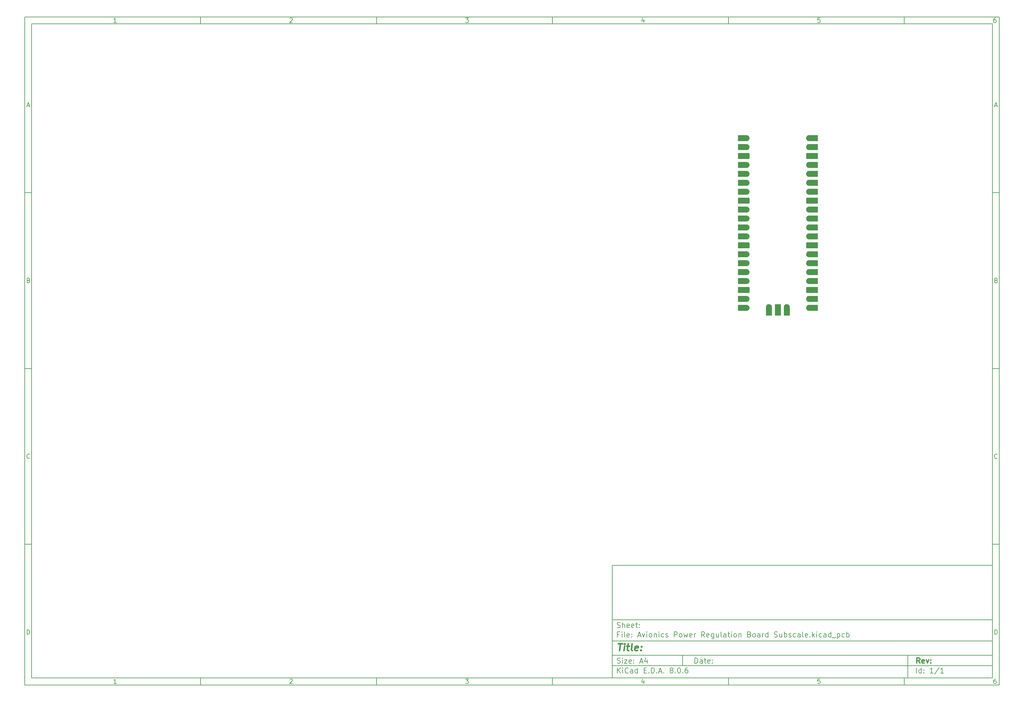
<source format=gbr>
%TF.GenerationSoftware,KiCad,Pcbnew,8.0.6*%
%TF.CreationDate,2024-12-23T21:06:48-08:00*%
%TF.ProjectId,Avionics Power Regulation Board Subscale,4176696f-6e69-4637-9320-506f77657220,rev?*%
%TF.SameCoordinates,Original*%
%TF.FileFunction,Paste,Top*%
%TF.FilePolarity,Positive*%
%FSLAX46Y46*%
G04 Gerber Fmt 4.6, Leading zero omitted, Abs format (unit mm)*
G04 Created by KiCad (PCBNEW 8.0.6) date 2024-12-23 21:06:48*
%MOMM*%
%LPD*%
G01*
G04 APERTURE LIST*
%ADD10C,0.100000*%
%ADD11C,0.150000*%
%ADD12C,0.300000*%
%ADD13C,0.400000*%
%ADD14C,0.010000*%
G04 APERTURE END LIST*
D10*
D11*
X177002200Y-166007200D02*
X285002200Y-166007200D01*
X285002200Y-198007200D01*
X177002200Y-198007200D01*
X177002200Y-166007200D01*
D10*
D11*
X10000000Y-10000000D02*
X287002200Y-10000000D01*
X287002200Y-200007200D01*
X10000000Y-200007200D01*
X10000000Y-10000000D01*
D10*
D11*
X12000000Y-12000000D02*
X285002200Y-12000000D01*
X285002200Y-198007200D01*
X12000000Y-198007200D01*
X12000000Y-12000000D01*
D10*
D11*
X60000000Y-12000000D02*
X60000000Y-10000000D01*
D10*
D11*
X110000000Y-12000000D02*
X110000000Y-10000000D01*
D10*
D11*
X160000000Y-12000000D02*
X160000000Y-10000000D01*
D10*
D11*
X210000000Y-12000000D02*
X210000000Y-10000000D01*
D10*
D11*
X260000000Y-12000000D02*
X260000000Y-10000000D01*
D10*
D11*
X36089160Y-11593604D02*
X35346303Y-11593604D01*
X35717731Y-11593604D02*
X35717731Y-10293604D01*
X35717731Y-10293604D02*
X35593922Y-10479319D01*
X35593922Y-10479319D02*
X35470112Y-10603128D01*
X35470112Y-10603128D02*
X35346303Y-10665033D01*
D10*
D11*
X85346303Y-10417414D02*
X85408207Y-10355509D01*
X85408207Y-10355509D02*
X85532017Y-10293604D01*
X85532017Y-10293604D02*
X85841541Y-10293604D01*
X85841541Y-10293604D02*
X85965350Y-10355509D01*
X85965350Y-10355509D02*
X86027255Y-10417414D01*
X86027255Y-10417414D02*
X86089160Y-10541223D01*
X86089160Y-10541223D02*
X86089160Y-10665033D01*
X86089160Y-10665033D02*
X86027255Y-10850747D01*
X86027255Y-10850747D02*
X85284398Y-11593604D01*
X85284398Y-11593604D02*
X86089160Y-11593604D01*
D10*
D11*
X135284398Y-10293604D02*
X136089160Y-10293604D01*
X136089160Y-10293604D02*
X135655826Y-10788842D01*
X135655826Y-10788842D02*
X135841541Y-10788842D01*
X135841541Y-10788842D02*
X135965350Y-10850747D01*
X135965350Y-10850747D02*
X136027255Y-10912652D01*
X136027255Y-10912652D02*
X136089160Y-11036461D01*
X136089160Y-11036461D02*
X136089160Y-11345985D01*
X136089160Y-11345985D02*
X136027255Y-11469795D01*
X136027255Y-11469795D02*
X135965350Y-11531700D01*
X135965350Y-11531700D02*
X135841541Y-11593604D01*
X135841541Y-11593604D02*
X135470112Y-11593604D01*
X135470112Y-11593604D02*
X135346303Y-11531700D01*
X135346303Y-11531700D02*
X135284398Y-11469795D01*
D10*
D11*
X185965350Y-10726938D02*
X185965350Y-11593604D01*
X185655826Y-10231700D02*
X185346303Y-11160271D01*
X185346303Y-11160271D02*
X186151064Y-11160271D01*
D10*
D11*
X236027255Y-10293604D02*
X235408207Y-10293604D01*
X235408207Y-10293604D02*
X235346303Y-10912652D01*
X235346303Y-10912652D02*
X235408207Y-10850747D01*
X235408207Y-10850747D02*
X235532017Y-10788842D01*
X235532017Y-10788842D02*
X235841541Y-10788842D01*
X235841541Y-10788842D02*
X235965350Y-10850747D01*
X235965350Y-10850747D02*
X236027255Y-10912652D01*
X236027255Y-10912652D02*
X236089160Y-11036461D01*
X236089160Y-11036461D02*
X236089160Y-11345985D01*
X236089160Y-11345985D02*
X236027255Y-11469795D01*
X236027255Y-11469795D02*
X235965350Y-11531700D01*
X235965350Y-11531700D02*
X235841541Y-11593604D01*
X235841541Y-11593604D02*
X235532017Y-11593604D01*
X235532017Y-11593604D02*
X235408207Y-11531700D01*
X235408207Y-11531700D02*
X235346303Y-11469795D01*
D10*
D11*
X285965350Y-10293604D02*
X285717731Y-10293604D01*
X285717731Y-10293604D02*
X285593922Y-10355509D01*
X285593922Y-10355509D02*
X285532017Y-10417414D01*
X285532017Y-10417414D02*
X285408207Y-10603128D01*
X285408207Y-10603128D02*
X285346303Y-10850747D01*
X285346303Y-10850747D02*
X285346303Y-11345985D01*
X285346303Y-11345985D02*
X285408207Y-11469795D01*
X285408207Y-11469795D02*
X285470112Y-11531700D01*
X285470112Y-11531700D02*
X285593922Y-11593604D01*
X285593922Y-11593604D02*
X285841541Y-11593604D01*
X285841541Y-11593604D02*
X285965350Y-11531700D01*
X285965350Y-11531700D02*
X286027255Y-11469795D01*
X286027255Y-11469795D02*
X286089160Y-11345985D01*
X286089160Y-11345985D02*
X286089160Y-11036461D01*
X286089160Y-11036461D02*
X286027255Y-10912652D01*
X286027255Y-10912652D02*
X285965350Y-10850747D01*
X285965350Y-10850747D02*
X285841541Y-10788842D01*
X285841541Y-10788842D02*
X285593922Y-10788842D01*
X285593922Y-10788842D02*
X285470112Y-10850747D01*
X285470112Y-10850747D02*
X285408207Y-10912652D01*
X285408207Y-10912652D02*
X285346303Y-11036461D01*
D10*
D11*
X60000000Y-198007200D02*
X60000000Y-200007200D01*
D10*
D11*
X110000000Y-198007200D02*
X110000000Y-200007200D01*
D10*
D11*
X160000000Y-198007200D02*
X160000000Y-200007200D01*
D10*
D11*
X210000000Y-198007200D02*
X210000000Y-200007200D01*
D10*
D11*
X260000000Y-198007200D02*
X260000000Y-200007200D01*
D10*
D11*
X36089160Y-199600804D02*
X35346303Y-199600804D01*
X35717731Y-199600804D02*
X35717731Y-198300804D01*
X35717731Y-198300804D02*
X35593922Y-198486519D01*
X35593922Y-198486519D02*
X35470112Y-198610328D01*
X35470112Y-198610328D02*
X35346303Y-198672233D01*
D10*
D11*
X85346303Y-198424614D02*
X85408207Y-198362709D01*
X85408207Y-198362709D02*
X85532017Y-198300804D01*
X85532017Y-198300804D02*
X85841541Y-198300804D01*
X85841541Y-198300804D02*
X85965350Y-198362709D01*
X85965350Y-198362709D02*
X86027255Y-198424614D01*
X86027255Y-198424614D02*
X86089160Y-198548423D01*
X86089160Y-198548423D02*
X86089160Y-198672233D01*
X86089160Y-198672233D02*
X86027255Y-198857947D01*
X86027255Y-198857947D02*
X85284398Y-199600804D01*
X85284398Y-199600804D02*
X86089160Y-199600804D01*
D10*
D11*
X135284398Y-198300804D02*
X136089160Y-198300804D01*
X136089160Y-198300804D02*
X135655826Y-198796042D01*
X135655826Y-198796042D02*
X135841541Y-198796042D01*
X135841541Y-198796042D02*
X135965350Y-198857947D01*
X135965350Y-198857947D02*
X136027255Y-198919852D01*
X136027255Y-198919852D02*
X136089160Y-199043661D01*
X136089160Y-199043661D02*
X136089160Y-199353185D01*
X136089160Y-199353185D02*
X136027255Y-199476995D01*
X136027255Y-199476995D02*
X135965350Y-199538900D01*
X135965350Y-199538900D02*
X135841541Y-199600804D01*
X135841541Y-199600804D02*
X135470112Y-199600804D01*
X135470112Y-199600804D02*
X135346303Y-199538900D01*
X135346303Y-199538900D02*
X135284398Y-199476995D01*
D10*
D11*
X185965350Y-198734138D02*
X185965350Y-199600804D01*
X185655826Y-198238900D02*
X185346303Y-199167471D01*
X185346303Y-199167471D02*
X186151064Y-199167471D01*
D10*
D11*
X236027255Y-198300804D02*
X235408207Y-198300804D01*
X235408207Y-198300804D02*
X235346303Y-198919852D01*
X235346303Y-198919852D02*
X235408207Y-198857947D01*
X235408207Y-198857947D02*
X235532017Y-198796042D01*
X235532017Y-198796042D02*
X235841541Y-198796042D01*
X235841541Y-198796042D02*
X235965350Y-198857947D01*
X235965350Y-198857947D02*
X236027255Y-198919852D01*
X236027255Y-198919852D02*
X236089160Y-199043661D01*
X236089160Y-199043661D02*
X236089160Y-199353185D01*
X236089160Y-199353185D02*
X236027255Y-199476995D01*
X236027255Y-199476995D02*
X235965350Y-199538900D01*
X235965350Y-199538900D02*
X235841541Y-199600804D01*
X235841541Y-199600804D02*
X235532017Y-199600804D01*
X235532017Y-199600804D02*
X235408207Y-199538900D01*
X235408207Y-199538900D02*
X235346303Y-199476995D01*
D10*
D11*
X285965350Y-198300804D02*
X285717731Y-198300804D01*
X285717731Y-198300804D02*
X285593922Y-198362709D01*
X285593922Y-198362709D02*
X285532017Y-198424614D01*
X285532017Y-198424614D02*
X285408207Y-198610328D01*
X285408207Y-198610328D02*
X285346303Y-198857947D01*
X285346303Y-198857947D02*
X285346303Y-199353185D01*
X285346303Y-199353185D02*
X285408207Y-199476995D01*
X285408207Y-199476995D02*
X285470112Y-199538900D01*
X285470112Y-199538900D02*
X285593922Y-199600804D01*
X285593922Y-199600804D02*
X285841541Y-199600804D01*
X285841541Y-199600804D02*
X285965350Y-199538900D01*
X285965350Y-199538900D02*
X286027255Y-199476995D01*
X286027255Y-199476995D02*
X286089160Y-199353185D01*
X286089160Y-199353185D02*
X286089160Y-199043661D01*
X286089160Y-199043661D02*
X286027255Y-198919852D01*
X286027255Y-198919852D02*
X285965350Y-198857947D01*
X285965350Y-198857947D02*
X285841541Y-198796042D01*
X285841541Y-198796042D02*
X285593922Y-198796042D01*
X285593922Y-198796042D02*
X285470112Y-198857947D01*
X285470112Y-198857947D02*
X285408207Y-198919852D01*
X285408207Y-198919852D02*
X285346303Y-199043661D01*
D10*
D11*
X10000000Y-60000000D02*
X12000000Y-60000000D01*
D10*
D11*
X10000000Y-110000000D02*
X12000000Y-110000000D01*
D10*
D11*
X10000000Y-160000000D02*
X12000000Y-160000000D01*
D10*
D11*
X10690476Y-35222176D02*
X11309523Y-35222176D01*
X10566666Y-35593604D02*
X10999999Y-34293604D01*
X10999999Y-34293604D02*
X11433333Y-35593604D01*
D10*
D11*
X11092857Y-84912652D02*
X11278571Y-84974557D01*
X11278571Y-84974557D02*
X11340476Y-85036461D01*
X11340476Y-85036461D02*
X11402380Y-85160271D01*
X11402380Y-85160271D02*
X11402380Y-85345985D01*
X11402380Y-85345985D02*
X11340476Y-85469795D01*
X11340476Y-85469795D02*
X11278571Y-85531700D01*
X11278571Y-85531700D02*
X11154761Y-85593604D01*
X11154761Y-85593604D02*
X10659523Y-85593604D01*
X10659523Y-85593604D02*
X10659523Y-84293604D01*
X10659523Y-84293604D02*
X11092857Y-84293604D01*
X11092857Y-84293604D02*
X11216666Y-84355509D01*
X11216666Y-84355509D02*
X11278571Y-84417414D01*
X11278571Y-84417414D02*
X11340476Y-84541223D01*
X11340476Y-84541223D02*
X11340476Y-84665033D01*
X11340476Y-84665033D02*
X11278571Y-84788842D01*
X11278571Y-84788842D02*
X11216666Y-84850747D01*
X11216666Y-84850747D02*
X11092857Y-84912652D01*
X11092857Y-84912652D02*
X10659523Y-84912652D01*
D10*
D11*
X11402380Y-135469795D02*
X11340476Y-135531700D01*
X11340476Y-135531700D02*
X11154761Y-135593604D01*
X11154761Y-135593604D02*
X11030952Y-135593604D01*
X11030952Y-135593604D02*
X10845238Y-135531700D01*
X10845238Y-135531700D02*
X10721428Y-135407890D01*
X10721428Y-135407890D02*
X10659523Y-135284080D01*
X10659523Y-135284080D02*
X10597619Y-135036461D01*
X10597619Y-135036461D02*
X10597619Y-134850747D01*
X10597619Y-134850747D02*
X10659523Y-134603128D01*
X10659523Y-134603128D02*
X10721428Y-134479319D01*
X10721428Y-134479319D02*
X10845238Y-134355509D01*
X10845238Y-134355509D02*
X11030952Y-134293604D01*
X11030952Y-134293604D02*
X11154761Y-134293604D01*
X11154761Y-134293604D02*
X11340476Y-134355509D01*
X11340476Y-134355509D02*
X11402380Y-134417414D01*
D10*
D11*
X10659523Y-185593604D02*
X10659523Y-184293604D01*
X10659523Y-184293604D02*
X10969047Y-184293604D01*
X10969047Y-184293604D02*
X11154761Y-184355509D01*
X11154761Y-184355509D02*
X11278571Y-184479319D01*
X11278571Y-184479319D02*
X11340476Y-184603128D01*
X11340476Y-184603128D02*
X11402380Y-184850747D01*
X11402380Y-184850747D02*
X11402380Y-185036461D01*
X11402380Y-185036461D02*
X11340476Y-185284080D01*
X11340476Y-185284080D02*
X11278571Y-185407890D01*
X11278571Y-185407890D02*
X11154761Y-185531700D01*
X11154761Y-185531700D02*
X10969047Y-185593604D01*
X10969047Y-185593604D02*
X10659523Y-185593604D01*
D10*
D11*
X287002200Y-60000000D02*
X285002200Y-60000000D01*
D10*
D11*
X287002200Y-110000000D02*
X285002200Y-110000000D01*
D10*
D11*
X287002200Y-160000000D02*
X285002200Y-160000000D01*
D10*
D11*
X285692676Y-35222176D02*
X286311723Y-35222176D01*
X285568866Y-35593604D02*
X286002199Y-34293604D01*
X286002199Y-34293604D02*
X286435533Y-35593604D01*
D10*
D11*
X286095057Y-84912652D02*
X286280771Y-84974557D01*
X286280771Y-84974557D02*
X286342676Y-85036461D01*
X286342676Y-85036461D02*
X286404580Y-85160271D01*
X286404580Y-85160271D02*
X286404580Y-85345985D01*
X286404580Y-85345985D02*
X286342676Y-85469795D01*
X286342676Y-85469795D02*
X286280771Y-85531700D01*
X286280771Y-85531700D02*
X286156961Y-85593604D01*
X286156961Y-85593604D02*
X285661723Y-85593604D01*
X285661723Y-85593604D02*
X285661723Y-84293604D01*
X285661723Y-84293604D02*
X286095057Y-84293604D01*
X286095057Y-84293604D02*
X286218866Y-84355509D01*
X286218866Y-84355509D02*
X286280771Y-84417414D01*
X286280771Y-84417414D02*
X286342676Y-84541223D01*
X286342676Y-84541223D02*
X286342676Y-84665033D01*
X286342676Y-84665033D02*
X286280771Y-84788842D01*
X286280771Y-84788842D02*
X286218866Y-84850747D01*
X286218866Y-84850747D02*
X286095057Y-84912652D01*
X286095057Y-84912652D02*
X285661723Y-84912652D01*
D10*
D11*
X286404580Y-135469795D02*
X286342676Y-135531700D01*
X286342676Y-135531700D02*
X286156961Y-135593604D01*
X286156961Y-135593604D02*
X286033152Y-135593604D01*
X286033152Y-135593604D02*
X285847438Y-135531700D01*
X285847438Y-135531700D02*
X285723628Y-135407890D01*
X285723628Y-135407890D02*
X285661723Y-135284080D01*
X285661723Y-135284080D02*
X285599819Y-135036461D01*
X285599819Y-135036461D02*
X285599819Y-134850747D01*
X285599819Y-134850747D02*
X285661723Y-134603128D01*
X285661723Y-134603128D02*
X285723628Y-134479319D01*
X285723628Y-134479319D02*
X285847438Y-134355509D01*
X285847438Y-134355509D02*
X286033152Y-134293604D01*
X286033152Y-134293604D02*
X286156961Y-134293604D01*
X286156961Y-134293604D02*
X286342676Y-134355509D01*
X286342676Y-134355509D02*
X286404580Y-134417414D01*
D10*
D11*
X285661723Y-185593604D02*
X285661723Y-184293604D01*
X285661723Y-184293604D02*
X285971247Y-184293604D01*
X285971247Y-184293604D02*
X286156961Y-184355509D01*
X286156961Y-184355509D02*
X286280771Y-184479319D01*
X286280771Y-184479319D02*
X286342676Y-184603128D01*
X286342676Y-184603128D02*
X286404580Y-184850747D01*
X286404580Y-184850747D02*
X286404580Y-185036461D01*
X286404580Y-185036461D02*
X286342676Y-185284080D01*
X286342676Y-185284080D02*
X286280771Y-185407890D01*
X286280771Y-185407890D02*
X286156961Y-185531700D01*
X286156961Y-185531700D02*
X285971247Y-185593604D01*
X285971247Y-185593604D02*
X285661723Y-185593604D01*
D10*
D11*
X200458026Y-193793328D02*
X200458026Y-192293328D01*
X200458026Y-192293328D02*
X200815169Y-192293328D01*
X200815169Y-192293328D02*
X201029455Y-192364757D01*
X201029455Y-192364757D02*
X201172312Y-192507614D01*
X201172312Y-192507614D02*
X201243741Y-192650471D01*
X201243741Y-192650471D02*
X201315169Y-192936185D01*
X201315169Y-192936185D02*
X201315169Y-193150471D01*
X201315169Y-193150471D02*
X201243741Y-193436185D01*
X201243741Y-193436185D02*
X201172312Y-193579042D01*
X201172312Y-193579042D02*
X201029455Y-193721900D01*
X201029455Y-193721900D02*
X200815169Y-193793328D01*
X200815169Y-193793328D02*
X200458026Y-193793328D01*
X202600884Y-193793328D02*
X202600884Y-193007614D01*
X202600884Y-193007614D02*
X202529455Y-192864757D01*
X202529455Y-192864757D02*
X202386598Y-192793328D01*
X202386598Y-192793328D02*
X202100884Y-192793328D01*
X202100884Y-192793328D02*
X201958026Y-192864757D01*
X202600884Y-193721900D02*
X202458026Y-193793328D01*
X202458026Y-193793328D02*
X202100884Y-193793328D01*
X202100884Y-193793328D02*
X201958026Y-193721900D01*
X201958026Y-193721900D02*
X201886598Y-193579042D01*
X201886598Y-193579042D02*
X201886598Y-193436185D01*
X201886598Y-193436185D02*
X201958026Y-193293328D01*
X201958026Y-193293328D02*
X202100884Y-193221900D01*
X202100884Y-193221900D02*
X202458026Y-193221900D01*
X202458026Y-193221900D02*
X202600884Y-193150471D01*
X203100884Y-192793328D02*
X203672312Y-192793328D01*
X203315169Y-192293328D02*
X203315169Y-193579042D01*
X203315169Y-193579042D02*
X203386598Y-193721900D01*
X203386598Y-193721900D02*
X203529455Y-193793328D01*
X203529455Y-193793328D02*
X203672312Y-193793328D01*
X204743741Y-193721900D02*
X204600884Y-193793328D01*
X204600884Y-193793328D02*
X204315170Y-193793328D01*
X204315170Y-193793328D02*
X204172312Y-193721900D01*
X204172312Y-193721900D02*
X204100884Y-193579042D01*
X204100884Y-193579042D02*
X204100884Y-193007614D01*
X204100884Y-193007614D02*
X204172312Y-192864757D01*
X204172312Y-192864757D02*
X204315170Y-192793328D01*
X204315170Y-192793328D02*
X204600884Y-192793328D01*
X204600884Y-192793328D02*
X204743741Y-192864757D01*
X204743741Y-192864757D02*
X204815170Y-193007614D01*
X204815170Y-193007614D02*
X204815170Y-193150471D01*
X204815170Y-193150471D02*
X204100884Y-193293328D01*
X205458026Y-193650471D02*
X205529455Y-193721900D01*
X205529455Y-193721900D02*
X205458026Y-193793328D01*
X205458026Y-193793328D02*
X205386598Y-193721900D01*
X205386598Y-193721900D02*
X205458026Y-193650471D01*
X205458026Y-193650471D02*
X205458026Y-193793328D01*
X205458026Y-192864757D02*
X205529455Y-192936185D01*
X205529455Y-192936185D02*
X205458026Y-193007614D01*
X205458026Y-193007614D02*
X205386598Y-192936185D01*
X205386598Y-192936185D02*
X205458026Y-192864757D01*
X205458026Y-192864757D02*
X205458026Y-193007614D01*
D10*
D11*
X177002200Y-194507200D02*
X285002200Y-194507200D01*
D10*
D11*
X178458026Y-196593328D02*
X178458026Y-195093328D01*
X179315169Y-196593328D02*
X178672312Y-195736185D01*
X179315169Y-195093328D02*
X178458026Y-195950471D01*
X179958026Y-196593328D02*
X179958026Y-195593328D01*
X179958026Y-195093328D02*
X179886598Y-195164757D01*
X179886598Y-195164757D02*
X179958026Y-195236185D01*
X179958026Y-195236185D02*
X180029455Y-195164757D01*
X180029455Y-195164757D02*
X179958026Y-195093328D01*
X179958026Y-195093328D02*
X179958026Y-195236185D01*
X181529455Y-196450471D02*
X181458027Y-196521900D01*
X181458027Y-196521900D02*
X181243741Y-196593328D01*
X181243741Y-196593328D02*
X181100884Y-196593328D01*
X181100884Y-196593328D02*
X180886598Y-196521900D01*
X180886598Y-196521900D02*
X180743741Y-196379042D01*
X180743741Y-196379042D02*
X180672312Y-196236185D01*
X180672312Y-196236185D02*
X180600884Y-195950471D01*
X180600884Y-195950471D02*
X180600884Y-195736185D01*
X180600884Y-195736185D02*
X180672312Y-195450471D01*
X180672312Y-195450471D02*
X180743741Y-195307614D01*
X180743741Y-195307614D02*
X180886598Y-195164757D01*
X180886598Y-195164757D02*
X181100884Y-195093328D01*
X181100884Y-195093328D02*
X181243741Y-195093328D01*
X181243741Y-195093328D02*
X181458027Y-195164757D01*
X181458027Y-195164757D02*
X181529455Y-195236185D01*
X182815170Y-196593328D02*
X182815170Y-195807614D01*
X182815170Y-195807614D02*
X182743741Y-195664757D01*
X182743741Y-195664757D02*
X182600884Y-195593328D01*
X182600884Y-195593328D02*
X182315170Y-195593328D01*
X182315170Y-195593328D02*
X182172312Y-195664757D01*
X182815170Y-196521900D02*
X182672312Y-196593328D01*
X182672312Y-196593328D02*
X182315170Y-196593328D01*
X182315170Y-196593328D02*
X182172312Y-196521900D01*
X182172312Y-196521900D02*
X182100884Y-196379042D01*
X182100884Y-196379042D02*
X182100884Y-196236185D01*
X182100884Y-196236185D02*
X182172312Y-196093328D01*
X182172312Y-196093328D02*
X182315170Y-196021900D01*
X182315170Y-196021900D02*
X182672312Y-196021900D01*
X182672312Y-196021900D02*
X182815170Y-195950471D01*
X184172313Y-196593328D02*
X184172313Y-195093328D01*
X184172313Y-196521900D02*
X184029455Y-196593328D01*
X184029455Y-196593328D02*
X183743741Y-196593328D01*
X183743741Y-196593328D02*
X183600884Y-196521900D01*
X183600884Y-196521900D02*
X183529455Y-196450471D01*
X183529455Y-196450471D02*
X183458027Y-196307614D01*
X183458027Y-196307614D02*
X183458027Y-195879042D01*
X183458027Y-195879042D02*
X183529455Y-195736185D01*
X183529455Y-195736185D02*
X183600884Y-195664757D01*
X183600884Y-195664757D02*
X183743741Y-195593328D01*
X183743741Y-195593328D02*
X184029455Y-195593328D01*
X184029455Y-195593328D02*
X184172313Y-195664757D01*
X186029455Y-195807614D02*
X186529455Y-195807614D01*
X186743741Y-196593328D02*
X186029455Y-196593328D01*
X186029455Y-196593328D02*
X186029455Y-195093328D01*
X186029455Y-195093328D02*
X186743741Y-195093328D01*
X187386598Y-196450471D02*
X187458027Y-196521900D01*
X187458027Y-196521900D02*
X187386598Y-196593328D01*
X187386598Y-196593328D02*
X187315170Y-196521900D01*
X187315170Y-196521900D02*
X187386598Y-196450471D01*
X187386598Y-196450471D02*
X187386598Y-196593328D01*
X188100884Y-196593328D02*
X188100884Y-195093328D01*
X188100884Y-195093328D02*
X188458027Y-195093328D01*
X188458027Y-195093328D02*
X188672313Y-195164757D01*
X188672313Y-195164757D02*
X188815170Y-195307614D01*
X188815170Y-195307614D02*
X188886599Y-195450471D01*
X188886599Y-195450471D02*
X188958027Y-195736185D01*
X188958027Y-195736185D02*
X188958027Y-195950471D01*
X188958027Y-195950471D02*
X188886599Y-196236185D01*
X188886599Y-196236185D02*
X188815170Y-196379042D01*
X188815170Y-196379042D02*
X188672313Y-196521900D01*
X188672313Y-196521900D02*
X188458027Y-196593328D01*
X188458027Y-196593328D02*
X188100884Y-196593328D01*
X189600884Y-196450471D02*
X189672313Y-196521900D01*
X189672313Y-196521900D02*
X189600884Y-196593328D01*
X189600884Y-196593328D02*
X189529456Y-196521900D01*
X189529456Y-196521900D02*
X189600884Y-196450471D01*
X189600884Y-196450471D02*
X189600884Y-196593328D01*
X190243742Y-196164757D02*
X190958028Y-196164757D01*
X190100885Y-196593328D02*
X190600885Y-195093328D01*
X190600885Y-195093328D02*
X191100885Y-196593328D01*
X191600884Y-196450471D02*
X191672313Y-196521900D01*
X191672313Y-196521900D02*
X191600884Y-196593328D01*
X191600884Y-196593328D02*
X191529456Y-196521900D01*
X191529456Y-196521900D02*
X191600884Y-196450471D01*
X191600884Y-196450471D02*
X191600884Y-196593328D01*
X193672313Y-195736185D02*
X193529456Y-195664757D01*
X193529456Y-195664757D02*
X193458027Y-195593328D01*
X193458027Y-195593328D02*
X193386599Y-195450471D01*
X193386599Y-195450471D02*
X193386599Y-195379042D01*
X193386599Y-195379042D02*
X193458027Y-195236185D01*
X193458027Y-195236185D02*
X193529456Y-195164757D01*
X193529456Y-195164757D02*
X193672313Y-195093328D01*
X193672313Y-195093328D02*
X193958027Y-195093328D01*
X193958027Y-195093328D02*
X194100885Y-195164757D01*
X194100885Y-195164757D02*
X194172313Y-195236185D01*
X194172313Y-195236185D02*
X194243742Y-195379042D01*
X194243742Y-195379042D02*
X194243742Y-195450471D01*
X194243742Y-195450471D02*
X194172313Y-195593328D01*
X194172313Y-195593328D02*
X194100885Y-195664757D01*
X194100885Y-195664757D02*
X193958027Y-195736185D01*
X193958027Y-195736185D02*
X193672313Y-195736185D01*
X193672313Y-195736185D02*
X193529456Y-195807614D01*
X193529456Y-195807614D02*
X193458027Y-195879042D01*
X193458027Y-195879042D02*
X193386599Y-196021900D01*
X193386599Y-196021900D02*
X193386599Y-196307614D01*
X193386599Y-196307614D02*
X193458027Y-196450471D01*
X193458027Y-196450471D02*
X193529456Y-196521900D01*
X193529456Y-196521900D02*
X193672313Y-196593328D01*
X193672313Y-196593328D02*
X193958027Y-196593328D01*
X193958027Y-196593328D02*
X194100885Y-196521900D01*
X194100885Y-196521900D02*
X194172313Y-196450471D01*
X194172313Y-196450471D02*
X194243742Y-196307614D01*
X194243742Y-196307614D02*
X194243742Y-196021900D01*
X194243742Y-196021900D02*
X194172313Y-195879042D01*
X194172313Y-195879042D02*
X194100885Y-195807614D01*
X194100885Y-195807614D02*
X193958027Y-195736185D01*
X194886598Y-196450471D02*
X194958027Y-196521900D01*
X194958027Y-196521900D02*
X194886598Y-196593328D01*
X194886598Y-196593328D02*
X194815170Y-196521900D01*
X194815170Y-196521900D02*
X194886598Y-196450471D01*
X194886598Y-196450471D02*
X194886598Y-196593328D01*
X195886599Y-195093328D02*
X196029456Y-195093328D01*
X196029456Y-195093328D02*
X196172313Y-195164757D01*
X196172313Y-195164757D02*
X196243742Y-195236185D01*
X196243742Y-195236185D02*
X196315170Y-195379042D01*
X196315170Y-195379042D02*
X196386599Y-195664757D01*
X196386599Y-195664757D02*
X196386599Y-196021900D01*
X196386599Y-196021900D02*
X196315170Y-196307614D01*
X196315170Y-196307614D02*
X196243742Y-196450471D01*
X196243742Y-196450471D02*
X196172313Y-196521900D01*
X196172313Y-196521900D02*
X196029456Y-196593328D01*
X196029456Y-196593328D02*
X195886599Y-196593328D01*
X195886599Y-196593328D02*
X195743742Y-196521900D01*
X195743742Y-196521900D02*
X195672313Y-196450471D01*
X195672313Y-196450471D02*
X195600884Y-196307614D01*
X195600884Y-196307614D02*
X195529456Y-196021900D01*
X195529456Y-196021900D02*
X195529456Y-195664757D01*
X195529456Y-195664757D02*
X195600884Y-195379042D01*
X195600884Y-195379042D02*
X195672313Y-195236185D01*
X195672313Y-195236185D02*
X195743742Y-195164757D01*
X195743742Y-195164757D02*
X195886599Y-195093328D01*
X197029455Y-196450471D02*
X197100884Y-196521900D01*
X197100884Y-196521900D02*
X197029455Y-196593328D01*
X197029455Y-196593328D02*
X196958027Y-196521900D01*
X196958027Y-196521900D02*
X197029455Y-196450471D01*
X197029455Y-196450471D02*
X197029455Y-196593328D01*
X198386599Y-195093328D02*
X198100884Y-195093328D01*
X198100884Y-195093328D02*
X197958027Y-195164757D01*
X197958027Y-195164757D02*
X197886599Y-195236185D01*
X197886599Y-195236185D02*
X197743741Y-195450471D01*
X197743741Y-195450471D02*
X197672313Y-195736185D01*
X197672313Y-195736185D02*
X197672313Y-196307614D01*
X197672313Y-196307614D02*
X197743741Y-196450471D01*
X197743741Y-196450471D02*
X197815170Y-196521900D01*
X197815170Y-196521900D02*
X197958027Y-196593328D01*
X197958027Y-196593328D02*
X198243741Y-196593328D01*
X198243741Y-196593328D02*
X198386599Y-196521900D01*
X198386599Y-196521900D02*
X198458027Y-196450471D01*
X198458027Y-196450471D02*
X198529456Y-196307614D01*
X198529456Y-196307614D02*
X198529456Y-195950471D01*
X198529456Y-195950471D02*
X198458027Y-195807614D01*
X198458027Y-195807614D02*
X198386599Y-195736185D01*
X198386599Y-195736185D02*
X198243741Y-195664757D01*
X198243741Y-195664757D02*
X197958027Y-195664757D01*
X197958027Y-195664757D02*
X197815170Y-195736185D01*
X197815170Y-195736185D02*
X197743741Y-195807614D01*
X197743741Y-195807614D02*
X197672313Y-195950471D01*
D10*
D11*
X177002200Y-191507200D02*
X285002200Y-191507200D01*
D10*
D12*
X264413853Y-193785528D02*
X263913853Y-193071242D01*
X263556710Y-193785528D02*
X263556710Y-192285528D01*
X263556710Y-192285528D02*
X264128139Y-192285528D01*
X264128139Y-192285528D02*
X264270996Y-192356957D01*
X264270996Y-192356957D02*
X264342425Y-192428385D01*
X264342425Y-192428385D02*
X264413853Y-192571242D01*
X264413853Y-192571242D02*
X264413853Y-192785528D01*
X264413853Y-192785528D02*
X264342425Y-192928385D01*
X264342425Y-192928385D02*
X264270996Y-192999814D01*
X264270996Y-192999814D02*
X264128139Y-193071242D01*
X264128139Y-193071242D02*
X263556710Y-193071242D01*
X265628139Y-193714100D02*
X265485282Y-193785528D01*
X265485282Y-193785528D02*
X265199568Y-193785528D01*
X265199568Y-193785528D02*
X265056710Y-193714100D01*
X265056710Y-193714100D02*
X264985282Y-193571242D01*
X264985282Y-193571242D02*
X264985282Y-192999814D01*
X264985282Y-192999814D02*
X265056710Y-192856957D01*
X265056710Y-192856957D02*
X265199568Y-192785528D01*
X265199568Y-192785528D02*
X265485282Y-192785528D01*
X265485282Y-192785528D02*
X265628139Y-192856957D01*
X265628139Y-192856957D02*
X265699568Y-192999814D01*
X265699568Y-192999814D02*
X265699568Y-193142671D01*
X265699568Y-193142671D02*
X264985282Y-193285528D01*
X266199567Y-192785528D02*
X266556710Y-193785528D01*
X266556710Y-193785528D02*
X266913853Y-192785528D01*
X267485281Y-193642671D02*
X267556710Y-193714100D01*
X267556710Y-193714100D02*
X267485281Y-193785528D01*
X267485281Y-193785528D02*
X267413853Y-193714100D01*
X267413853Y-193714100D02*
X267485281Y-193642671D01*
X267485281Y-193642671D02*
X267485281Y-193785528D01*
X267485281Y-192856957D02*
X267556710Y-192928385D01*
X267556710Y-192928385D02*
X267485281Y-192999814D01*
X267485281Y-192999814D02*
X267413853Y-192928385D01*
X267413853Y-192928385D02*
X267485281Y-192856957D01*
X267485281Y-192856957D02*
X267485281Y-192999814D01*
D10*
D11*
X178386598Y-193721900D02*
X178600884Y-193793328D01*
X178600884Y-193793328D02*
X178958026Y-193793328D01*
X178958026Y-193793328D02*
X179100884Y-193721900D01*
X179100884Y-193721900D02*
X179172312Y-193650471D01*
X179172312Y-193650471D02*
X179243741Y-193507614D01*
X179243741Y-193507614D02*
X179243741Y-193364757D01*
X179243741Y-193364757D02*
X179172312Y-193221900D01*
X179172312Y-193221900D02*
X179100884Y-193150471D01*
X179100884Y-193150471D02*
X178958026Y-193079042D01*
X178958026Y-193079042D02*
X178672312Y-193007614D01*
X178672312Y-193007614D02*
X178529455Y-192936185D01*
X178529455Y-192936185D02*
X178458026Y-192864757D01*
X178458026Y-192864757D02*
X178386598Y-192721900D01*
X178386598Y-192721900D02*
X178386598Y-192579042D01*
X178386598Y-192579042D02*
X178458026Y-192436185D01*
X178458026Y-192436185D02*
X178529455Y-192364757D01*
X178529455Y-192364757D02*
X178672312Y-192293328D01*
X178672312Y-192293328D02*
X179029455Y-192293328D01*
X179029455Y-192293328D02*
X179243741Y-192364757D01*
X179886597Y-193793328D02*
X179886597Y-192793328D01*
X179886597Y-192293328D02*
X179815169Y-192364757D01*
X179815169Y-192364757D02*
X179886597Y-192436185D01*
X179886597Y-192436185D02*
X179958026Y-192364757D01*
X179958026Y-192364757D02*
X179886597Y-192293328D01*
X179886597Y-192293328D02*
X179886597Y-192436185D01*
X180458026Y-192793328D02*
X181243741Y-192793328D01*
X181243741Y-192793328D02*
X180458026Y-193793328D01*
X180458026Y-193793328D02*
X181243741Y-193793328D01*
X182386598Y-193721900D02*
X182243741Y-193793328D01*
X182243741Y-193793328D02*
X181958027Y-193793328D01*
X181958027Y-193793328D02*
X181815169Y-193721900D01*
X181815169Y-193721900D02*
X181743741Y-193579042D01*
X181743741Y-193579042D02*
X181743741Y-193007614D01*
X181743741Y-193007614D02*
X181815169Y-192864757D01*
X181815169Y-192864757D02*
X181958027Y-192793328D01*
X181958027Y-192793328D02*
X182243741Y-192793328D01*
X182243741Y-192793328D02*
X182386598Y-192864757D01*
X182386598Y-192864757D02*
X182458027Y-193007614D01*
X182458027Y-193007614D02*
X182458027Y-193150471D01*
X182458027Y-193150471D02*
X181743741Y-193293328D01*
X183100883Y-193650471D02*
X183172312Y-193721900D01*
X183172312Y-193721900D02*
X183100883Y-193793328D01*
X183100883Y-193793328D02*
X183029455Y-193721900D01*
X183029455Y-193721900D02*
X183100883Y-193650471D01*
X183100883Y-193650471D02*
X183100883Y-193793328D01*
X183100883Y-192864757D02*
X183172312Y-192936185D01*
X183172312Y-192936185D02*
X183100883Y-193007614D01*
X183100883Y-193007614D02*
X183029455Y-192936185D01*
X183029455Y-192936185D02*
X183100883Y-192864757D01*
X183100883Y-192864757D02*
X183100883Y-193007614D01*
X184886598Y-193364757D02*
X185600884Y-193364757D01*
X184743741Y-193793328D02*
X185243741Y-192293328D01*
X185243741Y-192293328D02*
X185743741Y-193793328D01*
X186886598Y-192793328D02*
X186886598Y-193793328D01*
X186529455Y-192221900D02*
X186172312Y-193293328D01*
X186172312Y-193293328D02*
X187100883Y-193293328D01*
D10*
D11*
X263458026Y-196593328D02*
X263458026Y-195093328D01*
X264815170Y-196593328D02*
X264815170Y-195093328D01*
X264815170Y-196521900D02*
X264672312Y-196593328D01*
X264672312Y-196593328D02*
X264386598Y-196593328D01*
X264386598Y-196593328D02*
X264243741Y-196521900D01*
X264243741Y-196521900D02*
X264172312Y-196450471D01*
X264172312Y-196450471D02*
X264100884Y-196307614D01*
X264100884Y-196307614D02*
X264100884Y-195879042D01*
X264100884Y-195879042D02*
X264172312Y-195736185D01*
X264172312Y-195736185D02*
X264243741Y-195664757D01*
X264243741Y-195664757D02*
X264386598Y-195593328D01*
X264386598Y-195593328D02*
X264672312Y-195593328D01*
X264672312Y-195593328D02*
X264815170Y-195664757D01*
X265529455Y-196450471D02*
X265600884Y-196521900D01*
X265600884Y-196521900D02*
X265529455Y-196593328D01*
X265529455Y-196593328D02*
X265458027Y-196521900D01*
X265458027Y-196521900D02*
X265529455Y-196450471D01*
X265529455Y-196450471D02*
X265529455Y-196593328D01*
X265529455Y-195664757D02*
X265600884Y-195736185D01*
X265600884Y-195736185D02*
X265529455Y-195807614D01*
X265529455Y-195807614D02*
X265458027Y-195736185D01*
X265458027Y-195736185D02*
X265529455Y-195664757D01*
X265529455Y-195664757D02*
X265529455Y-195807614D01*
X268172313Y-196593328D02*
X267315170Y-196593328D01*
X267743741Y-196593328D02*
X267743741Y-195093328D01*
X267743741Y-195093328D02*
X267600884Y-195307614D01*
X267600884Y-195307614D02*
X267458027Y-195450471D01*
X267458027Y-195450471D02*
X267315170Y-195521900D01*
X269886598Y-195021900D02*
X268600884Y-196950471D01*
X271172313Y-196593328D02*
X270315170Y-196593328D01*
X270743741Y-196593328D02*
X270743741Y-195093328D01*
X270743741Y-195093328D02*
X270600884Y-195307614D01*
X270600884Y-195307614D02*
X270458027Y-195450471D01*
X270458027Y-195450471D02*
X270315170Y-195521900D01*
D10*
D11*
X177002200Y-187507200D02*
X285002200Y-187507200D01*
D10*
D13*
X178693928Y-188211638D02*
X179836785Y-188211638D01*
X179015357Y-190211638D02*
X179265357Y-188211638D01*
X180253452Y-190211638D02*
X180420119Y-188878304D01*
X180503452Y-188211638D02*
X180396309Y-188306876D01*
X180396309Y-188306876D02*
X180479643Y-188402114D01*
X180479643Y-188402114D02*
X180586786Y-188306876D01*
X180586786Y-188306876D02*
X180503452Y-188211638D01*
X180503452Y-188211638D02*
X180479643Y-188402114D01*
X181086786Y-188878304D02*
X181848690Y-188878304D01*
X181455833Y-188211638D02*
X181241548Y-189925923D01*
X181241548Y-189925923D02*
X181312976Y-190116400D01*
X181312976Y-190116400D02*
X181491548Y-190211638D01*
X181491548Y-190211638D02*
X181682024Y-190211638D01*
X182634405Y-190211638D02*
X182455833Y-190116400D01*
X182455833Y-190116400D02*
X182384405Y-189925923D01*
X182384405Y-189925923D02*
X182598690Y-188211638D01*
X184170119Y-190116400D02*
X183967738Y-190211638D01*
X183967738Y-190211638D02*
X183586785Y-190211638D01*
X183586785Y-190211638D02*
X183408214Y-190116400D01*
X183408214Y-190116400D02*
X183336785Y-189925923D01*
X183336785Y-189925923D02*
X183432024Y-189164019D01*
X183432024Y-189164019D02*
X183551071Y-188973542D01*
X183551071Y-188973542D02*
X183753452Y-188878304D01*
X183753452Y-188878304D02*
X184134404Y-188878304D01*
X184134404Y-188878304D02*
X184312976Y-188973542D01*
X184312976Y-188973542D02*
X184384404Y-189164019D01*
X184384404Y-189164019D02*
X184360595Y-189354495D01*
X184360595Y-189354495D02*
X183384404Y-189544971D01*
X185134405Y-190021161D02*
X185217738Y-190116400D01*
X185217738Y-190116400D02*
X185110595Y-190211638D01*
X185110595Y-190211638D02*
X185027262Y-190116400D01*
X185027262Y-190116400D02*
X185134405Y-190021161D01*
X185134405Y-190021161D02*
X185110595Y-190211638D01*
X185265357Y-188973542D02*
X185348690Y-189068780D01*
X185348690Y-189068780D02*
X185241548Y-189164019D01*
X185241548Y-189164019D02*
X185158214Y-189068780D01*
X185158214Y-189068780D02*
X185265357Y-188973542D01*
X185265357Y-188973542D02*
X185241548Y-189164019D01*
D10*
D11*
X178958026Y-185607614D02*
X178458026Y-185607614D01*
X178458026Y-186393328D02*
X178458026Y-184893328D01*
X178458026Y-184893328D02*
X179172312Y-184893328D01*
X179743740Y-186393328D02*
X179743740Y-185393328D01*
X179743740Y-184893328D02*
X179672312Y-184964757D01*
X179672312Y-184964757D02*
X179743740Y-185036185D01*
X179743740Y-185036185D02*
X179815169Y-184964757D01*
X179815169Y-184964757D02*
X179743740Y-184893328D01*
X179743740Y-184893328D02*
X179743740Y-185036185D01*
X180672312Y-186393328D02*
X180529455Y-186321900D01*
X180529455Y-186321900D02*
X180458026Y-186179042D01*
X180458026Y-186179042D02*
X180458026Y-184893328D01*
X181815169Y-186321900D02*
X181672312Y-186393328D01*
X181672312Y-186393328D02*
X181386598Y-186393328D01*
X181386598Y-186393328D02*
X181243740Y-186321900D01*
X181243740Y-186321900D02*
X181172312Y-186179042D01*
X181172312Y-186179042D02*
X181172312Y-185607614D01*
X181172312Y-185607614D02*
X181243740Y-185464757D01*
X181243740Y-185464757D02*
X181386598Y-185393328D01*
X181386598Y-185393328D02*
X181672312Y-185393328D01*
X181672312Y-185393328D02*
X181815169Y-185464757D01*
X181815169Y-185464757D02*
X181886598Y-185607614D01*
X181886598Y-185607614D02*
X181886598Y-185750471D01*
X181886598Y-185750471D02*
X181172312Y-185893328D01*
X182529454Y-186250471D02*
X182600883Y-186321900D01*
X182600883Y-186321900D02*
X182529454Y-186393328D01*
X182529454Y-186393328D02*
X182458026Y-186321900D01*
X182458026Y-186321900D02*
X182529454Y-186250471D01*
X182529454Y-186250471D02*
X182529454Y-186393328D01*
X182529454Y-185464757D02*
X182600883Y-185536185D01*
X182600883Y-185536185D02*
X182529454Y-185607614D01*
X182529454Y-185607614D02*
X182458026Y-185536185D01*
X182458026Y-185536185D02*
X182529454Y-185464757D01*
X182529454Y-185464757D02*
X182529454Y-185607614D01*
X184315169Y-185964757D02*
X185029455Y-185964757D01*
X184172312Y-186393328D02*
X184672312Y-184893328D01*
X184672312Y-184893328D02*
X185172312Y-186393328D01*
X185529454Y-185393328D02*
X185886597Y-186393328D01*
X185886597Y-186393328D02*
X186243740Y-185393328D01*
X186815168Y-186393328D02*
X186815168Y-185393328D01*
X186815168Y-184893328D02*
X186743740Y-184964757D01*
X186743740Y-184964757D02*
X186815168Y-185036185D01*
X186815168Y-185036185D02*
X186886597Y-184964757D01*
X186886597Y-184964757D02*
X186815168Y-184893328D01*
X186815168Y-184893328D02*
X186815168Y-185036185D01*
X187743740Y-186393328D02*
X187600883Y-186321900D01*
X187600883Y-186321900D02*
X187529454Y-186250471D01*
X187529454Y-186250471D02*
X187458026Y-186107614D01*
X187458026Y-186107614D02*
X187458026Y-185679042D01*
X187458026Y-185679042D02*
X187529454Y-185536185D01*
X187529454Y-185536185D02*
X187600883Y-185464757D01*
X187600883Y-185464757D02*
X187743740Y-185393328D01*
X187743740Y-185393328D02*
X187958026Y-185393328D01*
X187958026Y-185393328D02*
X188100883Y-185464757D01*
X188100883Y-185464757D02*
X188172312Y-185536185D01*
X188172312Y-185536185D02*
X188243740Y-185679042D01*
X188243740Y-185679042D02*
X188243740Y-186107614D01*
X188243740Y-186107614D02*
X188172312Y-186250471D01*
X188172312Y-186250471D02*
X188100883Y-186321900D01*
X188100883Y-186321900D02*
X187958026Y-186393328D01*
X187958026Y-186393328D02*
X187743740Y-186393328D01*
X188886597Y-185393328D02*
X188886597Y-186393328D01*
X188886597Y-185536185D02*
X188958026Y-185464757D01*
X188958026Y-185464757D02*
X189100883Y-185393328D01*
X189100883Y-185393328D02*
X189315169Y-185393328D01*
X189315169Y-185393328D02*
X189458026Y-185464757D01*
X189458026Y-185464757D02*
X189529455Y-185607614D01*
X189529455Y-185607614D02*
X189529455Y-186393328D01*
X190243740Y-186393328D02*
X190243740Y-185393328D01*
X190243740Y-184893328D02*
X190172312Y-184964757D01*
X190172312Y-184964757D02*
X190243740Y-185036185D01*
X190243740Y-185036185D02*
X190315169Y-184964757D01*
X190315169Y-184964757D02*
X190243740Y-184893328D01*
X190243740Y-184893328D02*
X190243740Y-185036185D01*
X191600884Y-186321900D02*
X191458026Y-186393328D01*
X191458026Y-186393328D02*
X191172312Y-186393328D01*
X191172312Y-186393328D02*
X191029455Y-186321900D01*
X191029455Y-186321900D02*
X190958026Y-186250471D01*
X190958026Y-186250471D02*
X190886598Y-186107614D01*
X190886598Y-186107614D02*
X190886598Y-185679042D01*
X190886598Y-185679042D02*
X190958026Y-185536185D01*
X190958026Y-185536185D02*
X191029455Y-185464757D01*
X191029455Y-185464757D02*
X191172312Y-185393328D01*
X191172312Y-185393328D02*
X191458026Y-185393328D01*
X191458026Y-185393328D02*
X191600884Y-185464757D01*
X192172312Y-186321900D02*
X192315169Y-186393328D01*
X192315169Y-186393328D02*
X192600883Y-186393328D01*
X192600883Y-186393328D02*
X192743740Y-186321900D01*
X192743740Y-186321900D02*
X192815169Y-186179042D01*
X192815169Y-186179042D02*
X192815169Y-186107614D01*
X192815169Y-186107614D02*
X192743740Y-185964757D01*
X192743740Y-185964757D02*
X192600883Y-185893328D01*
X192600883Y-185893328D02*
X192386598Y-185893328D01*
X192386598Y-185893328D02*
X192243740Y-185821900D01*
X192243740Y-185821900D02*
X192172312Y-185679042D01*
X192172312Y-185679042D02*
X192172312Y-185607614D01*
X192172312Y-185607614D02*
X192243740Y-185464757D01*
X192243740Y-185464757D02*
X192386598Y-185393328D01*
X192386598Y-185393328D02*
X192600883Y-185393328D01*
X192600883Y-185393328D02*
X192743740Y-185464757D01*
X194600883Y-186393328D02*
X194600883Y-184893328D01*
X194600883Y-184893328D02*
X195172312Y-184893328D01*
X195172312Y-184893328D02*
X195315169Y-184964757D01*
X195315169Y-184964757D02*
X195386598Y-185036185D01*
X195386598Y-185036185D02*
X195458026Y-185179042D01*
X195458026Y-185179042D02*
X195458026Y-185393328D01*
X195458026Y-185393328D02*
X195386598Y-185536185D01*
X195386598Y-185536185D02*
X195315169Y-185607614D01*
X195315169Y-185607614D02*
X195172312Y-185679042D01*
X195172312Y-185679042D02*
X194600883Y-185679042D01*
X196315169Y-186393328D02*
X196172312Y-186321900D01*
X196172312Y-186321900D02*
X196100883Y-186250471D01*
X196100883Y-186250471D02*
X196029455Y-186107614D01*
X196029455Y-186107614D02*
X196029455Y-185679042D01*
X196029455Y-185679042D02*
X196100883Y-185536185D01*
X196100883Y-185536185D02*
X196172312Y-185464757D01*
X196172312Y-185464757D02*
X196315169Y-185393328D01*
X196315169Y-185393328D02*
X196529455Y-185393328D01*
X196529455Y-185393328D02*
X196672312Y-185464757D01*
X196672312Y-185464757D02*
X196743741Y-185536185D01*
X196743741Y-185536185D02*
X196815169Y-185679042D01*
X196815169Y-185679042D02*
X196815169Y-186107614D01*
X196815169Y-186107614D02*
X196743741Y-186250471D01*
X196743741Y-186250471D02*
X196672312Y-186321900D01*
X196672312Y-186321900D02*
X196529455Y-186393328D01*
X196529455Y-186393328D02*
X196315169Y-186393328D01*
X197315169Y-185393328D02*
X197600884Y-186393328D01*
X197600884Y-186393328D02*
X197886598Y-185679042D01*
X197886598Y-185679042D02*
X198172312Y-186393328D01*
X198172312Y-186393328D02*
X198458026Y-185393328D01*
X199600884Y-186321900D02*
X199458027Y-186393328D01*
X199458027Y-186393328D02*
X199172313Y-186393328D01*
X199172313Y-186393328D02*
X199029455Y-186321900D01*
X199029455Y-186321900D02*
X198958027Y-186179042D01*
X198958027Y-186179042D02*
X198958027Y-185607614D01*
X198958027Y-185607614D02*
X199029455Y-185464757D01*
X199029455Y-185464757D02*
X199172313Y-185393328D01*
X199172313Y-185393328D02*
X199458027Y-185393328D01*
X199458027Y-185393328D02*
X199600884Y-185464757D01*
X199600884Y-185464757D02*
X199672313Y-185607614D01*
X199672313Y-185607614D02*
X199672313Y-185750471D01*
X199672313Y-185750471D02*
X198958027Y-185893328D01*
X200315169Y-186393328D02*
X200315169Y-185393328D01*
X200315169Y-185679042D02*
X200386598Y-185536185D01*
X200386598Y-185536185D02*
X200458027Y-185464757D01*
X200458027Y-185464757D02*
X200600884Y-185393328D01*
X200600884Y-185393328D02*
X200743741Y-185393328D01*
X203243740Y-186393328D02*
X202743740Y-185679042D01*
X202386597Y-186393328D02*
X202386597Y-184893328D01*
X202386597Y-184893328D02*
X202958026Y-184893328D01*
X202958026Y-184893328D02*
X203100883Y-184964757D01*
X203100883Y-184964757D02*
X203172312Y-185036185D01*
X203172312Y-185036185D02*
X203243740Y-185179042D01*
X203243740Y-185179042D02*
X203243740Y-185393328D01*
X203243740Y-185393328D02*
X203172312Y-185536185D01*
X203172312Y-185536185D02*
X203100883Y-185607614D01*
X203100883Y-185607614D02*
X202958026Y-185679042D01*
X202958026Y-185679042D02*
X202386597Y-185679042D01*
X204458026Y-186321900D02*
X204315169Y-186393328D01*
X204315169Y-186393328D02*
X204029455Y-186393328D01*
X204029455Y-186393328D02*
X203886597Y-186321900D01*
X203886597Y-186321900D02*
X203815169Y-186179042D01*
X203815169Y-186179042D02*
X203815169Y-185607614D01*
X203815169Y-185607614D02*
X203886597Y-185464757D01*
X203886597Y-185464757D02*
X204029455Y-185393328D01*
X204029455Y-185393328D02*
X204315169Y-185393328D01*
X204315169Y-185393328D02*
X204458026Y-185464757D01*
X204458026Y-185464757D02*
X204529455Y-185607614D01*
X204529455Y-185607614D02*
X204529455Y-185750471D01*
X204529455Y-185750471D02*
X203815169Y-185893328D01*
X205815169Y-185393328D02*
X205815169Y-186607614D01*
X205815169Y-186607614D02*
X205743740Y-186750471D01*
X205743740Y-186750471D02*
X205672311Y-186821900D01*
X205672311Y-186821900D02*
X205529454Y-186893328D01*
X205529454Y-186893328D02*
X205315169Y-186893328D01*
X205315169Y-186893328D02*
X205172311Y-186821900D01*
X205815169Y-186321900D02*
X205672311Y-186393328D01*
X205672311Y-186393328D02*
X205386597Y-186393328D01*
X205386597Y-186393328D02*
X205243740Y-186321900D01*
X205243740Y-186321900D02*
X205172311Y-186250471D01*
X205172311Y-186250471D02*
X205100883Y-186107614D01*
X205100883Y-186107614D02*
X205100883Y-185679042D01*
X205100883Y-185679042D02*
X205172311Y-185536185D01*
X205172311Y-185536185D02*
X205243740Y-185464757D01*
X205243740Y-185464757D02*
X205386597Y-185393328D01*
X205386597Y-185393328D02*
X205672311Y-185393328D01*
X205672311Y-185393328D02*
X205815169Y-185464757D01*
X207172312Y-185393328D02*
X207172312Y-186393328D01*
X206529454Y-185393328D02*
X206529454Y-186179042D01*
X206529454Y-186179042D02*
X206600883Y-186321900D01*
X206600883Y-186321900D02*
X206743740Y-186393328D01*
X206743740Y-186393328D02*
X206958026Y-186393328D01*
X206958026Y-186393328D02*
X207100883Y-186321900D01*
X207100883Y-186321900D02*
X207172312Y-186250471D01*
X208100883Y-186393328D02*
X207958026Y-186321900D01*
X207958026Y-186321900D02*
X207886597Y-186179042D01*
X207886597Y-186179042D02*
X207886597Y-184893328D01*
X209315169Y-186393328D02*
X209315169Y-185607614D01*
X209315169Y-185607614D02*
X209243740Y-185464757D01*
X209243740Y-185464757D02*
X209100883Y-185393328D01*
X209100883Y-185393328D02*
X208815169Y-185393328D01*
X208815169Y-185393328D02*
X208672311Y-185464757D01*
X209315169Y-186321900D02*
X209172311Y-186393328D01*
X209172311Y-186393328D02*
X208815169Y-186393328D01*
X208815169Y-186393328D02*
X208672311Y-186321900D01*
X208672311Y-186321900D02*
X208600883Y-186179042D01*
X208600883Y-186179042D02*
X208600883Y-186036185D01*
X208600883Y-186036185D02*
X208672311Y-185893328D01*
X208672311Y-185893328D02*
X208815169Y-185821900D01*
X208815169Y-185821900D02*
X209172311Y-185821900D01*
X209172311Y-185821900D02*
X209315169Y-185750471D01*
X209815169Y-185393328D02*
X210386597Y-185393328D01*
X210029454Y-184893328D02*
X210029454Y-186179042D01*
X210029454Y-186179042D02*
X210100883Y-186321900D01*
X210100883Y-186321900D02*
X210243740Y-186393328D01*
X210243740Y-186393328D02*
X210386597Y-186393328D01*
X210886597Y-186393328D02*
X210886597Y-185393328D01*
X210886597Y-184893328D02*
X210815169Y-184964757D01*
X210815169Y-184964757D02*
X210886597Y-185036185D01*
X210886597Y-185036185D02*
X210958026Y-184964757D01*
X210958026Y-184964757D02*
X210886597Y-184893328D01*
X210886597Y-184893328D02*
X210886597Y-185036185D01*
X211815169Y-186393328D02*
X211672312Y-186321900D01*
X211672312Y-186321900D02*
X211600883Y-186250471D01*
X211600883Y-186250471D02*
X211529455Y-186107614D01*
X211529455Y-186107614D02*
X211529455Y-185679042D01*
X211529455Y-185679042D02*
X211600883Y-185536185D01*
X211600883Y-185536185D02*
X211672312Y-185464757D01*
X211672312Y-185464757D02*
X211815169Y-185393328D01*
X211815169Y-185393328D02*
X212029455Y-185393328D01*
X212029455Y-185393328D02*
X212172312Y-185464757D01*
X212172312Y-185464757D02*
X212243741Y-185536185D01*
X212243741Y-185536185D02*
X212315169Y-185679042D01*
X212315169Y-185679042D02*
X212315169Y-186107614D01*
X212315169Y-186107614D02*
X212243741Y-186250471D01*
X212243741Y-186250471D02*
X212172312Y-186321900D01*
X212172312Y-186321900D02*
X212029455Y-186393328D01*
X212029455Y-186393328D02*
X211815169Y-186393328D01*
X212958026Y-185393328D02*
X212958026Y-186393328D01*
X212958026Y-185536185D02*
X213029455Y-185464757D01*
X213029455Y-185464757D02*
X213172312Y-185393328D01*
X213172312Y-185393328D02*
X213386598Y-185393328D01*
X213386598Y-185393328D02*
X213529455Y-185464757D01*
X213529455Y-185464757D02*
X213600884Y-185607614D01*
X213600884Y-185607614D02*
X213600884Y-186393328D01*
X215958026Y-185607614D02*
X216172312Y-185679042D01*
X216172312Y-185679042D02*
X216243741Y-185750471D01*
X216243741Y-185750471D02*
X216315169Y-185893328D01*
X216315169Y-185893328D02*
X216315169Y-186107614D01*
X216315169Y-186107614D02*
X216243741Y-186250471D01*
X216243741Y-186250471D02*
X216172312Y-186321900D01*
X216172312Y-186321900D02*
X216029455Y-186393328D01*
X216029455Y-186393328D02*
X215458026Y-186393328D01*
X215458026Y-186393328D02*
X215458026Y-184893328D01*
X215458026Y-184893328D02*
X215958026Y-184893328D01*
X215958026Y-184893328D02*
X216100884Y-184964757D01*
X216100884Y-184964757D02*
X216172312Y-185036185D01*
X216172312Y-185036185D02*
X216243741Y-185179042D01*
X216243741Y-185179042D02*
X216243741Y-185321900D01*
X216243741Y-185321900D02*
X216172312Y-185464757D01*
X216172312Y-185464757D02*
X216100884Y-185536185D01*
X216100884Y-185536185D02*
X215958026Y-185607614D01*
X215958026Y-185607614D02*
X215458026Y-185607614D01*
X217172312Y-186393328D02*
X217029455Y-186321900D01*
X217029455Y-186321900D02*
X216958026Y-186250471D01*
X216958026Y-186250471D02*
X216886598Y-186107614D01*
X216886598Y-186107614D02*
X216886598Y-185679042D01*
X216886598Y-185679042D02*
X216958026Y-185536185D01*
X216958026Y-185536185D02*
X217029455Y-185464757D01*
X217029455Y-185464757D02*
X217172312Y-185393328D01*
X217172312Y-185393328D02*
X217386598Y-185393328D01*
X217386598Y-185393328D02*
X217529455Y-185464757D01*
X217529455Y-185464757D02*
X217600884Y-185536185D01*
X217600884Y-185536185D02*
X217672312Y-185679042D01*
X217672312Y-185679042D02*
X217672312Y-186107614D01*
X217672312Y-186107614D02*
X217600884Y-186250471D01*
X217600884Y-186250471D02*
X217529455Y-186321900D01*
X217529455Y-186321900D02*
X217386598Y-186393328D01*
X217386598Y-186393328D02*
X217172312Y-186393328D01*
X218958027Y-186393328D02*
X218958027Y-185607614D01*
X218958027Y-185607614D02*
X218886598Y-185464757D01*
X218886598Y-185464757D02*
X218743741Y-185393328D01*
X218743741Y-185393328D02*
X218458027Y-185393328D01*
X218458027Y-185393328D02*
X218315169Y-185464757D01*
X218958027Y-186321900D02*
X218815169Y-186393328D01*
X218815169Y-186393328D02*
X218458027Y-186393328D01*
X218458027Y-186393328D02*
X218315169Y-186321900D01*
X218315169Y-186321900D02*
X218243741Y-186179042D01*
X218243741Y-186179042D02*
X218243741Y-186036185D01*
X218243741Y-186036185D02*
X218315169Y-185893328D01*
X218315169Y-185893328D02*
X218458027Y-185821900D01*
X218458027Y-185821900D02*
X218815169Y-185821900D01*
X218815169Y-185821900D02*
X218958027Y-185750471D01*
X219672312Y-186393328D02*
X219672312Y-185393328D01*
X219672312Y-185679042D02*
X219743741Y-185536185D01*
X219743741Y-185536185D02*
X219815170Y-185464757D01*
X219815170Y-185464757D02*
X219958027Y-185393328D01*
X219958027Y-185393328D02*
X220100884Y-185393328D01*
X221243741Y-186393328D02*
X221243741Y-184893328D01*
X221243741Y-186321900D02*
X221100883Y-186393328D01*
X221100883Y-186393328D02*
X220815169Y-186393328D01*
X220815169Y-186393328D02*
X220672312Y-186321900D01*
X220672312Y-186321900D02*
X220600883Y-186250471D01*
X220600883Y-186250471D02*
X220529455Y-186107614D01*
X220529455Y-186107614D02*
X220529455Y-185679042D01*
X220529455Y-185679042D02*
X220600883Y-185536185D01*
X220600883Y-185536185D02*
X220672312Y-185464757D01*
X220672312Y-185464757D02*
X220815169Y-185393328D01*
X220815169Y-185393328D02*
X221100883Y-185393328D01*
X221100883Y-185393328D02*
X221243741Y-185464757D01*
X223029455Y-186321900D02*
X223243741Y-186393328D01*
X223243741Y-186393328D02*
X223600883Y-186393328D01*
X223600883Y-186393328D02*
X223743741Y-186321900D01*
X223743741Y-186321900D02*
X223815169Y-186250471D01*
X223815169Y-186250471D02*
X223886598Y-186107614D01*
X223886598Y-186107614D02*
X223886598Y-185964757D01*
X223886598Y-185964757D02*
X223815169Y-185821900D01*
X223815169Y-185821900D02*
X223743741Y-185750471D01*
X223743741Y-185750471D02*
X223600883Y-185679042D01*
X223600883Y-185679042D02*
X223315169Y-185607614D01*
X223315169Y-185607614D02*
X223172312Y-185536185D01*
X223172312Y-185536185D02*
X223100883Y-185464757D01*
X223100883Y-185464757D02*
X223029455Y-185321900D01*
X223029455Y-185321900D02*
X223029455Y-185179042D01*
X223029455Y-185179042D02*
X223100883Y-185036185D01*
X223100883Y-185036185D02*
X223172312Y-184964757D01*
X223172312Y-184964757D02*
X223315169Y-184893328D01*
X223315169Y-184893328D02*
X223672312Y-184893328D01*
X223672312Y-184893328D02*
X223886598Y-184964757D01*
X225172312Y-185393328D02*
X225172312Y-186393328D01*
X224529454Y-185393328D02*
X224529454Y-186179042D01*
X224529454Y-186179042D02*
X224600883Y-186321900D01*
X224600883Y-186321900D02*
X224743740Y-186393328D01*
X224743740Y-186393328D02*
X224958026Y-186393328D01*
X224958026Y-186393328D02*
X225100883Y-186321900D01*
X225100883Y-186321900D02*
X225172312Y-186250471D01*
X225886597Y-186393328D02*
X225886597Y-184893328D01*
X225886597Y-185464757D02*
X226029455Y-185393328D01*
X226029455Y-185393328D02*
X226315169Y-185393328D01*
X226315169Y-185393328D02*
X226458026Y-185464757D01*
X226458026Y-185464757D02*
X226529455Y-185536185D01*
X226529455Y-185536185D02*
X226600883Y-185679042D01*
X226600883Y-185679042D02*
X226600883Y-186107614D01*
X226600883Y-186107614D02*
X226529455Y-186250471D01*
X226529455Y-186250471D02*
X226458026Y-186321900D01*
X226458026Y-186321900D02*
X226315169Y-186393328D01*
X226315169Y-186393328D02*
X226029455Y-186393328D01*
X226029455Y-186393328D02*
X225886597Y-186321900D01*
X227172312Y-186321900D02*
X227315169Y-186393328D01*
X227315169Y-186393328D02*
X227600883Y-186393328D01*
X227600883Y-186393328D02*
X227743740Y-186321900D01*
X227743740Y-186321900D02*
X227815169Y-186179042D01*
X227815169Y-186179042D02*
X227815169Y-186107614D01*
X227815169Y-186107614D02*
X227743740Y-185964757D01*
X227743740Y-185964757D02*
X227600883Y-185893328D01*
X227600883Y-185893328D02*
X227386598Y-185893328D01*
X227386598Y-185893328D02*
X227243740Y-185821900D01*
X227243740Y-185821900D02*
X227172312Y-185679042D01*
X227172312Y-185679042D02*
X227172312Y-185607614D01*
X227172312Y-185607614D02*
X227243740Y-185464757D01*
X227243740Y-185464757D02*
X227386598Y-185393328D01*
X227386598Y-185393328D02*
X227600883Y-185393328D01*
X227600883Y-185393328D02*
X227743740Y-185464757D01*
X229100884Y-186321900D02*
X228958026Y-186393328D01*
X228958026Y-186393328D02*
X228672312Y-186393328D01*
X228672312Y-186393328D02*
X228529455Y-186321900D01*
X228529455Y-186321900D02*
X228458026Y-186250471D01*
X228458026Y-186250471D02*
X228386598Y-186107614D01*
X228386598Y-186107614D02*
X228386598Y-185679042D01*
X228386598Y-185679042D02*
X228458026Y-185536185D01*
X228458026Y-185536185D02*
X228529455Y-185464757D01*
X228529455Y-185464757D02*
X228672312Y-185393328D01*
X228672312Y-185393328D02*
X228958026Y-185393328D01*
X228958026Y-185393328D02*
X229100884Y-185464757D01*
X230386598Y-186393328D02*
X230386598Y-185607614D01*
X230386598Y-185607614D02*
X230315169Y-185464757D01*
X230315169Y-185464757D02*
X230172312Y-185393328D01*
X230172312Y-185393328D02*
X229886598Y-185393328D01*
X229886598Y-185393328D02*
X229743740Y-185464757D01*
X230386598Y-186321900D02*
X230243740Y-186393328D01*
X230243740Y-186393328D02*
X229886598Y-186393328D01*
X229886598Y-186393328D02*
X229743740Y-186321900D01*
X229743740Y-186321900D02*
X229672312Y-186179042D01*
X229672312Y-186179042D02*
X229672312Y-186036185D01*
X229672312Y-186036185D02*
X229743740Y-185893328D01*
X229743740Y-185893328D02*
X229886598Y-185821900D01*
X229886598Y-185821900D02*
X230243740Y-185821900D01*
X230243740Y-185821900D02*
X230386598Y-185750471D01*
X231315169Y-186393328D02*
X231172312Y-186321900D01*
X231172312Y-186321900D02*
X231100883Y-186179042D01*
X231100883Y-186179042D02*
X231100883Y-184893328D01*
X232458026Y-186321900D02*
X232315169Y-186393328D01*
X232315169Y-186393328D02*
X232029455Y-186393328D01*
X232029455Y-186393328D02*
X231886597Y-186321900D01*
X231886597Y-186321900D02*
X231815169Y-186179042D01*
X231815169Y-186179042D02*
X231815169Y-185607614D01*
X231815169Y-185607614D02*
X231886597Y-185464757D01*
X231886597Y-185464757D02*
X232029455Y-185393328D01*
X232029455Y-185393328D02*
X232315169Y-185393328D01*
X232315169Y-185393328D02*
X232458026Y-185464757D01*
X232458026Y-185464757D02*
X232529455Y-185607614D01*
X232529455Y-185607614D02*
X232529455Y-185750471D01*
X232529455Y-185750471D02*
X231815169Y-185893328D01*
X233172311Y-186250471D02*
X233243740Y-186321900D01*
X233243740Y-186321900D02*
X233172311Y-186393328D01*
X233172311Y-186393328D02*
X233100883Y-186321900D01*
X233100883Y-186321900D02*
X233172311Y-186250471D01*
X233172311Y-186250471D02*
X233172311Y-186393328D01*
X233886597Y-186393328D02*
X233886597Y-184893328D01*
X234029455Y-185821900D02*
X234458026Y-186393328D01*
X234458026Y-185393328D02*
X233886597Y-185964757D01*
X235100883Y-186393328D02*
X235100883Y-185393328D01*
X235100883Y-184893328D02*
X235029455Y-184964757D01*
X235029455Y-184964757D02*
X235100883Y-185036185D01*
X235100883Y-185036185D02*
X235172312Y-184964757D01*
X235172312Y-184964757D02*
X235100883Y-184893328D01*
X235100883Y-184893328D02*
X235100883Y-185036185D01*
X236458027Y-186321900D02*
X236315169Y-186393328D01*
X236315169Y-186393328D02*
X236029455Y-186393328D01*
X236029455Y-186393328D02*
X235886598Y-186321900D01*
X235886598Y-186321900D02*
X235815169Y-186250471D01*
X235815169Y-186250471D02*
X235743741Y-186107614D01*
X235743741Y-186107614D02*
X235743741Y-185679042D01*
X235743741Y-185679042D02*
X235815169Y-185536185D01*
X235815169Y-185536185D02*
X235886598Y-185464757D01*
X235886598Y-185464757D02*
X236029455Y-185393328D01*
X236029455Y-185393328D02*
X236315169Y-185393328D01*
X236315169Y-185393328D02*
X236458027Y-185464757D01*
X237743741Y-186393328D02*
X237743741Y-185607614D01*
X237743741Y-185607614D02*
X237672312Y-185464757D01*
X237672312Y-185464757D02*
X237529455Y-185393328D01*
X237529455Y-185393328D02*
X237243741Y-185393328D01*
X237243741Y-185393328D02*
X237100883Y-185464757D01*
X237743741Y-186321900D02*
X237600883Y-186393328D01*
X237600883Y-186393328D02*
X237243741Y-186393328D01*
X237243741Y-186393328D02*
X237100883Y-186321900D01*
X237100883Y-186321900D02*
X237029455Y-186179042D01*
X237029455Y-186179042D02*
X237029455Y-186036185D01*
X237029455Y-186036185D02*
X237100883Y-185893328D01*
X237100883Y-185893328D02*
X237243741Y-185821900D01*
X237243741Y-185821900D02*
X237600883Y-185821900D01*
X237600883Y-185821900D02*
X237743741Y-185750471D01*
X239100884Y-186393328D02*
X239100884Y-184893328D01*
X239100884Y-186321900D02*
X238958026Y-186393328D01*
X238958026Y-186393328D02*
X238672312Y-186393328D01*
X238672312Y-186393328D02*
X238529455Y-186321900D01*
X238529455Y-186321900D02*
X238458026Y-186250471D01*
X238458026Y-186250471D02*
X238386598Y-186107614D01*
X238386598Y-186107614D02*
X238386598Y-185679042D01*
X238386598Y-185679042D02*
X238458026Y-185536185D01*
X238458026Y-185536185D02*
X238529455Y-185464757D01*
X238529455Y-185464757D02*
X238672312Y-185393328D01*
X238672312Y-185393328D02*
X238958026Y-185393328D01*
X238958026Y-185393328D02*
X239100884Y-185464757D01*
X239458027Y-186536185D02*
X240600884Y-186536185D01*
X240958026Y-185393328D02*
X240958026Y-186893328D01*
X240958026Y-185464757D02*
X241100884Y-185393328D01*
X241100884Y-185393328D02*
X241386598Y-185393328D01*
X241386598Y-185393328D02*
X241529455Y-185464757D01*
X241529455Y-185464757D02*
X241600884Y-185536185D01*
X241600884Y-185536185D02*
X241672312Y-185679042D01*
X241672312Y-185679042D02*
X241672312Y-186107614D01*
X241672312Y-186107614D02*
X241600884Y-186250471D01*
X241600884Y-186250471D02*
X241529455Y-186321900D01*
X241529455Y-186321900D02*
X241386598Y-186393328D01*
X241386598Y-186393328D02*
X241100884Y-186393328D01*
X241100884Y-186393328D02*
X240958026Y-186321900D01*
X242958027Y-186321900D02*
X242815169Y-186393328D01*
X242815169Y-186393328D02*
X242529455Y-186393328D01*
X242529455Y-186393328D02*
X242386598Y-186321900D01*
X242386598Y-186321900D02*
X242315169Y-186250471D01*
X242315169Y-186250471D02*
X242243741Y-186107614D01*
X242243741Y-186107614D02*
X242243741Y-185679042D01*
X242243741Y-185679042D02*
X242315169Y-185536185D01*
X242315169Y-185536185D02*
X242386598Y-185464757D01*
X242386598Y-185464757D02*
X242529455Y-185393328D01*
X242529455Y-185393328D02*
X242815169Y-185393328D01*
X242815169Y-185393328D02*
X242958027Y-185464757D01*
X243600883Y-186393328D02*
X243600883Y-184893328D01*
X243600883Y-185464757D02*
X243743741Y-185393328D01*
X243743741Y-185393328D02*
X244029455Y-185393328D01*
X244029455Y-185393328D02*
X244172312Y-185464757D01*
X244172312Y-185464757D02*
X244243741Y-185536185D01*
X244243741Y-185536185D02*
X244315169Y-185679042D01*
X244315169Y-185679042D02*
X244315169Y-186107614D01*
X244315169Y-186107614D02*
X244243741Y-186250471D01*
X244243741Y-186250471D02*
X244172312Y-186321900D01*
X244172312Y-186321900D02*
X244029455Y-186393328D01*
X244029455Y-186393328D02*
X243743741Y-186393328D01*
X243743741Y-186393328D02*
X243600883Y-186321900D01*
D10*
D11*
X177002200Y-181507200D02*
X285002200Y-181507200D01*
D10*
D11*
X178386598Y-183621900D02*
X178600884Y-183693328D01*
X178600884Y-183693328D02*
X178958026Y-183693328D01*
X178958026Y-183693328D02*
X179100884Y-183621900D01*
X179100884Y-183621900D02*
X179172312Y-183550471D01*
X179172312Y-183550471D02*
X179243741Y-183407614D01*
X179243741Y-183407614D02*
X179243741Y-183264757D01*
X179243741Y-183264757D02*
X179172312Y-183121900D01*
X179172312Y-183121900D02*
X179100884Y-183050471D01*
X179100884Y-183050471D02*
X178958026Y-182979042D01*
X178958026Y-182979042D02*
X178672312Y-182907614D01*
X178672312Y-182907614D02*
X178529455Y-182836185D01*
X178529455Y-182836185D02*
X178458026Y-182764757D01*
X178458026Y-182764757D02*
X178386598Y-182621900D01*
X178386598Y-182621900D02*
X178386598Y-182479042D01*
X178386598Y-182479042D02*
X178458026Y-182336185D01*
X178458026Y-182336185D02*
X178529455Y-182264757D01*
X178529455Y-182264757D02*
X178672312Y-182193328D01*
X178672312Y-182193328D02*
X179029455Y-182193328D01*
X179029455Y-182193328D02*
X179243741Y-182264757D01*
X179886597Y-183693328D02*
X179886597Y-182193328D01*
X180529455Y-183693328D02*
X180529455Y-182907614D01*
X180529455Y-182907614D02*
X180458026Y-182764757D01*
X180458026Y-182764757D02*
X180315169Y-182693328D01*
X180315169Y-182693328D02*
X180100883Y-182693328D01*
X180100883Y-182693328D02*
X179958026Y-182764757D01*
X179958026Y-182764757D02*
X179886597Y-182836185D01*
X181815169Y-183621900D02*
X181672312Y-183693328D01*
X181672312Y-183693328D02*
X181386598Y-183693328D01*
X181386598Y-183693328D02*
X181243740Y-183621900D01*
X181243740Y-183621900D02*
X181172312Y-183479042D01*
X181172312Y-183479042D02*
X181172312Y-182907614D01*
X181172312Y-182907614D02*
X181243740Y-182764757D01*
X181243740Y-182764757D02*
X181386598Y-182693328D01*
X181386598Y-182693328D02*
X181672312Y-182693328D01*
X181672312Y-182693328D02*
X181815169Y-182764757D01*
X181815169Y-182764757D02*
X181886598Y-182907614D01*
X181886598Y-182907614D02*
X181886598Y-183050471D01*
X181886598Y-183050471D02*
X181172312Y-183193328D01*
X183100883Y-183621900D02*
X182958026Y-183693328D01*
X182958026Y-183693328D02*
X182672312Y-183693328D01*
X182672312Y-183693328D02*
X182529454Y-183621900D01*
X182529454Y-183621900D02*
X182458026Y-183479042D01*
X182458026Y-183479042D02*
X182458026Y-182907614D01*
X182458026Y-182907614D02*
X182529454Y-182764757D01*
X182529454Y-182764757D02*
X182672312Y-182693328D01*
X182672312Y-182693328D02*
X182958026Y-182693328D01*
X182958026Y-182693328D02*
X183100883Y-182764757D01*
X183100883Y-182764757D02*
X183172312Y-182907614D01*
X183172312Y-182907614D02*
X183172312Y-183050471D01*
X183172312Y-183050471D02*
X182458026Y-183193328D01*
X183600883Y-182693328D02*
X184172311Y-182693328D01*
X183815168Y-182193328D02*
X183815168Y-183479042D01*
X183815168Y-183479042D02*
X183886597Y-183621900D01*
X183886597Y-183621900D02*
X184029454Y-183693328D01*
X184029454Y-183693328D02*
X184172311Y-183693328D01*
X184672311Y-183550471D02*
X184743740Y-183621900D01*
X184743740Y-183621900D02*
X184672311Y-183693328D01*
X184672311Y-183693328D02*
X184600883Y-183621900D01*
X184600883Y-183621900D02*
X184672311Y-183550471D01*
X184672311Y-183550471D02*
X184672311Y-183693328D01*
X184672311Y-182764757D02*
X184743740Y-182836185D01*
X184743740Y-182836185D02*
X184672311Y-182907614D01*
X184672311Y-182907614D02*
X184600883Y-182836185D01*
X184600883Y-182836185D02*
X184672311Y-182764757D01*
X184672311Y-182764757D02*
X184672311Y-182907614D01*
D10*
D11*
X197002200Y-191507200D02*
X197002200Y-194507200D01*
D10*
D11*
X261002200Y-191507200D02*
X261002200Y-198007200D01*
D14*
%TO.C,U1*%
X215142000Y-43651000D02*
X215184000Y-43654000D01*
X215225000Y-43660000D01*
X215266000Y-43667000D01*
X215307000Y-43677000D01*
X215347000Y-43689000D01*
X215387000Y-43703000D01*
X215425000Y-43719000D01*
X215463000Y-43737000D01*
X215500000Y-43757000D01*
X215536000Y-43779000D01*
X215570000Y-43803000D01*
X215603000Y-43828000D01*
X215635000Y-43855000D01*
X215666000Y-43884000D01*
X215695000Y-43915000D01*
X215722000Y-43947000D01*
X215747000Y-43980000D01*
X215771000Y-44014000D01*
X215793000Y-44050000D01*
X215813000Y-44087000D01*
X215831000Y-44125000D01*
X215847000Y-44163000D01*
X215861000Y-44203000D01*
X215873000Y-44243000D01*
X215883000Y-44284000D01*
X215890000Y-44325000D01*
X215896000Y-44366000D01*
X215899000Y-44408000D01*
X215900000Y-44450000D01*
X215899000Y-44492000D01*
X215896000Y-44534000D01*
X215890000Y-44575000D01*
X215883000Y-44616000D01*
X215873000Y-44657000D01*
X215861000Y-44697000D01*
X215847000Y-44737000D01*
X215831000Y-44775000D01*
X215813000Y-44813000D01*
X215793000Y-44850000D01*
X215771000Y-44886000D01*
X215747000Y-44920000D01*
X215722000Y-44953000D01*
X215695000Y-44985000D01*
X215666000Y-45016000D01*
X215635000Y-45045000D01*
X215603000Y-45072000D01*
X215570000Y-45097000D01*
X215536000Y-45121000D01*
X215500000Y-45143000D01*
X215463000Y-45163000D01*
X215425000Y-45181000D01*
X215387000Y-45197000D01*
X215347000Y-45211000D01*
X215307000Y-45223000D01*
X215266000Y-45233000D01*
X215225000Y-45240000D01*
X215184000Y-45246000D01*
X215142000Y-45249000D01*
X215100000Y-45250000D01*
X212700000Y-45250000D01*
X212700000Y-43650000D01*
X215100000Y-43650000D01*
X215142000Y-43651000D01*
G36*
X215142000Y-43651000D02*
G01*
X215184000Y-43654000D01*
X215225000Y-43660000D01*
X215266000Y-43667000D01*
X215307000Y-43677000D01*
X215347000Y-43689000D01*
X215387000Y-43703000D01*
X215425000Y-43719000D01*
X215463000Y-43737000D01*
X215500000Y-43757000D01*
X215536000Y-43779000D01*
X215570000Y-43803000D01*
X215603000Y-43828000D01*
X215635000Y-43855000D01*
X215666000Y-43884000D01*
X215695000Y-43915000D01*
X215722000Y-43947000D01*
X215747000Y-43980000D01*
X215771000Y-44014000D01*
X215793000Y-44050000D01*
X215813000Y-44087000D01*
X215831000Y-44125000D01*
X215847000Y-44163000D01*
X215861000Y-44203000D01*
X215873000Y-44243000D01*
X215883000Y-44284000D01*
X215890000Y-44325000D01*
X215896000Y-44366000D01*
X215899000Y-44408000D01*
X215900000Y-44450000D01*
X215899000Y-44492000D01*
X215896000Y-44534000D01*
X215890000Y-44575000D01*
X215883000Y-44616000D01*
X215873000Y-44657000D01*
X215861000Y-44697000D01*
X215847000Y-44737000D01*
X215831000Y-44775000D01*
X215813000Y-44813000D01*
X215793000Y-44850000D01*
X215771000Y-44886000D01*
X215747000Y-44920000D01*
X215722000Y-44953000D01*
X215695000Y-44985000D01*
X215666000Y-45016000D01*
X215635000Y-45045000D01*
X215603000Y-45072000D01*
X215570000Y-45097000D01*
X215536000Y-45121000D01*
X215500000Y-45143000D01*
X215463000Y-45163000D01*
X215425000Y-45181000D01*
X215387000Y-45197000D01*
X215347000Y-45211000D01*
X215307000Y-45223000D01*
X215266000Y-45233000D01*
X215225000Y-45240000D01*
X215184000Y-45246000D01*
X215142000Y-45249000D01*
X215100000Y-45250000D01*
X212700000Y-45250000D01*
X212700000Y-43650000D01*
X215100000Y-43650000D01*
X215142000Y-43651000D01*
G37*
X215142000Y-46191000D02*
X215184000Y-46194000D01*
X215225000Y-46200000D01*
X215266000Y-46207000D01*
X215307000Y-46217000D01*
X215347000Y-46229000D01*
X215387000Y-46243000D01*
X215425000Y-46259000D01*
X215463000Y-46277000D01*
X215500000Y-46297000D01*
X215536000Y-46319000D01*
X215570000Y-46343000D01*
X215603000Y-46368000D01*
X215635000Y-46395000D01*
X215666000Y-46424000D01*
X215695000Y-46455000D01*
X215722000Y-46487000D01*
X215747000Y-46520000D01*
X215771000Y-46554000D01*
X215793000Y-46590000D01*
X215813000Y-46627000D01*
X215831000Y-46665000D01*
X215847000Y-46703000D01*
X215861000Y-46743000D01*
X215873000Y-46783000D01*
X215883000Y-46824000D01*
X215890000Y-46865000D01*
X215896000Y-46906000D01*
X215899000Y-46948000D01*
X215900000Y-46990000D01*
X215899000Y-47032000D01*
X215896000Y-47074000D01*
X215890000Y-47115000D01*
X215883000Y-47156000D01*
X215873000Y-47197000D01*
X215861000Y-47237000D01*
X215847000Y-47277000D01*
X215831000Y-47315000D01*
X215813000Y-47353000D01*
X215793000Y-47390000D01*
X215771000Y-47426000D01*
X215747000Y-47460000D01*
X215722000Y-47493000D01*
X215695000Y-47525000D01*
X215666000Y-47556000D01*
X215635000Y-47585000D01*
X215603000Y-47612000D01*
X215570000Y-47637000D01*
X215536000Y-47661000D01*
X215500000Y-47683000D01*
X215463000Y-47703000D01*
X215425000Y-47721000D01*
X215387000Y-47737000D01*
X215347000Y-47751000D01*
X215307000Y-47763000D01*
X215266000Y-47773000D01*
X215225000Y-47780000D01*
X215184000Y-47786000D01*
X215142000Y-47789000D01*
X215100000Y-47790000D01*
X212700000Y-47790000D01*
X212700000Y-46190000D01*
X215100000Y-46190000D01*
X215142000Y-46191000D01*
G36*
X215142000Y-46191000D02*
G01*
X215184000Y-46194000D01*
X215225000Y-46200000D01*
X215266000Y-46207000D01*
X215307000Y-46217000D01*
X215347000Y-46229000D01*
X215387000Y-46243000D01*
X215425000Y-46259000D01*
X215463000Y-46277000D01*
X215500000Y-46297000D01*
X215536000Y-46319000D01*
X215570000Y-46343000D01*
X215603000Y-46368000D01*
X215635000Y-46395000D01*
X215666000Y-46424000D01*
X215695000Y-46455000D01*
X215722000Y-46487000D01*
X215747000Y-46520000D01*
X215771000Y-46554000D01*
X215793000Y-46590000D01*
X215813000Y-46627000D01*
X215831000Y-46665000D01*
X215847000Y-46703000D01*
X215861000Y-46743000D01*
X215873000Y-46783000D01*
X215883000Y-46824000D01*
X215890000Y-46865000D01*
X215896000Y-46906000D01*
X215899000Y-46948000D01*
X215900000Y-46990000D01*
X215899000Y-47032000D01*
X215896000Y-47074000D01*
X215890000Y-47115000D01*
X215883000Y-47156000D01*
X215873000Y-47197000D01*
X215861000Y-47237000D01*
X215847000Y-47277000D01*
X215831000Y-47315000D01*
X215813000Y-47353000D01*
X215793000Y-47390000D01*
X215771000Y-47426000D01*
X215747000Y-47460000D01*
X215722000Y-47493000D01*
X215695000Y-47525000D01*
X215666000Y-47556000D01*
X215635000Y-47585000D01*
X215603000Y-47612000D01*
X215570000Y-47637000D01*
X215536000Y-47661000D01*
X215500000Y-47683000D01*
X215463000Y-47703000D01*
X215425000Y-47721000D01*
X215387000Y-47737000D01*
X215347000Y-47751000D01*
X215307000Y-47763000D01*
X215266000Y-47773000D01*
X215225000Y-47780000D01*
X215184000Y-47786000D01*
X215142000Y-47789000D01*
X215100000Y-47790000D01*
X212700000Y-47790000D01*
X212700000Y-46190000D01*
X215100000Y-46190000D01*
X215142000Y-46191000D01*
G37*
X215142000Y-51271000D02*
X215184000Y-51274000D01*
X215225000Y-51280000D01*
X215266000Y-51287000D01*
X215307000Y-51297000D01*
X215347000Y-51309000D01*
X215387000Y-51323000D01*
X215425000Y-51339000D01*
X215463000Y-51357000D01*
X215500000Y-51377000D01*
X215536000Y-51399000D01*
X215570000Y-51423000D01*
X215603000Y-51448000D01*
X215635000Y-51475000D01*
X215666000Y-51504000D01*
X215695000Y-51535000D01*
X215722000Y-51567000D01*
X215747000Y-51600000D01*
X215771000Y-51634000D01*
X215793000Y-51670000D01*
X215813000Y-51707000D01*
X215831000Y-51745000D01*
X215847000Y-51783000D01*
X215861000Y-51823000D01*
X215873000Y-51863000D01*
X215883000Y-51904000D01*
X215890000Y-51945000D01*
X215896000Y-51986000D01*
X215899000Y-52028000D01*
X215900000Y-52070000D01*
X215899000Y-52112000D01*
X215896000Y-52154000D01*
X215890000Y-52195000D01*
X215883000Y-52236000D01*
X215873000Y-52277000D01*
X215861000Y-52317000D01*
X215847000Y-52357000D01*
X215831000Y-52395000D01*
X215813000Y-52433000D01*
X215793000Y-52470000D01*
X215771000Y-52506000D01*
X215747000Y-52540000D01*
X215722000Y-52573000D01*
X215695000Y-52605000D01*
X215666000Y-52636000D01*
X215635000Y-52665000D01*
X215603000Y-52692000D01*
X215570000Y-52717000D01*
X215536000Y-52741000D01*
X215500000Y-52763000D01*
X215463000Y-52783000D01*
X215425000Y-52801000D01*
X215387000Y-52817000D01*
X215347000Y-52831000D01*
X215307000Y-52843000D01*
X215266000Y-52853000D01*
X215225000Y-52860000D01*
X215184000Y-52866000D01*
X215142000Y-52869000D01*
X215100000Y-52870000D01*
X212700000Y-52870000D01*
X212700000Y-51270000D01*
X215100000Y-51270000D01*
X215142000Y-51271000D01*
G36*
X215142000Y-51271000D02*
G01*
X215184000Y-51274000D01*
X215225000Y-51280000D01*
X215266000Y-51287000D01*
X215307000Y-51297000D01*
X215347000Y-51309000D01*
X215387000Y-51323000D01*
X215425000Y-51339000D01*
X215463000Y-51357000D01*
X215500000Y-51377000D01*
X215536000Y-51399000D01*
X215570000Y-51423000D01*
X215603000Y-51448000D01*
X215635000Y-51475000D01*
X215666000Y-51504000D01*
X215695000Y-51535000D01*
X215722000Y-51567000D01*
X215747000Y-51600000D01*
X215771000Y-51634000D01*
X215793000Y-51670000D01*
X215813000Y-51707000D01*
X215831000Y-51745000D01*
X215847000Y-51783000D01*
X215861000Y-51823000D01*
X215873000Y-51863000D01*
X215883000Y-51904000D01*
X215890000Y-51945000D01*
X215896000Y-51986000D01*
X215899000Y-52028000D01*
X215900000Y-52070000D01*
X215899000Y-52112000D01*
X215896000Y-52154000D01*
X215890000Y-52195000D01*
X215883000Y-52236000D01*
X215873000Y-52277000D01*
X215861000Y-52317000D01*
X215847000Y-52357000D01*
X215831000Y-52395000D01*
X215813000Y-52433000D01*
X215793000Y-52470000D01*
X215771000Y-52506000D01*
X215747000Y-52540000D01*
X215722000Y-52573000D01*
X215695000Y-52605000D01*
X215666000Y-52636000D01*
X215635000Y-52665000D01*
X215603000Y-52692000D01*
X215570000Y-52717000D01*
X215536000Y-52741000D01*
X215500000Y-52763000D01*
X215463000Y-52783000D01*
X215425000Y-52801000D01*
X215387000Y-52817000D01*
X215347000Y-52831000D01*
X215307000Y-52843000D01*
X215266000Y-52853000D01*
X215225000Y-52860000D01*
X215184000Y-52866000D01*
X215142000Y-52869000D01*
X215100000Y-52870000D01*
X212700000Y-52870000D01*
X212700000Y-51270000D01*
X215100000Y-51270000D01*
X215142000Y-51271000D01*
G37*
X215142000Y-53811000D02*
X215184000Y-53814000D01*
X215225000Y-53820000D01*
X215266000Y-53827000D01*
X215307000Y-53837000D01*
X215347000Y-53849000D01*
X215387000Y-53863000D01*
X215425000Y-53879000D01*
X215463000Y-53897000D01*
X215500000Y-53917000D01*
X215536000Y-53939000D01*
X215570000Y-53963000D01*
X215603000Y-53988000D01*
X215635000Y-54015000D01*
X215666000Y-54044000D01*
X215695000Y-54075000D01*
X215722000Y-54107000D01*
X215747000Y-54140000D01*
X215771000Y-54174000D01*
X215793000Y-54210000D01*
X215813000Y-54247000D01*
X215831000Y-54285000D01*
X215847000Y-54323000D01*
X215861000Y-54363000D01*
X215873000Y-54403000D01*
X215883000Y-54444000D01*
X215890000Y-54485000D01*
X215896000Y-54526000D01*
X215899000Y-54568000D01*
X215900000Y-54610000D01*
X215899000Y-54652000D01*
X215896000Y-54694000D01*
X215890000Y-54735000D01*
X215883000Y-54776000D01*
X215873000Y-54817000D01*
X215861000Y-54857000D01*
X215847000Y-54897000D01*
X215831000Y-54935000D01*
X215813000Y-54973000D01*
X215793000Y-55010000D01*
X215771000Y-55046000D01*
X215747000Y-55080000D01*
X215722000Y-55113000D01*
X215695000Y-55145000D01*
X215666000Y-55176000D01*
X215635000Y-55205000D01*
X215603000Y-55232000D01*
X215570000Y-55257000D01*
X215536000Y-55281000D01*
X215500000Y-55303000D01*
X215463000Y-55323000D01*
X215425000Y-55341000D01*
X215387000Y-55357000D01*
X215347000Y-55371000D01*
X215307000Y-55383000D01*
X215266000Y-55393000D01*
X215225000Y-55400000D01*
X215184000Y-55406000D01*
X215142000Y-55409000D01*
X215100000Y-55410000D01*
X212700000Y-55410000D01*
X212700000Y-53810000D01*
X215100000Y-53810000D01*
X215142000Y-53811000D01*
G36*
X215142000Y-53811000D02*
G01*
X215184000Y-53814000D01*
X215225000Y-53820000D01*
X215266000Y-53827000D01*
X215307000Y-53837000D01*
X215347000Y-53849000D01*
X215387000Y-53863000D01*
X215425000Y-53879000D01*
X215463000Y-53897000D01*
X215500000Y-53917000D01*
X215536000Y-53939000D01*
X215570000Y-53963000D01*
X215603000Y-53988000D01*
X215635000Y-54015000D01*
X215666000Y-54044000D01*
X215695000Y-54075000D01*
X215722000Y-54107000D01*
X215747000Y-54140000D01*
X215771000Y-54174000D01*
X215793000Y-54210000D01*
X215813000Y-54247000D01*
X215831000Y-54285000D01*
X215847000Y-54323000D01*
X215861000Y-54363000D01*
X215873000Y-54403000D01*
X215883000Y-54444000D01*
X215890000Y-54485000D01*
X215896000Y-54526000D01*
X215899000Y-54568000D01*
X215900000Y-54610000D01*
X215899000Y-54652000D01*
X215896000Y-54694000D01*
X215890000Y-54735000D01*
X215883000Y-54776000D01*
X215873000Y-54817000D01*
X215861000Y-54857000D01*
X215847000Y-54897000D01*
X215831000Y-54935000D01*
X215813000Y-54973000D01*
X215793000Y-55010000D01*
X215771000Y-55046000D01*
X215747000Y-55080000D01*
X215722000Y-55113000D01*
X215695000Y-55145000D01*
X215666000Y-55176000D01*
X215635000Y-55205000D01*
X215603000Y-55232000D01*
X215570000Y-55257000D01*
X215536000Y-55281000D01*
X215500000Y-55303000D01*
X215463000Y-55323000D01*
X215425000Y-55341000D01*
X215387000Y-55357000D01*
X215347000Y-55371000D01*
X215307000Y-55383000D01*
X215266000Y-55393000D01*
X215225000Y-55400000D01*
X215184000Y-55406000D01*
X215142000Y-55409000D01*
X215100000Y-55410000D01*
X212700000Y-55410000D01*
X212700000Y-53810000D01*
X215100000Y-53810000D01*
X215142000Y-53811000D01*
G37*
X215142000Y-56351000D02*
X215184000Y-56354000D01*
X215225000Y-56360000D01*
X215266000Y-56367000D01*
X215307000Y-56377000D01*
X215347000Y-56389000D01*
X215387000Y-56403000D01*
X215425000Y-56419000D01*
X215463000Y-56437000D01*
X215500000Y-56457000D01*
X215536000Y-56479000D01*
X215570000Y-56503000D01*
X215603000Y-56528000D01*
X215635000Y-56555000D01*
X215666000Y-56584000D01*
X215695000Y-56615000D01*
X215722000Y-56647000D01*
X215747000Y-56680000D01*
X215771000Y-56714000D01*
X215793000Y-56750000D01*
X215813000Y-56787000D01*
X215831000Y-56825000D01*
X215847000Y-56863000D01*
X215861000Y-56903000D01*
X215873000Y-56943000D01*
X215883000Y-56984000D01*
X215890000Y-57025000D01*
X215896000Y-57066000D01*
X215899000Y-57108000D01*
X215900000Y-57150000D01*
X215899000Y-57192000D01*
X215896000Y-57234000D01*
X215890000Y-57275000D01*
X215883000Y-57316000D01*
X215873000Y-57357000D01*
X215861000Y-57397000D01*
X215847000Y-57437000D01*
X215831000Y-57475000D01*
X215813000Y-57513000D01*
X215793000Y-57550000D01*
X215771000Y-57586000D01*
X215747000Y-57620000D01*
X215722000Y-57653000D01*
X215695000Y-57685000D01*
X215666000Y-57716000D01*
X215635000Y-57745000D01*
X215603000Y-57772000D01*
X215570000Y-57797000D01*
X215536000Y-57821000D01*
X215500000Y-57843000D01*
X215463000Y-57863000D01*
X215425000Y-57881000D01*
X215387000Y-57897000D01*
X215347000Y-57911000D01*
X215307000Y-57923000D01*
X215266000Y-57933000D01*
X215225000Y-57940000D01*
X215184000Y-57946000D01*
X215142000Y-57949000D01*
X215100000Y-57950000D01*
X212700000Y-57950000D01*
X212700000Y-56350000D01*
X215100000Y-56350000D01*
X215142000Y-56351000D01*
G36*
X215142000Y-56351000D02*
G01*
X215184000Y-56354000D01*
X215225000Y-56360000D01*
X215266000Y-56367000D01*
X215307000Y-56377000D01*
X215347000Y-56389000D01*
X215387000Y-56403000D01*
X215425000Y-56419000D01*
X215463000Y-56437000D01*
X215500000Y-56457000D01*
X215536000Y-56479000D01*
X215570000Y-56503000D01*
X215603000Y-56528000D01*
X215635000Y-56555000D01*
X215666000Y-56584000D01*
X215695000Y-56615000D01*
X215722000Y-56647000D01*
X215747000Y-56680000D01*
X215771000Y-56714000D01*
X215793000Y-56750000D01*
X215813000Y-56787000D01*
X215831000Y-56825000D01*
X215847000Y-56863000D01*
X215861000Y-56903000D01*
X215873000Y-56943000D01*
X215883000Y-56984000D01*
X215890000Y-57025000D01*
X215896000Y-57066000D01*
X215899000Y-57108000D01*
X215900000Y-57150000D01*
X215899000Y-57192000D01*
X215896000Y-57234000D01*
X215890000Y-57275000D01*
X215883000Y-57316000D01*
X215873000Y-57357000D01*
X215861000Y-57397000D01*
X215847000Y-57437000D01*
X215831000Y-57475000D01*
X215813000Y-57513000D01*
X215793000Y-57550000D01*
X215771000Y-57586000D01*
X215747000Y-57620000D01*
X215722000Y-57653000D01*
X215695000Y-57685000D01*
X215666000Y-57716000D01*
X215635000Y-57745000D01*
X215603000Y-57772000D01*
X215570000Y-57797000D01*
X215536000Y-57821000D01*
X215500000Y-57843000D01*
X215463000Y-57863000D01*
X215425000Y-57881000D01*
X215387000Y-57897000D01*
X215347000Y-57911000D01*
X215307000Y-57923000D01*
X215266000Y-57933000D01*
X215225000Y-57940000D01*
X215184000Y-57946000D01*
X215142000Y-57949000D01*
X215100000Y-57950000D01*
X212700000Y-57950000D01*
X212700000Y-56350000D01*
X215100000Y-56350000D01*
X215142000Y-56351000D01*
G37*
X215142000Y-58891000D02*
X215184000Y-58894000D01*
X215225000Y-58900000D01*
X215266000Y-58907000D01*
X215307000Y-58917000D01*
X215347000Y-58929000D01*
X215387000Y-58943000D01*
X215425000Y-58959000D01*
X215463000Y-58977000D01*
X215500000Y-58997000D01*
X215536000Y-59019000D01*
X215570000Y-59043000D01*
X215603000Y-59068000D01*
X215635000Y-59095000D01*
X215666000Y-59124000D01*
X215695000Y-59155000D01*
X215722000Y-59187000D01*
X215747000Y-59220000D01*
X215771000Y-59254000D01*
X215793000Y-59290000D01*
X215813000Y-59327000D01*
X215831000Y-59365000D01*
X215847000Y-59403000D01*
X215861000Y-59443000D01*
X215873000Y-59483000D01*
X215883000Y-59524000D01*
X215890000Y-59565000D01*
X215896000Y-59606000D01*
X215899000Y-59648000D01*
X215900000Y-59690000D01*
X215899000Y-59732000D01*
X215896000Y-59774000D01*
X215890000Y-59815000D01*
X215883000Y-59856000D01*
X215873000Y-59897000D01*
X215861000Y-59937000D01*
X215847000Y-59977000D01*
X215831000Y-60015000D01*
X215813000Y-60053000D01*
X215793000Y-60090000D01*
X215771000Y-60126000D01*
X215747000Y-60160000D01*
X215722000Y-60193000D01*
X215695000Y-60225000D01*
X215666000Y-60256000D01*
X215635000Y-60285000D01*
X215603000Y-60312000D01*
X215570000Y-60337000D01*
X215536000Y-60361000D01*
X215500000Y-60383000D01*
X215463000Y-60403000D01*
X215425000Y-60421000D01*
X215387000Y-60437000D01*
X215347000Y-60451000D01*
X215307000Y-60463000D01*
X215266000Y-60473000D01*
X215225000Y-60480000D01*
X215184000Y-60486000D01*
X215142000Y-60489000D01*
X215100000Y-60490000D01*
X212700000Y-60490000D01*
X212700000Y-58890000D01*
X215100000Y-58890000D01*
X215142000Y-58891000D01*
G36*
X215142000Y-58891000D02*
G01*
X215184000Y-58894000D01*
X215225000Y-58900000D01*
X215266000Y-58907000D01*
X215307000Y-58917000D01*
X215347000Y-58929000D01*
X215387000Y-58943000D01*
X215425000Y-58959000D01*
X215463000Y-58977000D01*
X215500000Y-58997000D01*
X215536000Y-59019000D01*
X215570000Y-59043000D01*
X215603000Y-59068000D01*
X215635000Y-59095000D01*
X215666000Y-59124000D01*
X215695000Y-59155000D01*
X215722000Y-59187000D01*
X215747000Y-59220000D01*
X215771000Y-59254000D01*
X215793000Y-59290000D01*
X215813000Y-59327000D01*
X215831000Y-59365000D01*
X215847000Y-59403000D01*
X215861000Y-59443000D01*
X215873000Y-59483000D01*
X215883000Y-59524000D01*
X215890000Y-59565000D01*
X215896000Y-59606000D01*
X215899000Y-59648000D01*
X215900000Y-59690000D01*
X215899000Y-59732000D01*
X215896000Y-59774000D01*
X215890000Y-59815000D01*
X215883000Y-59856000D01*
X215873000Y-59897000D01*
X215861000Y-59937000D01*
X215847000Y-59977000D01*
X215831000Y-60015000D01*
X215813000Y-60053000D01*
X215793000Y-60090000D01*
X215771000Y-60126000D01*
X215747000Y-60160000D01*
X215722000Y-60193000D01*
X215695000Y-60225000D01*
X215666000Y-60256000D01*
X215635000Y-60285000D01*
X215603000Y-60312000D01*
X215570000Y-60337000D01*
X215536000Y-60361000D01*
X215500000Y-60383000D01*
X215463000Y-60403000D01*
X215425000Y-60421000D01*
X215387000Y-60437000D01*
X215347000Y-60451000D01*
X215307000Y-60463000D01*
X215266000Y-60473000D01*
X215225000Y-60480000D01*
X215184000Y-60486000D01*
X215142000Y-60489000D01*
X215100000Y-60490000D01*
X212700000Y-60490000D01*
X212700000Y-58890000D01*
X215100000Y-58890000D01*
X215142000Y-58891000D01*
G37*
X215142000Y-63971000D02*
X215184000Y-63974000D01*
X215225000Y-63980000D01*
X215266000Y-63987000D01*
X215307000Y-63997000D01*
X215347000Y-64009000D01*
X215387000Y-64023000D01*
X215425000Y-64039000D01*
X215463000Y-64057000D01*
X215500000Y-64077000D01*
X215536000Y-64099000D01*
X215570000Y-64123000D01*
X215603000Y-64148000D01*
X215635000Y-64175000D01*
X215666000Y-64204000D01*
X215695000Y-64235000D01*
X215722000Y-64267000D01*
X215747000Y-64300000D01*
X215771000Y-64334000D01*
X215793000Y-64370000D01*
X215813000Y-64407000D01*
X215831000Y-64445000D01*
X215847000Y-64483000D01*
X215861000Y-64523000D01*
X215873000Y-64563000D01*
X215883000Y-64604000D01*
X215890000Y-64645000D01*
X215896000Y-64686000D01*
X215899000Y-64728000D01*
X215900000Y-64770000D01*
X215899000Y-64812000D01*
X215896000Y-64854000D01*
X215890000Y-64895000D01*
X215883000Y-64936000D01*
X215873000Y-64977000D01*
X215861000Y-65017000D01*
X215847000Y-65057000D01*
X215831000Y-65095000D01*
X215813000Y-65133000D01*
X215793000Y-65170000D01*
X215771000Y-65206000D01*
X215747000Y-65240000D01*
X215722000Y-65273000D01*
X215695000Y-65305000D01*
X215666000Y-65336000D01*
X215635000Y-65365000D01*
X215603000Y-65392000D01*
X215570000Y-65417000D01*
X215536000Y-65441000D01*
X215500000Y-65463000D01*
X215463000Y-65483000D01*
X215425000Y-65501000D01*
X215387000Y-65517000D01*
X215347000Y-65531000D01*
X215307000Y-65543000D01*
X215266000Y-65553000D01*
X215225000Y-65560000D01*
X215184000Y-65566000D01*
X215142000Y-65569000D01*
X215100000Y-65570000D01*
X212700000Y-65570000D01*
X212700000Y-63970000D01*
X215100000Y-63970000D01*
X215142000Y-63971000D01*
G36*
X215142000Y-63971000D02*
G01*
X215184000Y-63974000D01*
X215225000Y-63980000D01*
X215266000Y-63987000D01*
X215307000Y-63997000D01*
X215347000Y-64009000D01*
X215387000Y-64023000D01*
X215425000Y-64039000D01*
X215463000Y-64057000D01*
X215500000Y-64077000D01*
X215536000Y-64099000D01*
X215570000Y-64123000D01*
X215603000Y-64148000D01*
X215635000Y-64175000D01*
X215666000Y-64204000D01*
X215695000Y-64235000D01*
X215722000Y-64267000D01*
X215747000Y-64300000D01*
X215771000Y-64334000D01*
X215793000Y-64370000D01*
X215813000Y-64407000D01*
X215831000Y-64445000D01*
X215847000Y-64483000D01*
X215861000Y-64523000D01*
X215873000Y-64563000D01*
X215883000Y-64604000D01*
X215890000Y-64645000D01*
X215896000Y-64686000D01*
X215899000Y-64728000D01*
X215900000Y-64770000D01*
X215899000Y-64812000D01*
X215896000Y-64854000D01*
X215890000Y-64895000D01*
X215883000Y-64936000D01*
X215873000Y-64977000D01*
X215861000Y-65017000D01*
X215847000Y-65057000D01*
X215831000Y-65095000D01*
X215813000Y-65133000D01*
X215793000Y-65170000D01*
X215771000Y-65206000D01*
X215747000Y-65240000D01*
X215722000Y-65273000D01*
X215695000Y-65305000D01*
X215666000Y-65336000D01*
X215635000Y-65365000D01*
X215603000Y-65392000D01*
X215570000Y-65417000D01*
X215536000Y-65441000D01*
X215500000Y-65463000D01*
X215463000Y-65483000D01*
X215425000Y-65501000D01*
X215387000Y-65517000D01*
X215347000Y-65531000D01*
X215307000Y-65543000D01*
X215266000Y-65553000D01*
X215225000Y-65560000D01*
X215184000Y-65566000D01*
X215142000Y-65569000D01*
X215100000Y-65570000D01*
X212700000Y-65570000D01*
X212700000Y-63970000D01*
X215100000Y-63970000D01*
X215142000Y-63971000D01*
G37*
X215142000Y-66511000D02*
X215184000Y-66514000D01*
X215225000Y-66520000D01*
X215266000Y-66527000D01*
X215307000Y-66537000D01*
X215347000Y-66549000D01*
X215387000Y-66563000D01*
X215425000Y-66579000D01*
X215463000Y-66597000D01*
X215500000Y-66617000D01*
X215536000Y-66639000D01*
X215570000Y-66663000D01*
X215603000Y-66688000D01*
X215635000Y-66715000D01*
X215666000Y-66744000D01*
X215695000Y-66775000D01*
X215722000Y-66807000D01*
X215747000Y-66840000D01*
X215771000Y-66874000D01*
X215793000Y-66910000D01*
X215813000Y-66947000D01*
X215831000Y-66985000D01*
X215847000Y-67023000D01*
X215861000Y-67063000D01*
X215873000Y-67103000D01*
X215883000Y-67144000D01*
X215890000Y-67185000D01*
X215896000Y-67226000D01*
X215899000Y-67268000D01*
X215900000Y-67310000D01*
X215899000Y-67352000D01*
X215896000Y-67394000D01*
X215890000Y-67435000D01*
X215883000Y-67476000D01*
X215873000Y-67517000D01*
X215861000Y-67557000D01*
X215847000Y-67597000D01*
X215831000Y-67635000D01*
X215813000Y-67673000D01*
X215793000Y-67710000D01*
X215771000Y-67746000D01*
X215747000Y-67780000D01*
X215722000Y-67813000D01*
X215695000Y-67845000D01*
X215666000Y-67876000D01*
X215635000Y-67905000D01*
X215603000Y-67932000D01*
X215570000Y-67957000D01*
X215536000Y-67981000D01*
X215500000Y-68003000D01*
X215463000Y-68023000D01*
X215425000Y-68041000D01*
X215387000Y-68057000D01*
X215347000Y-68071000D01*
X215307000Y-68083000D01*
X215266000Y-68093000D01*
X215225000Y-68100000D01*
X215184000Y-68106000D01*
X215142000Y-68109000D01*
X215100000Y-68110000D01*
X212700000Y-68110000D01*
X212700000Y-66510000D01*
X215100000Y-66510000D01*
X215142000Y-66511000D01*
G36*
X215142000Y-66511000D02*
G01*
X215184000Y-66514000D01*
X215225000Y-66520000D01*
X215266000Y-66527000D01*
X215307000Y-66537000D01*
X215347000Y-66549000D01*
X215387000Y-66563000D01*
X215425000Y-66579000D01*
X215463000Y-66597000D01*
X215500000Y-66617000D01*
X215536000Y-66639000D01*
X215570000Y-66663000D01*
X215603000Y-66688000D01*
X215635000Y-66715000D01*
X215666000Y-66744000D01*
X215695000Y-66775000D01*
X215722000Y-66807000D01*
X215747000Y-66840000D01*
X215771000Y-66874000D01*
X215793000Y-66910000D01*
X215813000Y-66947000D01*
X215831000Y-66985000D01*
X215847000Y-67023000D01*
X215861000Y-67063000D01*
X215873000Y-67103000D01*
X215883000Y-67144000D01*
X215890000Y-67185000D01*
X215896000Y-67226000D01*
X215899000Y-67268000D01*
X215900000Y-67310000D01*
X215899000Y-67352000D01*
X215896000Y-67394000D01*
X215890000Y-67435000D01*
X215883000Y-67476000D01*
X215873000Y-67517000D01*
X215861000Y-67557000D01*
X215847000Y-67597000D01*
X215831000Y-67635000D01*
X215813000Y-67673000D01*
X215793000Y-67710000D01*
X215771000Y-67746000D01*
X215747000Y-67780000D01*
X215722000Y-67813000D01*
X215695000Y-67845000D01*
X215666000Y-67876000D01*
X215635000Y-67905000D01*
X215603000Y-67932000D01*
X215570000Y-67957000D01*
X215536000Y-67981000D01*
X215500000Y-68003000D01*
X215463000Y-68023000D01*
X215425000Y-68041000D01*
X215387000Y-68057000D01*
X215347000Y-68071000D01*
X215307000Y-68083000D01*
X215266000Y-68093000D01*
X215225000Y-68100000D01*
X215184000Y-68106000D01*
X215142000Y-68109000D01*
X215100000Y-68110000D01*
X212700000Y-68110000D01*
X212700000Y-66510000D01*
X215100000Y-66510000D01*
X215142000Y-66511000D01*
G37*
X215142000Y-69051000D02*
X215184000Y-69054000D01*
X215225000Y-69060000D01*
X215266000Y-69067000D01*
X215307000Y-69077000D01*
X215347000Y-69089000D01*
X215387000Y-69103000D01*
X215425000Y-69119000D01*
X215463000Y-69137000D01*
X215500000Y-69157000D01*
X215536000Y-69179000D01*
X215570000Y-69203000D01*
X215603000Y-69228000D01*
X215635000Y-69255000D01*
X215666000Y-69284000D01*
X215695000Y-69315000D01*
X215722000Y-69347000D01*
X215747000Y-69380000D01*
X215771000Y-69414000D01*
X215793000Y-69450000D01*
X215813000Y-69487000D01*
X215831000Y-69525000D01*
X215847000Y-69563000D01*
X215861000Y-69603000D01*
X215873000Y-69643000D01*
X215883000Y-69684000D01*
X215890000Y-69725000D01*
X215896000Y-69766000D01*
X215899000Y-69808000D01*
X215900000Y-69850000D01*
X215899000Y-69892000D01*
X215896000Y-69934000D01*
X215890000Y-69975000D01*
X215883000Y-70016000D01*
X215873000Y-70057000D01*
X215861000Y-70097000D01*
X215847000Y-70137000D01*
X215831000Y-70175000D01*
X215813000Y-70213000D01*
X215793000Y-70250000D01*
X215771000Y-70286000D01*
X215747000Y-70320000D01*
X215722000Y-70353000D01*
X215695000Y-70385000D01*
X215666000Y-70416000D01*
X215635000Y-70445000D01*
X215603000Y-70472000D01*
X215570000Y-70497000D01*
X215536000Y-70521000D01*
X215500000Y-70543000D01*
X215463000Y-70563000D01*
X215425000Y-70581000D01*
X215387000Y-70597000D01*
X215347000Y-70611000D01*
X215307000Y-70623000D01*
X215266000Y-70633000D01*
X215225000Y-70640000D01*
X215184000Y-70646000D01*
X215142000Y-70649000D01*
X215100000Y-70650000D01*
X212700000Y-70650000D01*
X212700000Y-69050000D01*
X215100000Y-69050000D01*
X215142000Y-69051000D01*
G36*
X215142000Y-69051000D02*
G01*
X215184000Y-69054000D01*
X215225000Y-69060000D01*
X215266000Y-69067000D01*
X215307000Y-69077000D01*
X215347000Y-69089000D01*
X215387000Y-69103000D01*
X215425000Y-69119000D01*
X215463000Y-69137000D01*
X215500000Y-69157000D01*
X215536000Y-69179000D01*
X215570000Y-69203000D01*
X215603000Y-69228000D01*
X215635000Y-69255000D01*
X215666000Y-69284000D01*
X215695000Y-69315000D01*
X215722000Y-69347000D01*
X215747000Y-69380000D01*
X215771000Y-69414000D01*
X215793000Y-69450000D01*
X215813000Y-69487000D01*
X215831000Y-69525000D01*
X215847000Y-69563000D01*
X215861000Y-69603000D01*
X215873000Y-69643000D01*
X215883000Y-69684000D01*
X215890000Y-69725000D01*
X215896000Y-69766000D01*
X215899000Y-69808000D01*
X215900000Y-69850000D01*
X215899000Y-69892000D01*
X215896000Y-69934000D01*
X215890000Y-69975000D01*
X215883000Y-70016000D01*
X215873000Y-70057000D01*
X215861000Y-70097000D01*
X215847000Y-70137000D01*
X215831000Y-70175000D01*
X215813000Y-70213000D01*
X215793000Y-70250000D01*
X215771000Y-70286000D01*
X215747000Y-70320000D01*
X215722000Y-70353000D01*
X215695000Y-70385000D01*
X215666000Y-70416000D01*
X215635000Y-70445000D01*
X215603000Y-70472000D01*
X215570000Y-70497000D01*
X215536000Y-70521000D01*
X215500000Y-70543000D01*
X215463000Y-70563000D01*
X215425000Y-70581000D01*
X215387000Y-70597000D01*
X215347000Y-70611000D01*
X215307000Y-70623000D01*
X215266000Y-70633000D01*
X215225000Y-70640000D01*
X215184000Y-70646000D01*
X215142000Y-70649000D01*
X215100000Y-70650000D01*
X212700000Y-70650000D01*
X212700000Y-69050000D01*
X215100000Y-69050000D01*
X215142000Y-69051000D01*
G37*
X215142000Y-71591000D02*
X215184000Y-71594000D01*
X215225000Y-71600000D01*
X215266000Y-71607000D01*
X215307000Y-71617000D01*
X215347000Y-71629000D01*
X215387000Y-71643000D01*
X215425000Y-71659000D01*
X215463000Y-71677000D01*
X215500000Y-71697000D01*
X215536000Y-71719000D01*
X215570000Y-71743000D01*
X215603000Y-71768000D01*
X215635000Y-71795000D01*
X215666000Y-71824000D01*
X215695000Y-71855000D01*
X215722000Y-71887000D01*
X215747000Y-71920000D01*
X215771000Y-71954000D01*
X215793000Y-71990000D01*
X215813000Y-72027000D01*
X215831000Y-72065000D01*
X215847000Y-72103000D01*
X215861000Y-72143000D01*
X215873000Y-72183000D01*
X215883000Y-72224000D01*
X215890000Y-72265000D01*
X215896000Y-72306000D01*
X215899000Y-72348000D01*
X215900000Y-72390000D01*
X215899000Y-72432000D01*
X215896000Y-72474000D01*
X215890000Y-72515000D01*
X215883000Y-72556000D01*
X215873000Y-72597000D01*
X215861000Y-72637000D01*
X215847000Y-72677000D01*
X215831000Y-72715000D01*
X215813000Y-72753000D01*
X215793000Y-72790000D01*
X215771000Y-72826000D01*
X215747000Y-72860000D01*
X215722000Y-72893000D01*
X215695000Y-72925000D01*
X215666000Y-72956000D01*
X215635000Y-72985000D01*
X215603000Y-73012000D01*
X215570000Y-73037000D01*
X215536000Y-73061000D01*
X215500000Y-73083000D01*
X215463000Y-73103000D01*
X215425000Y-73121000D01*
X215387000Y-73137000D01*
X215347000Y-73151000D01*
X215307000Y-73163000D01*
X215266000Y-73173000D01*
X215225000Y-73180000D01*
X215184000Y-73186000D01*
X215142000Y-73189000D01*
X215100000Y-73190000D01*
X212700000Y-73190000D01*
X212700000Y-71590000D01*
X215100000Y-71590000D01*
X215142000Y-71591000D01*
G36*
X215142000Y-71591000D02*
G01*
X215184000Y-71594000D01*
X215225000Y-71600000D01*
X215266000Y-71607000D01*
X215307000Y-71617000D01*
X215347000Y-71629000D01*
X215387000Y-71643000D01*
X215425000Y-71659000D01*
X215463000Y-71677000D01*
X215500000Y-71697000D01*
X215536000Y-71719000D01*
X215570000Y-71743000D01*
X215603000Y-71768000D01*
X215635000Y-71795000D01*
X215666000Y-71824000D01*
X215695000Y-71855000D01*
X215722000Y-71887000D01*
X215747000Y-71920000D01*
X215771000Y-71954000D01*
X215793000Y-71990000D01*
X215813000Y-72027000D01*
X215831000Y-72065000D01*
X215847000Y-72103000D01*
X215861000Y-72143000D01*
X215873000Y-72183000D01*
X215883000Y-72224000D01*
X215890000Y-72265000D01*
X215896000Y-72306000D01*
X215899000Y-72348000D01*
X215900000Y-72390000D01*
X215899000Y-72432000D01*
X215896000Y-72474000D01*
X215890000Y-72515000D01*
X215883000Y-72556000D01*
X215873000Y-72597000D01*
X215861000Y-72637000D01*
X215847000Y-72677000D01*
X215831000Y-72715000D01*
X215813000Y-72753000D01*
X215793000Y-72790000D01*
X215771000Y-72826000D01*
X215747000Y-72860000D01*
X215722000Y-72893000D01*
X215695000Y-72925000D01*
X215666000Y-72956000D01*
X215635000Y-72985000D01*
X215603000Y-73012000D01*
X215570000Y-73037000D01*
X215536000Y-73061000D01*
X215500000Y-73083000D01*
X215463000Y-73103000D01*
X215425000Y-73121000D01*
X215387000Y-73137000D01*
X215347000Y-73151000D01*
X215307000Y-73163000D01*
X215266000Y-73173000D01*
X215225000Y-73180000D01*
X215184000Y-73186000D01*
X215142000Y-73189000D01*
X215100000Y-73190000D01*
X212700000Y-73190000D01*
X212700000Y-71590000D01*
X215100000Y-71590000D01*
X215142000Y-71591000D01*
G37*
X215142000Y-76671000D02*
X215184000Y-76674000D01*
X215225000Y-76680000D01*
X215266000Y-76687000D01*
X215307000Y-76697000D01*
X215347000Y-76709000D01*
X215387000Y-76723000D01*
X215425000Y-76739000D01*
X215463000Y-76757000D01*
X215500000Y-76777000D01*
X215536000Y-76799000D01*
X215570000Y-76823000D01*
X215603000Y-76848000D01*
X215635000Y-76875000D01*
X215666000Y-76904000D01*
X215695000Y-76935000D01*
X215722000Y-76967000D01*
X215747000Y-77000000D01*
X215771000Y-77034000D01*
X215793000Y-77070000D01*
X215813000Y-77107000D01*
X215831000Y-77145000D01*
X215847000Y-77183000D01*
X215861000Y-77223000D01*
X215873000Y-77263000D01*
X215883000Y-77304000D01*
X215890000Y-77345000D01*
X215896000Y-77386000D01*
X215899000Y-77428000D01*
X215900000Y-77470000D01*
X215899000Y-77512000D01*
X215896000Y-77554000D01*
X215890000Y-77595000D01*
X215883000Y-77636000D01*
X215873000Y-77677000D01*
X215861000Y-77717000D01*
X215847000Y-77757000D01*
X215831000Y-77795000D01*
X215813000Y-77833000D01*
X215793000Y-77870000D01*
X215771000Y-77906000D01*
X215747000Y-77940000D01*
X215722000Y-77973000D01*
X215695000Y-78005000D01*
X215666000Y-78036000D01*
X215635000Y-78065000D01*
X215603000Y-78092000D01*
X215570000Y-78117000D01*
X215536000Y-78141000D01*
X215500000Y-78163000D01*
X215463000Y-78183000D01*
X215425000Y-78201000D01*
X215387000Y-78217000D01*
X215347000Y-78231000D01*
X215307000Y-78243000D01*
X215266000Y-78253000D01*
X215225000Y-78260000D01*
X215184000Y-78266000D01*
X215142000Y-78269000D01*
X215100000Y-78270000D01*
X212700000Y-78270000D01*
X212700000Y-76670000D01*
X215100000Y-76670000D01*
X215142000Y-76671000D01*
G36*
X215142000Y-76671000D02*
G01*
X215184000Y-76674000D01*
X215225000Y-76680000D01*
X215266000Y-76687000D01*
X215307000Y-76697000D01*
X215347000Y-76709000D01*
X215387000Y-76723000D01*
X215425000Y-76739000D01*
X215463000Y-76757000D01*
X215500000Y-76777000D01*
X215536000Y-76799000D01*
X215570000Y-76823000D01*
X215603000Y-76848000D01*
X215635000Y-76875000D01*
X215666000Y-76904000D01*
X215695000Y-76935000D01*
X215722000Y-76967000D01*
X215747000Y-77000000D01*
X215771000Y-77034000D01*
X215793000Y-77070000D01*
X215813000Y-77107000D01*
X215831000Y-77145000D01*
X215847000Y-77183000D01*
X215861000Y-77223000D01*
X215873000Y-77263000D01*
X215883000Y-77304000D01*
X215890000Y-77345000D01*
X215896000Y-77386000D01*
X215899000Y-77428000D01*
X215900000Y-77470000D01*
X215899000Y-77512000D01*
X215896000Y-77554000D01*
X215890000Y-77595000D01*
X215883000Y-77636000D01*
X215873000Y-77677000D01*
X215861000Y-77717000D01*
X215847000Y-77757000D01*
X215831000Y-77795000D01*
X215813000Y-77833000D01*
X215793000Y-77870000D01*
X215771000Y-77906000D01*
X215747000Y-77940000D01*
X215722000Y-77973000D01*
X215695000Y-78005000D01*
X215666000Y-78036000D01*
X215635000Y-78065000D01*
X215603000Y-78092000D01*
X215570000Y-78117000D01*
X215536000Y-78141000D01*
X215500000Y-78163000D01*
X215463000Y-78183000D01*
X215425000Y-78201000D01*
X215387000Y-78217000D01*
X215347000Y-78231000D01*
X215307000Y-78243000D01*
X215266000Y-78253000D01*
X215225000Y-78260000D01*
X215184000Y-78266000D01*
X215142000Y-78269000D01*
X215100000Y-78270000D01*
X212700000Y-78270000D01*
X212700000Y-76670000D01*
X215100000Y-76670000D01*
X215142000Y-76671000D01*
G37*
X215142000Y-79211000D02*
X215184000Y-79214000D01*
X215225000Y-79220000D01*
X215266000Y-79227000D01*
X215307000Y-79237000D01*
X215347000Y-79249000D01*
X215387000Y-79263000D01*
X215425000Y-79279000D01*
X215463000Y-79297000D01*
X215500000Y-79317000D01*
X215536000Y-79339000D01*
X215570000Y-79363000D01*
X215603000Y-79388000D01*
X215635000Y-79415000D01*
X215666000Y-79444000D01*
X215695000Y-79475000D01*
X215722000Y-79507000D01*
X215747000Y-79540000D01*
X215771000Y-79574000D01*
X215793000Y-79610000D01*
X215813000Y-79647000D01*
X215831000Y-79685000D01*
X215847000Y-79723000D01*
X215861000Y-79763000D01*
X215873000Y-79803000D01*
X215883000Y-79844000D01*
X215890000Y-79885000D01*
X215896000Y-79926000D01*
X215899000Y-79968000D01*
X215900000Y-80010000D01*
X215899000Y-80052000D01*
X215896000Y-80094000D01*
X215890000Y-80135000D01*
X215883000Y-80176000D01*
X215873000Y-80217000D01*
X215861000Y-80257000D01*
X215847000Y-80297000D01*
X215831000Y-80335000D01*
X215813000Y-80373000D01*
X215793000Y-80410000D01*
X215771000Y-80446000D01*
X215747000Y-80480000D01*
X215722000Y-80513000D01*
X215695000Y-80545000D01*
X215666000Y-80576000D01*
X215635000Y-80605000D01*
X215603000Y-80632000D01*
X215570000Y-80657000D01*
X215536000Y-80681000D01*
X215500000Y-80703000D01*
X215463000Y-80723000D01*
X215425000Y-80741000D01*
X215387000Y-80757000D01*
X215347000Y-80771000D01*
X215307000Y-80783000D01*
X215266000Y-80793000D01*
X215225000Y-80800000D01*
X215184000Y-80806000D01*
X215142000Y-80809000D01*
X215100000Y-80810000D01*
X212700000Y-80810000D01*
X212700000Y-79210000D01*
X215100000Y-79210000D01*
X215142000Y-79211000D01*
G36*
X215142000Y-79211000D02*
G01*
X215184000Y-79214000D01*
X215225000Y-79220000D01*
X215266000Y-79227000D01*
X215307000Y-79237000D01*
X215347000Y-79249000D01*
X215387000Y-79263000D01*
X215425000Y-79279000D01*
X215463000Y-79297000D01*
X215500000Y-79317000D01*
X215536000Y-79339000D01*
X215570000Y-79363000D01*
X215603000Y-79388000D01*
X215635000Y-79415000D01*
X215666000Y-79444000D01*
X215695000Y-79475000D01*
X215722000Y-79507000D01*
X215747000Y-79540000D01*
X215771000Y-79574000D01*
X215793000Y-79610000D01*
X215813000Y-79647000D01*
X215831000Y-79685000D01*
X215847000Y-79723000D01*
X215861000Y-79763000D01*
X215873000Y-79803000D01*
X215883000Y-79844000D01*
X215890000Y-79885000D01*
X215896000Y-79926000D01*
X215899000Y-79968000D01*
X215900000Y-80010000D01*
X215899000Y-80052000D01*
X215896000Y-80094000D01*
X215890000Y-80135000D01*
X215883000Y-80176000D01*
X215873000Y-80217000D01*
X215861000Y-80257000D01*
X215847000Y-80297000D01*
X215831000Y-80335000D01*
X215813000Y-80373000D01*
X215793000Y-80410000D01*
X215771000Y-80446000D01*
X215747000Y-80480000D01*
X215722000Y-80513000D01*
X215695000Y-80545000D01*
X215666000Y-80576000D01*
X215635000Y-80605000D01*
X215603000Y-80632000D01*
X215570000Y-80657000D01*
X215536000Y-80681000D01*
X215500000Y-80703000D01*
X215463000Y-80723000D01*
X215425000Y-80741000D01*
X215387000Y-80757000D01*
X215347000Y-80771000D01*
X215307000Y-80783000D01*
X215266000Y-80793000D01*
X215225000Y-80800000D01*
X215184000Y-80806000D01*
X215142000Y-80809000D01*
X215100000Y-80810000D01*
X212700000Y-80810000D01*
X212700000Y-79210000D01*
X215100000Y-79210000D01*
X215142000Y-79211000D01*
G37*
X215142000Y-81751000D02*
X215184000Y-81754000D01*
X215225000Y-81760000D01*
X215266000Y-81767000D01*
X215307000Y-81777000D01*
X215347000Y-81789000D01*
X215387000Y-81803000D01*
X215425000Y-81819000D01*
X215463000Y-81837000D01*
X215500000Y-81857000D01*
X215536000Y-81879000D01*
X215570000Y-81903000D01*
X215603000Y-81928000D01*
X215635000Y-81955000D01*
X215666000Y-81984000D01*
X215695000Y-82015000D01*
X215722000Y-82047000D01*
X215747000Y-82080000D01*
X215771000Y-82114000D01*
X215793000Y-82150000D01*
X215813000Y-82187000D01*
X215831000Y-82225000D01*
X215847000Y-82263000D01*
X215861000Y-82303000D01*
X215873000Y-82343000D01*
X215883000Y-82384000D01*
X215890000Y-82425000D01*
X215896000Y-82466000D01*
X215899000Y-82508000D01*
X215900000Y-82550000D01*
X215899000Y-82592000D01*
X215896000Y-82634000D01*
X215890000Y-82675000D01*
X215883000Y-82716000D01*
X215873000Y-82757000D01*
X215861000Y-82797000D01*
X215847000Y-82837000D01*
X215831000Y-82875000D01*
X215813000Y-82913000D01*
X215793000Y-82950000D01*
X215771000Y-82986000D01*
X215747000Y-83020000D01*
X215722000Y-83053000D01*
X215695000Y-83085000D01*
X215666000Y-83116000D01*
X215635000Y-83145000D01*
X215603000Y-83172000D01*
X215570000Y-83197000D01*
X215536000Y-83221000D01*
X215500000Y-83243000D01*
X215463000Y-83263000D01*
X215425000Y-83281000D01*
X215387000Y-83297000D01*
X215347000Y-83311000D01*
X215307000Y-83323000D01*
X215266000Y-83333000D01*
X215225000Y-83340000D01*
X215184000Y-83346000D01*
X215142000Y-83349000D01*
X215100000Y-83350000D01*
X212700000Y-83350000D01*
X212700000Y-81750000D01*
X215100000Y-81750000D01*
X215142000Y-81751000D01*
G36*
X215142000Y-81751000D02*
G01*
X215184000Y-81754000D01*
X215225000Y-81760000D01*
X215266000Y-81767000D01*
X215307000Y-81777000D01*
X215347000Y-81789000D01*
X215387000Y-81803000D01*
X215425000Y-81819000D01*
X215463000Y-81837000D01*
X215500000Y-81857000D01*
X215536000Y-81879000D01*
X215570000Y-81903000D01*
X215603000Y-81928000D01*
X215635000Y-81955000D01*
X215666000Y-81984000D01*
X215695000Y-82015000D01*
X215722000Y-82047000D01*
X215747000Y-82080000D01*
X215771000Y-82114000D01*
X215793000Y-82150000D01*
X215813000Y-82187000D01*
X215831000Y-82225000D01*
X215847000Y-82263000D01*
X215861000Y-82303000D01*
X215873000Y-82343000D01*
X215883000Y-82384000D01*
X215890000Y-82425000D01*
X215896000Y-82466000D01*
X215899000Y-82508000D01*
X215900000Y-82550000D01*
X215899000Y-82592000D01*
X215896000Y-82634000D01*
X215890000Y-82675000D01*
X215883000Y-82716000D01*
X215873000Y-82757000D01*
X215861000Y-82797000D01*
X215847000Y-82837000D01*
X215831000Y-82875000D01*
X215813000Y-82913000D01*
X215793000Y-82950000D01*
X215771000Y-82986000D01*
X215747000Y-83020000D01*
X215722000Y-83053000D01*
X215695000Y-83085000D01*
X215666000Y-83116000D01*
X215635000Y-83145000D01*
X215603000Y-83172000D01*
X215570000Y-83197000D01*
X215536000Y-83221000D01*
X215500000Y-83243000D01*
X215463000Y-83263000D01*
X215425000Y-83281000D01*
X215387000Y-83297000D01*
X215347000Y-83311000D01*
X215307000Y-83323000D01*
X215266000Y-83333000D01*
X215225000Y-83340000D01*
X215184000Y-83346000D01*
X215142000Y-83349000D01*
X215100000Y-83350000D01*
X212700000Y-83350000D01*
X212700000Y-81750000D01*
X215100000Y-81750000D01*
X215142000Y-81751000D01*
G37*
X215142000Y-84291000D02*
X215184000Y-84294000D01*
X215225000Y-84300000D01*
X215266000Y-84307000D01*
X215307000Y-84317000D01*
X215347000Y-84329000D01*
X215387000Y-84343000D01*
X215425000Y-84359000D01*
X215463000Y-84377000D01*
X215500000Y-84397000D01*
X215536000Y-84419000D01*
X215570000Y-84443000D01*
X215603000Y-84468000D01*
X215635000Y-84495000D01*
X215666000Y-84524000D01*
X215695000Y-84555000D01*
X215722000Y-84587000D01*
X215747000Y-84620000D01*
X215771000Y-84654000D01*
X215793000Y-84690000D01*
X215813000Y-84727000D01*
X215831000Y-84765000D01*
X215847000Y-84803000D01*
X215861000Y-84843000D01*
X215873000Y-84883000D01*
X215883000Y-84924000D01*
X215890000Y-84965000D01*
X215896000Y-85006000D01*
X215899000Y-85048000D01*
X215900000Y-85090000D01*
X215899000Y-85132000D01*
X215896000Y-85174000D01*
X215890000Y-85215000D01*
X215883000Y-85256000D01*
X215873000Y-85297000D01*
X215861000Y-85337000D01*
X215847000Y-85377000D01*
X215831000Y-85415000D01*
X215813000Y-85453000D01*
X215793000Y-85490000D01*
X215771000Y-85526000D01*
X215747000Y-85560000D01*
X215722000Y-85593000D01*
X215695000Y-85625000D01*
X215666000Y-85656000D01*
X215635000Y-85685000D01*
X215603000Y-85712000D01*
X215570000Y-85737000D01*
X215536000Y-85761000D01*
X215500000Y-85783000D01*
X215463000Y-85803000D01*
X215425000Y-85821000D01*
X215387000Y-85837000D01*
X215347000Y-85851000D01*
X215307000Y-85863000D01*
X215266000Y-85873000D01*
X215225000Y-85880000D01*
X215184000Y-85886000D01*
X215142000Y-85889000D01*
X215100000Y-85890000D01*
X212700000Y-85890000D01*
X212700000Y-84290000D01*
X215100000Y-84290000D01*
X215142000Y-84291000D01*
G36*
X215142000Y-84291000D02*
G01*
X215184000Y-84294000D01*
X215225000Y-84300000D01*
X215266000Y-84307000D01*
X215307000Y-84317000D01*
X215347000Y-84329000D01*
X215387000Y-84343000D01*
X215425000Y-84359000D01*
X215463000Y-84377000D01*
X215500000Y-84397000D01*
X215536000Y-84419000D01*
X215570000Y-84443000D01*
X215603000Y-84468000D01*
X215635000Y-84495000D01*
X215666000Y-84524000D01*
X215695000Y-84555000D01*
X215722000Y-84587000D01*
X215747000Y-84620000D01*
X215771000Y-84654000D01*
X215793000Y-84690000D01*
X215813000Y-84727000D01*
X215831000Y-84765000D01*
X215847000Y-84803000D01*
X215861000Y-84843000D01*
X215873000Y-84883000D01*
X215883000Y-84924000D01*
X215890000Y-84965000D01*
X215896000Y-85006000D01*
X215899000Y-85048000D01*
X215900000Y-85090000D01*
X215899000Y-85132000D01*
X215896000Y-85174000D01*
X215890000Y-85215000D01*
X215883000Y-85256000D01*
X215873000Y-85297000D01*
X215861000Y-85337000D01*
X215847000Y-85377000D01*
X215831000Y-85415000D01*
X215813000Y-85453000D01*
X215793000Y-85490000D01*
X215771000Y-85526000D01*
X215747000Y-85560000D01*
X215722000Y-85593000D01*
X215695000Y-85625000D01*
X215666000Y-85656000D01*
X215635000Y-85685000D01*
X215603000Y-85712000D01*
X215570000Y-85737000D01*
X215536000Y-85761000D01*
X215500000Y-85783000D01*
X215463000Y-85803000D01*
X215425000Y-85821000D01*
X215387000Y-85837000D01*
X215347000Y-85851000D01*
X215307000Y-85863000D01*
X215266000Y-85873000D01*
X215225000Y-85880000D01*
X215184000Y-85886000D01*
X215142000Y-85889000D01*
X215100000Y-85890000D01*
X212700000Y-85890000D01*
X212700000Y-84290000D01*
X215100000Y-84290000D01*
X215142000Y-84291000D01*
G37*
X215142000Y-89371000D02*
X215184000Y-89374000D01*
X215225000Y-89380000D01*
X215266000Y-89387000D01*
X215307000Y-89397000D01*
X215347000Y-89409000D01*
X215387000Y-89423000D01*
X215425000Y-89439000D01*
X215463000Y-89457000D01*
X215500000Y-89477000D01*
X215536000Y-89499000D01*
X215570000Y-89523000D01*
X215603000Y-89548000D01*
X215635000Y-89575000D01*
X215666000Y-89604000D01*
X215695000Y-89635000D01*
X215722000Y-89667000D01*
X215747000Y-89700000D01*
X215771000Y-89734000D01*
X215793000Y-89770000D01*
X215813000Y-89807000D01*
X215831000Y-89845000D01*
X215847000Y-89883000D01*
X215861000Y-89923000D01*
X215873000Y-89963000D01*
X215883000Y-90004000D01*
X215890000Y-90045000D01*
X215896000Y-90086000D01*
X215899000Y-90128000D01*
X215900000Y-90170000D01*
X215899000Y-90212000D01*
X215896000Y-90254000D01*
X215890000Y-90295000D01*
X215883000Y-90336000D01*
X215873000Y-90377000D01*
X215861000Y-90417000D01*
X215847000Y-90457000D01*
X215831000Y-90495000D01*
X215813000Y-90533000D01*
X215793000Y-90570000D01*
X215771000Y-90606000D01*
X215747000Y-90640000D01*
X215722000Y-90673000D01*
X215695000Y-90705000D01*
X215666000Y-90736000D01*
X215635000Y-90765000D01*
X215603000Y-90792000D01*
X215570000Y-90817000D01*
X215536000Y-90841000D01*
X215500000Y-90863000D01*
X215463000Y-90883000D01*
X215425000Y-90901000D01*
X215387000Y-90917000D01*
X215347000Y-90931000D01*
X215307000Y-90943000D01*
X215266000Y-90953000D01*
X215225000Y-90960000D01*
X215184000Y-90966000D01*
X215142000Y-90969000D01*
X215100000Y-90970000D01*
X212700000Y-90970000D01*
X212700000Y-89370000D01*
X215100000Y-89370000D01*
X215142000Y-89371000D01*
G36*
X215142000Y-89371000D02*
G01*
X215184000Y-89374000D01*
X215225000Y-89380000D01*
X215266000Y-89387000D01*
X215307000Y-89397000D01*
X215347000Y-89409000D01*
X215387000Y-89423000D01*
X215425000Y-89439000D01*
X215463000Y-89457000D01*
X215500000Y-89477000D01*
X215536000Y-89499000D01*
X215570000Y-89523000D01*
X215603000Y-89548000D01*
X215635000Y-89575000D01*
X215666000Y-89604000D01*
X215695000Y-89635000D01*
X215722000Y-89667000D01*
X215747000Y-89700000D01*
X215771000Y-89734000D01*
X215793000Y-89770000D01*
X215813000Y-89807000D01*
X215831000Y-89845000D01*
X215847000Y-89883000D01*
X215861000Y-89923000D01*
X215873000Y-89963000D01*
X215883000Y-90004000D01*
X215890000Y-90045000D01*
X215896000Y-90086000D01*
X215899000Y-90128000D01*
X215900000Y-90170000D01*
X215899000Y-90212000D01*
X215896000Y-90254000D01*
X215890000Y-90295000D01*
X215883000Y-90336000D01*
X215873000Y-90377000D01*
X215861000Y-90417000D01*
X215847000Y-90457000D01*
X215831000Y-90495000D01*
X215813000Y-90533000D01*
X215793000Y-90570000D01*
X215771000Y-90606000D01*
X215747000Y-90640000D01*
X215722000Y-90673000D01*
X215695000Y-90705000D01*
X215666000Y-90736000D01*
X215635000Y-90765000D01*
X215603000Y-90792000D01*
X215570000Y-90817000D01*
X215536000Y-90841000D01*
X215500000Y-90863000D01*
X215463000Y-90883000D01*
X215425000Y-90901000D01*
X215387000Y-90917000D01*
X215347000Y-90931000D01*
X215307000Y-90943000D01*
X215266000Y-90953000D01*
X215225000Y-90960000D01*
X215184000Y-90966000D01*
X215142000Y-90969000D01*
X215100000Y-90970000D01*
X212700000Y-90970000D01*
X212700000Y-89370000D01*
X215100000Y-89370000D01*
X215142000Y-89371000D01*
G37*
X215142000Y-91911000D02*
X215184000Y-91914000D01*
X215225000Y-91920000D01*
X215266000Y-91927000D01*
X215307000Y-91937000D01*
X215347000Y-91949000D01*
X215387000Y-91963000D01*
X215425000Y-91979000D01*
X215463000Y-91997000D01*
X215500000Y-92017000D01*
X215536000Y-92039000D01*
X215570000Y-92063000D01*
X215603000Y-92088000D01*
X215635000Y-92115000D01*
X215666000Y-92144000D01*
X215695000Y-92175000D01*
X215722000Y-92207000D01*
X215747000Y-92240000D01*
X215771000Y-92274000D01*
X215793000Y-92310000D01*
X215813000Y-92347000D01*
X215831000Y-92385000D01*
X215847000Y-92423000D01*
X215861000Y-92463000D01*
X215873000Y-92503000D01*
X215883000Y-92544000D01*
X215890000Y-92585000D01*
X215896000Y-92626000D01*
X215899000Y-92668000D01*
X215900000Y-92710000D01*
X215899000Y-92752000D01*
X215896000Y-92794000D01*
X215890000Y-92835000D01*
X215883000Y-92876000D01*
X215873000Y-92917000D01*
X215861000Y-92957000D01*
X215847000Y-92997000D01*
X215831000Y-93035000D01*
X215813000Y-93073000D01*
X215793000Y-93110000D01*
X215771000Y-93146000D01*
X215747000Y-93180000D01*
X215722000Y-93213000D01*
X215695000Y-93245000D01*
X215666000Y-93276000D01*
X215635000Y-93305000D01*
X215603000Y-93332000D01*
X215570000Y-93357000D01*
X215536000Y-93381000D01*
X215500000Y-93403000D01*
X215463000Y-93423000D01*
X215425000Y-93441000D01*
X215387000Y-93457000D01*
X215347000Y-93471000D01*
X215307000Y-93483000D01*
X215266000Y-93493000D01*
X215225000Y-93500000D01*
X215184000Y-93506000D01*
X215142000Y-93509000D01*
X215100000Y-93510000D01*
X212700000Y-93510000D01*
X212700000Y-91910000D01*
X215100000Y-91910000D01*
X215142000Y-91911000D01*
G36*
X215142000Y-91911000D02*
G01*
X215184000Y-91914000D01*
X215225000Y-91920000D01*
X215266000Y-91927000D01*
X215307000Y-91937000D01*
X215347000Y-91949000D01*
X215387000Y-91963000D01*
X215425000Y-91979000D01*
X215463000Y-91997000D01*
X215500000Y-92017000D01*
X215536000Y-92039000D01*
X215570000Y-92063000D01*
X215603000Y-92088000D01*
X215635000Y-92115000D01*
X215666000Y-92144000D01*
X215695000Y-92175000D01*
X215722000Y-92207000D01*
X215747000Y-92240000D01*
X215771000Y-92274000D01*
X215793000Y-92310000D01*
X215813000Y-92347000D01*
X215831000Y-92385000D01*
X215847000Y-92423000D01*
X215861000Y-92463000D01*
X215873000Y-92503000D01*
X215883000Y-92544000D01*
X215890000Y-92585000D01*
X215896000Y-92626000D01*
X215899000Y-92668000D01*
X215900000Y-92710000D01*
X215899000Y-92752000D01*
X215896000Y-92794000D01*
X215890000Y-92835000D01*
X215883000Y-92876000D01*
X215873000Y-92917000D01*
X215861000Y-92957000D01*
X215847000Y-92997000D01*
X215831000Y-93035000D01*
X215813000Y-93073000D01*
X215793000Y-93110000D01*
X215771000Y-93146000D01*
X215747000Y-93180000D01*
X215722000Y-93213000D01*
X215695000Y-93245000D01*
X215666000Y-93276000D01*
X215635000Y-93305000D01*
X215603000Y-93332000D01*
X215570000Y-93357000D01*
X215536000Y-93381000D01*
X215500000Y-93403000D01*
X215463000Y-93423000D01*
X215425000Y-93441000D01*
X215387000Y-93457000D01*
X215347000Y-93471000D01*
X215307000Y-93483000D01*
X215266000Y-93493000D01*
X215225000Y-93500000D01*
X215184000Y-93506000D01*
X215142000Y-93509000D01*
X215100000Y-93510000D01*
X212700000Y-93510000D01*
X212700000Y-91910000D01*
X215100000Y-91910000D01*
X215142000Y-91911000D01*
G37*
X221492000Y-91681000D02*
X221534000Y-91684000D01*
X221575000Y-91690000D01*
X221616000Y-91697000D01*
X221657000Y-91707000D01*
X221697000Y-91719000D01*
X221737000Y-91733000D01*
X221775000Y-91749000D01*
X221813000Y-91767000D01*
X221850000Y-91787000D01*
X221886000Y-91809000D01*
X221920000Y-91833000D01*
X221953000Y-91858000D01*
X221985000Y-91885000D01*
X222016000Y-91914000D01*
X222045000Y-91945000D01*
X222072000Y-91977000D01*
X222097000Y-92010000D01*
X222121000Y-92044000D01*
X222143000Y-92080000D01*
X222163000Y-92117000D01*
X222181000Y-92155000D01*
X222197000Y-92193000D01*
X222211000Y-92233000D01*
X222223000Y-92273000D01*
X222233000Y-92314000D01*
X222240000Y-92355000D01*
X222246000Y-92396000D01*
X222249000Y-92438000D01*
X222250000Y-92480000D01*
X222250000Y-94880000D01*
X220650000Y-94880000D01*
X220650000Y-92480000D01*
X220651000Y-92438000D01*
X220654000Y-92396000D01*
X220660000Y-92355000D01*
X220667000Y-92314000D01*
X220677000Y-92273000D01*
X220689000Y-92233000D01*
X220703000Y-92193000D01*
X220719000Y-92155000D01*
X220737000Y-92117000D01*
X220757000Y-92080000D01*
X220779000Y-92044000D01*
X220803000Y-92010000D01*
X220828000Y-91977000D01*
X220855000Y-91945000D01*
X220884000Y-91914000D01*
X220915000Y-91885000D01*
X220947000Y-91858000D01*
X220980000Y-91833000D01*
X221014000Y-91809000D01*
X221050000Y-91787000D01*
X221087000Y-91767000D01*
X221125000Y-91749000D01*
X221163000Y-91733000D01*
X221203000Y-91719000D01*
X221243000Y-91707000D01*
X221284000Y-91697000D01*
X221325000Y-91690000D01*
X221366000Y-91684000D01*
X221408000Y-91681000D01*
X221450000Y-91680000D01*
X221492000Y-91681000D01*
G36*
X221492000Y-91681000D02*
G01*
X221534000Y-91684000D01*
X221575000Y-91690000D01*
X221616000Y-91697000D01*
X221657000Y-91707000D01*
X221697000Y-91719000D01*
X221737000Y-91733000D01*
X221775000Y-91749000D01*
X221813000Y-91767000D01*
X221850000Y-91787000D01*
X221886000Y-91809000D01*
X221920000Y-91833000D01*
X221953000Y-91858000D01*
X221985000Y-91885000D01*
X222016000Y-91914000D01*
X222045000Y-91945000D01*
X222072000Y-91977000D01*
X222097000Y-92010000D01*
X222121000Y-92044000D01*
X222143000Y-92080000D01*
X222163000Y-92117000D01*
X222181000Y-92155000D01*
X222197000Y-92193000D01*
X222211000Y-92233000D01*
X222223000Y-92273000D01*
X222233000Y-92314000D01*
X222240000Y-92355000D01*
X222246000Y-92396000D01*
X222249000Y-92438000D01*
X222250000Y-92480000D01*
X222250000Y-94880000D01*
X220650000Y-94880000D01*
X220650000Y-92480000D01*
X220651000Y-92438000D01*
X220654000Y-92396000D01*
X220660000Y-92355000D01*
X220667000Y-92314000D01*
X220677000Y-92273000D01*
X220689000Y-92233000D01*
X220703000Y-92193000D01*
X220719000Y-92155000D01*
X220737000Y-92117000D01*
X220757000Y-92080000D01*
X220779000Y-92044000D01*
X220803000Y-92010000D01*
X220828000Y-91977000D01*
X220855000Y-91945000D01*
X220884000Y-91914000D01*
X220915000Y-91885000D01*
X220947000Y-91858000D01*
X220980000Y-91833000D01*
X221014000Y-91809000D01*
X221050000Y-91787000D01*
X221087000Y-91767000D01*
X221125000Y-91749000D01*
X221163000Y-91733000D01*
X221203000Y-91719000D01*
X221243000Y-91707000D01*
X221284000Y-91697000D01*
X221325000Y-91690000D01*
X221366000Y-91684000D01*
X221408000Y-91681000D01*
X221450000Y-91680000D01*
X221492000Y-91681000D01*
G37*
X226572000Y-91681000D02*
X226614000Y-91684000D01*
X226655000Y-91690000D01*
X226696000Y-91697000D01*
X226737000Y-91707000D01*
X226777000Y-91719000D01*
X226817000Y-91733000D01*
X226855000Y-91749000D01*
X226893000Y-91767000D01*
X226930000Y-91787000D01*
X226966000Y-91809000D01*
X227000000Y-91833000D01*
X227033000Y-91858000D01*
X227065000Y-91885000D01*
X227096000Y-91914000D01*
X227125000Y-91945000D01*
X227152000Y-91977000D01*
X227177000Y-92010000D01*
X227201000Y-92044000D01*
X227223000Y-92080000D01*
X227243000Y-92117000D01*
X227261000Y-92155000D01*
X227277000Y-92193000D01*
X227291000Y-92233000D01*
X227303000Y-92273000D01*
X227313000Y-92314000D01*
X227320000Y-92355000D01*
X227326000Y-92396000D01*
X227329000Y-92438000D01*
X227330000Y-92480000D01*
X227330000Y-94880000D01*
X225730000Y-94880000D01*
X225730000Y-92480000D01*
X225731000Y-92438000D01*
X225734000Y-92396000D01*
X225740000Y-92355000D01*
X225747000Y-92314000D01*
X225757000Y-92273000D01*
X225769000Y-92233000D01*
X225783000Y-92193000D01*
X225799000Y-92155000D01*
X225817000Y-92117000D01*
X225837000Y-92080000D01*
X225859000Y-92044000D01*
X225883000Y-92010000D01*
X225908000Y-91977000D01*
X225935000Y-91945000D01*
X225964000Y-91914000D01*
X225995000Y-91885000D01*
X226027000Y-91858000D01*
X226060000Y-91833000D01*
X226094000Y-91809000D01*
X226130000Y-91787000D01*
X226167000Y-91767000D01*
X226205000Y-91749000D01*
X226243000Y-91733000D01*
X226283000Y-91719000D01*
X226323000Y-91707000D01*
X226364000Y-91697000D01*
X226405000Y-91690000D01*
X226446000Y-91684000D01*
X226488000Y-91681000D01*
X226530000Y-91680000D01*
X226572000Y-91681000D01*
G36*
X226572000Y-91681000D02*
G01*
X226614000Y-91684000D01*
X226655000Y-91690000D01*
X226696000Y-91697000D01*
X226737000Y-91707000D01*
X226777000Y-91719000D01*
X226817000Y-91733000D01*
X226855000Y-91749000D01*
X226893000Y-91767000D01*
X226930000Y-91787000D01*
X226966000Y-91809000D01*
X227000000Y-91833000D01*
X227033000Y-91858000D01*
X227065000Y-91885000D01*
X227096000Y-91914000D01*
X227125000Y-91945000D01*
X227152000Y-91977000D01*
X227177000Y-92010000D01*
X227201000Y-92044000D01*
X227223000Y-92080000D01*
X227243000Y-92117000D01*
X227261000Y-92155000D01*
X227277000Y-92193000D01*
X227291000Y-92233000D01*
X227303000Y-92273000D01*
X227313000Y-92314000D01*
X227320000Y-92355000D01*
X227326000Y-92396000D01*
X227329000Y-92438000D01*
X227330000Y-92480000D01*
X227330000Y-94880000D01*
X225730000Y-94880000D01*
X225730000Y-92480000D01*
X225731000Y-92438000D01*
X225734000Y-92396000D01*
X225740000Y-92355000D01*
X225747000Y-92314000D01*
X225757000Y-92273000D01*
X225769000Y-92233000D01*
X225783000Y-92193000D01*
X225799000Y-92155000D01*
X225817000Y-92117000D01*
X225837000Y-92080000D01*
X225859000Y-92044000D01*
X225883000Y-92010000D01*
X225908000Y-91977000D01*
X225935000Y-91945000D01*
X225964000Y-91914000D01*
X225995000Y-91885000D01*
X226027000Y-91858000D01*
X226060000Y-91833000D01*
X226094000Y-91809000D01*
X226130000Y-91787000D01*
X226167000Y-91767000D01*
X226205000Y-91749000D01*
X226243000Y-91733000D01*
X226283000Y-91719000D01*
X226323000Y-91707000D01*
X226364000Y-91697000D01*
X226405000Y-91690000D01*
X226446000Y-91684000D01*
X226488000Y-91681000D01*
X226530000Y-91680000D01*
X226572000Y-91681000D01*
G37*
X235280000Y-45250000D02*
X232880000Y-45250000D01*
X232838000Y-45249000D01*
X232796000Y-45246000D01*
X232755000Y-45240000D01*
X232714000Y-45233000D01*
X232673000Y-45223000D01*
X232633000Y-45211000D01*
X232593000Y-45197000D01*
X232555000Y-45181000D01*
X232517000Y-45163000D01*
X232480000Y-45143000D01*
X232444000Y-45121000D01*
X232410000Y-45097000D01*
X232377000Y-45072000D01*
X232345000Y-45045000D01*
X232314000Y-45016000D01*
X232285000Y-44985000D01*
X232258000Y-44953000D01*
X232233000Y-44920000D01*
X232209000Y-44886000D01*
X232187000Y-44850000D01*
X232167000Y-44813000D01*
X232149000Y-44775000D01*
X232133000Y-44737000D01*
X232119000Y-44697000D01*
X232107000Y-44657000D01*
X232097000Y-44616000D01*
X232090000Y-44575000D01*
X232084000Y-44534000D01*
X232081000Y-44492000D01*
X232080000Y-44450000D01*
X232081000Y-44408000D01*
X232084000Y-44366000D01*
X232090000Y-44325000D01*
X232097000Y-44284000D01*
X232107000Y-44243000D01*
X232119000Y-44203000D01*
X232133000Y-44163000D01*
X232149000Y-44125000D01*
X232167000Y-44087000D01*
X232187000Y-44050000D01*
X232209000Y-44014000D01*
X232233000Y-43980000D01*
X232258000Y-43947000D01*
X232285000Y-43915000D01*
X232314000Y-43884000D01*
X232345000Y-43855000D01*
X232377000Y-43828000D01*
X232410000Y-43803000D01*
X232444000Y-43779000D01*
X232480000Y-43757000D01*
X232517000Y-43737000D01*
X232555000Y-43719000D01*
X232593000Y-43703000D01*
X232633000Y-43689000D01*
X232673000Y-43677000D01*
X232714000Y-43667000D01*
X232755000Y-43660000D01*
X232796000Y-43654000D01*
X232838000Y-43651000D01*
X232880000Y-43650000D01*
X235280000Y-43650000D01*
X235280000Y-45250000D01*
G36*
X235280000Y-45250000D02*
G01*
X232880000Y-45250000D01*
X232838000Y-45249000D01*
X232796000Y-45246000D01*
X232755000Y-45240000D01*
X232714000Y-45233000D01*
X232673000Y-45223000D01*
X232633000Y-45211000D01*
X232593000Y-45197000D01*
X232555000Y-45181000D01*
X232517000Y-45163000D01*
X232480000Y-45143000D01*
X232444000Y-45121000D01*
X232410000Y-45097000D01*
X232377000Y-45072000D01*
X232345000Y-45045000D01*
X232314000Y-45016000D01*
X232285000Y-44985000D01*
X232258000Y-44953000D01*
X232233000Y-44920000D01*
X232209000Y-44886000D01*
X232187000Y-44850000D01*
X232167000Y-44813000D01*
X232149000Y-44775000D01*
X232133000Y-44737000D01*
X232119000Y-44697000D01*
X232107000Y-44657000D01*
X232097000Y-44616000D01*
X232090000Y-44575000D01*
X232084000Y-44534000D01*
X232081000Y-44492000D01*
X232080000Y-44450000D01*
X232081000Y-44408000D01*
X232084000Y-44366000D01*
X232090000Y-44325000D01*
X232097000Y-44284000D01*
X232107000Y-44243000D01*
X232119000Y-44203000D01*
X232133000Y-44163000D01*
X232149000Y-44125000D01*
X232167000Y-44087000D01*
X232187000Y-44050000D01*
X232209000Y-44014000D01*
X232233000Y-43980000D01*
X232258000Y-43947000D01*
X232285000Y-43915000D01*
X232314000Y-43884000D01*
X232345000Y-43855000D01*
X232377000Y-43828000D01*
X232410000Y-43803000D01*
X232444000Y-43779000D01*
X232480000Y-43757000D01*
X232517000Y-43737000D01*
X232555000Y-43719000D01*
X232593000Y-43703000D01*
X232633000Y-43689000D01*
X232673000Y-43677000D01*
X232714000Y-43667000D01*
X232755000Y-43660000D01*
X232796000Y-43654000D01*
X232838000Y-43651000D01*
X232880000Y-43650000D01*
X235280000Y-43650000D01*
X235280000Y-45250000D01*
G37*
X235280000Y-47790000D02*
X232880000Y-47790000D01*
X232838000Y-47789000D01*
X232796000Y-47786000D01*
X232755000Y-47780000D01*
X232714000Y-47773000D01*
X232673000Y-47763000D01*
X232633000Y-47751000D01*
X232593000Y-47737000D01*
X232555000Y-47721000D01*
X232517000Y-47703000D01*
X232480000Y-47683000D01*
X232444000Y-47661000D01*
X232410000Y-47637000D01*
X232377000Y-47612000D01*
X232345000Y-47585000D01*
X232314000Y-47556000D01*
X232285000Y-47525000D01*
X232258000Y-47493000D01*
X232233000Y-47460000D01*
X232209000Y-47426000D01*
X232187000Y-47390000D01*
X232167000Y-47353000D01*
X232149000Y-47315000D01*
X232133000Y-47277000D01*
X232119000Y-47237000D01*
X232107000Y-47197000D01*
X232097000Y-47156000D01*
X232090000Y-47115000D01*
X232084000Y-47074000D01*
X232081000Y-47032000D01*
X232080000Y-46990000D01*
X232081000Y-46948000D01*
X232084000Y-46906000D01*
X232090000Y-46865000D01*
X232097000Y-46824000D01*
X232107000Y-46783000D01*
X232119000Y-46743000D01*
X232133000Y-46703000D01*
X232149000Y-46665000D01*
X232167000Y-46627000D01*
X232187000Y-46590000D01*
X232209000Y-46554000D01*
X232233000Y-46520000D01*
X232258000Y-46487000D01*
X232285000Y-46455000D01*
X232314000Y-46424000D01*
X232345000Y-46395000D01*
X232377000Y-46368000D01*
X232410000Y-46343000D01*
X232444000Y-46319000D01*
X232480000Y-46297000D01*
X232517000Y-46277000D01*
X232555000Y-46259000D01*
X232593000Y-46243000D01*
X232633000Y-46229000D01*
X232673000Y-46217000D01*
X232714000Y-46207000D01*
X232755000Y-46200000D01*
X232796000Y-46194000D01*
X232838000Y-46191000D01*
X232880000Y-46190000D01*
X235280000Y-46190000D01*
X235280000Y-47790000D01*
G36*
X235280000Y-47790000D02*
G01*
X232880000Y-47790000D01*
X232838000Y-47789000D01*
X232796000Y-47786000D01*
X232755000Y-47780000D01*
X232714000Y-47773000D01*
X232673000Y-47763000D01*
X232633000Y-47751000D01*
X232593000Y-47737000D01*
X232555000Y-47721000D01*
X232517000Y-47703000D01*
X232480000Y-47683000D01*
X232444000Y-47661000D01*
X232410000Y-47637000D01*
X232377000Y-47612000D01*
X232345000Y-47585000D01*
X232314000Y-47556000D01*
X232285000Y-47525000D01*
X232258000Y-47493000D01*
X232233000Y-47460000D01*
X232209000Y-47426000D01*
X232187000Y-47390000D01*
X232167000Y-47353000D01*
X232149000Y-47315000D01*
X232133000Y-47277000D01*
X232119000Y-47237000D01*
X232107000Y-47197000D01*
X232097000Y-47156000D01*
X232090000Y-47115000D01*
X232084000Y-47074000D01*
X232081000Y-47032000D01*
X232080000Y-46990000D01*
X232081000Y-46948000D01*
X232084000Y-46906000D01*
X232090000Y-46865000D01*
X232097000Y-46824000D01*
X232107000Y-46783000D01*
X232119000Y-46743000D01*
X232133000Y-46703000D01*
X232149000Y-46665000D01*
X232167000Y-46627000D01*
X232187000Y-46590000D01*
X232209000Y-46554000D01*
X232233000Y-46520000D01*
X232258000Y-46487000D01*
X232285000Y-46455000D01*
X232314000Y-46424000D01*
X232345000Y-46395000D01*
X232377000Y-46368000D01*
X232410000Y-46343000D01*
X232444000Y-46319000D01*
X232480000Y-46297000D01*
X232517000Y-46277000D01*
X232555000Y-46259000D01*
X232593000Y-46243000D01*
X232633000Y-46229000D01*
X232673000Y-46217000D01*
X232714000Y-46207000D01*
X232755000Y-46200000D01*
X232796000Y-46194000D01*
X232838000Y-46191000D01*
X232880000Y-46190000D01*
X235280000Y-46190000D01*
X235280000Y-47790000D01*
G37*
X235280000Y-52870000D02*
X232880000Y-52870000D01*
X232838000Y-52869000D01*
X232796000Y-52866000D01*
X232755000Y-52860000D01*
X232714000Y-52853000D01*
X232673000Y-52843000D01*
X232633000Y-52831000D01*
X232593000Y-52817000D01*
X232555000Y-52801000D01*
X232517000Y-52783000D01*
X232480000Y-52763000D01*
X232444000Y-52741000D01*
X232410000Y-52717000D01*
X232377000Y-52692000D01*
X232345000Y-52665000D01*
X232314000Y-52636000D01*
X232285000Y-52605000D01*
X232258000Y-52573000D01*
X232233000Y-52540000D01*
X232209000Y-52506000D01*
X232187000Y-52470000D01*
X232167000Y-52433000D01*
X232149000Y-52395000D01*
X232133000Y-52357000D01*
X232119000Y-52317000D01*
X232107000Y-52277000D01*
X232097000Y-52236000D01*
X232090000Y-52195000D01*
X232084000Y-52154000D01*
X232081000Y-52112000D01*
X232080000Y-52070000D01*
X232081000Y-52028000D01*
X232084000Y-51986000D01*
X232090000Y-51945000D01*
X232097000Y-51904000D01*
X232107000Y-51863000D01*
X232119000Y-51823000D01*
X232133000Y-51783000D01*
X232149000Y-51745000D01*
X232167000Y-51707000D01*
X232187000Y-51670000D01*
X232209000Y-51634000D01*
X232233000Y-51600000D01*
X232258000Y-51567000D01*
X232285000Y-51535000D01*
X232314000Y-51504000D01*
X232345000Y-51475000D01*
X232377000Y-51448000D01*
X232410000Y-51423000D01*
X232444000Y-51399000D01*
X232480000Y-51377000D01*
X232517000Y-51357000D01*
X232555000Y-51339000D01*
X232593000Y-51323000D01*
X232633000Y-51309000D01*
X232673000Y-51297000D01*
X232714000Y-51287000D01*
X232755000Y-51280000D01*
X232796000Y-51274000D01*
X232838000Y-51271000D01*
X232880000Y-51270000D01*
X235280000Y-51270000D01*
X235280000Y-52870000D01*
G36*
X235280000Y-52870000D02*
G01*
X232880000Y-52870000D01*
X232838000Y-52869000D01*
X232796000Y-52866000D01*
X232755000Y-52860000D01*
X232714000Y-52853000D01*
X232673000Y-52843000D01*
X232633000Y-52831000D01*
X232593000Y-52817000D01*
X232555000Y-52801000D01*
X232517000Y-52783000D01*
X232480000Y-52763000D01*
X232444000Y-52741000D01*
X232410000Y-52717000D01*
X232377000Y-52692000D01*
X232345000Y-52665000D01*
X232314000Y-52636000D01*
X232285000Y-52605000D01*
X232258000Y-52573000D01*
X232233000Y-52540000D01*
X232209000Y-52506000D01*
X232187000Y-52470000D01*
X232167000Y-52433000D01*
X232149000Y-52395000D01*
X232133000Y-52357000D01*
X232119000Y-52317000D01*
X232107000Y-52277000D01*
X232097000Y-52236000D01*
X232090000Y-52195000D01*
X232084000Y-52154000D01*
X232081000Y-52112000D01*
X232080000Y-52070000D01*
X232081000Y-52028000D01*
X232084000Y-51986000D01*
X232090000Y-51945000D01*
X232097000Y-51904000D01*
X232107000Y-51863000D01*
X232119000Y-51823000D01*
X232133000Y-51783000D01*
X232149000Y-51745000D01*
X232167000Y-51707000D01*
X232187000Y-51670000D01*
X232209000Y-51634000D01*
X232233000Y-51600000D01*
X232258000Y-51567000D01*
X232285000Y-51535000D01*
X232314000Y-51504000D01*
X232345000Y-51475000D01*
X232377000Y-51448000D01*
X232410000Y-51423000D01*
X232444000Y-51399000D01*
X232480000Y-51377000D01*
X232517000Y-51357000D01*
X232555000Y-51339000D01*
X232593000Y-51323000D01*
X232633000Y-51309000D01*
X232673000Y-51297000D01*
X232714000Y-51287000D01*
X232755000Y-51280000D01*
X232796000Y-51274000D01*
X232838000Y-51271000D01*
X232880000Y-51270000D01*
X235280000Y-51270000D01*
X235280000Y-52870000D01*
G37*
X235280000Y-55410000D02*
X232880000Y-55410000D01*
X232838000Y-55409000D01*
X232796000Y-55406000D01*
X232755000Y-55400000D01*
X232714000Y-55393000D01*
X232673000Y-55383000D01*
X232633000Y-55371000D01*
X232593000Y-55357000D01*
X232555000Y-55341000D01*
X232517000Y-55323000D01*
X232480000Y-55303000D01*
X232444000Y-55281000D01*
X232410000Y-55257000D01*
X232377000Y-55232000D01*
X232345000Y-55205000D01*
X232314000Y-55176000D01*
X232285000Y-55145000D01*
X232258000Y-55113000D01*
X232233000Y-55080000D01*
X232209000Y-55046000D01*
X232187000Y-55010000D01*
X232167000Y-54973000D01*
X232149000Y-54935000D01*
X232133000Y-54897000D01*
X232119000Y-54857000D01*
X232107000Y-54817000D01*
X232097000Y-54776000D01*
X232090000Y-54735000D01*
X232084000Y-54694000D01*
X232081000Y-54652000D01*
X232080000Y-54610000D01*
X232081000Y-54568000D01*
X232084000Y-54526000D01*
X232090000Y-54485000D01*
X232097000Y-54444000D01*
X232107000Y-54403000D01*
X232119000Y-54363000D01*
X232133000Y-54323000D01*
X232149000Y-54285000D01*
X232167000Y-54247000D01*
X232187000Y-54210000D01*
X232209000Y-54174000D01*
X232233000Y-54140000D01*
X232258000Y-54107000D01*
X232285000Y-54075000D01*
X232314000Y-54044000D01*
X232345000Y-54015000D01*
X232377000Y-53988000D01*
X232410000Y-53963000D01*
X232444000Y-53939000D01*
X232480000Y-53917000D01*
X232517000Y-53897000D01*
X232555000Y-53879000D01*
X232593000Y-53863000D01*
X232633000Y-53849000D01*
X232673000Y-53837000D01*
X232714000Y-53827000D01*
X232755000Y-53820000D01*
X232796000Y-53814000D01*
X232838000Y-53811000D01*
X232880000Y-53810000D01*
X235280000Y-53810000D01*
X235280000Y-55410000D01*
G36*
X235280000Y-55410000D02*
G01*
X232880000Y-55410000D01*
X232838000Y-55409000D01*
X232796000Y-55406000D01*
X232755000Y-55400000D01*
X232714000Y-55393000D01*
X232673000Y-55383000D01*
X232633000Y-55371000D01*
X232593000Y-55357000D01*
X232555000Y-55341000D01*
X232517000Y-55323000D01*
X232480000Y-55303000D01*
X232444000Y-55281000D01*
X232410000Y-55257000D01*
X232377000Y-55232000D01*
X232345000Y-55205000D01*
X232314000Y-55176000D01*
X232285000Y-55145000D01*
X232258000Y-55113000D01*
X232233000Y-55080000D01*
X232209000Y-55046000D01*
X232187000Y-55010000D01*
X232167000Y-54973000D01*
X232149000Y-54935000D01*
X232133000Y-54897000D01*
X232119000Y-54857000D01*
X232107000Y-54817000D01*
X232097000Y-54776000D01*
X232090000Y-54735000D01*
X232084000Y-54694000D01*
X232081000Y-54652000D01*
X232080000Y-54610000D01*
X232081000Y-54568000D01*
X232084000Y-54526000D01*
X232090000Y-54485000D01*
X232097000Y-54444000D01*
X232107000Y-54403000D01*
X232119000Y-54363000D01*
X232133000Y-54323000D01*
X232149000Y-54285000D01*
X232167000Y-54247000D01*
X232187000Y-54210000D01*
X232209000Y-54174000D01*
X232233000Y-54140000D01*
X232258000Y-54107000D01*
X232285000Y-54075000D01*
X232314000Y-54044000D01*
X232345000Y-54015000D01*
X232377000Y-53988000D01*
X232410000Y-53963000D01*
X232444000Y-53939000D01*
X232480000Y-53917000D01*
X232517000Y-53897000D01*
X232555000Y-53879000D01*
X232593000Y-53863000D01*
X232633000Y-53849000D01*
X232673000Y-53837000D01*
X232714000Y-53827000D01*
X232755000Y-53820000D01*
X232796000Y-53814000D01*
X232838000Y-53811000D01*
X232880000Y-53810000D01*
X235280000Y-53810000D01*
X235280000Y-55410000D01*
G37*
X235280000Y-57950000D02*
X232880000Y-57950000D01*
X232838000Y-57949000D01*
X232796000Y-57946000D01*
X232755000Y-57940000D01*
X232714000Y-57933000D01*
X232673000Y-57923000D01*
X232633000Y-57911000D01*
X232593000Y-57897000D01*
X232555000Y-57881000D01*
X232517000Y-57863000D01*
X232480000Y-57843000D01*
X232444000Y-57821000D01*
X232410000Y-57797000D01*
X232377000Y-57772000D01*
X232345000Y-57745000D01*
X232314000Y-57716000D01*
X232285000Y-57685000D01*
X232258000Y-57653000D01*
X232233000Y-57620000D01*
X232209000Y-57586000D01*
X232187000Y-57550000D01*
X232167000Y-57513000D01*
X232149000Y-57475000D01*
X232133000Y-57437000D01*
X232119000Y-57397000D01*
X232107000Y-57357000D01*
X232097000Y-57316000D01*
X232090000Y-57275000D01*
X232084000Y-57234000D01*
X232081000Y-57192000D01*
X232080000Y-57150000D01*
X232081000Y-57108000D01*
X232084000Y-57066000D01*
X232090000Y-57025000D01*
X232097000Y-56984000D01*
X232107000Y-56943000D01*
X232119000Y-56903000D01*
X232133000Y-56863000D01*
X232149000Y-56825000D01*
X232167000Y-56787000D01*
X232187000Y-56750000D01*
X232209000Y-56714000D01*
X232233000Y-56680000D01*
X232258000Y-56647000D01*
X232285000Y-56615000D01*
X232314000Y-56584000D01*
X232345000Y-56555000D01*
X232377000Y-56528000D01*
X232410000Y-56503000D01*
X232444000Y-56479000D01*
X232480000Y-56457000D01*
X232517000Y-56437000D01*
X232555000Y-56419000D01*
X232593000Y-56403000D01*
X232633000Y-56389000D01*
X232673000Y-56377000D01*
X232714000Y-56367000D01*
X232755000Y-56360000D01*
X232796000Y-56354000D01*
X232838000Y-56351000D01*
X232880000Y-56350000D01*
X235280000Y-56350000D01*
X235280000Y-57950000D01*
G36*
X235280000Y-57950000D02*
G01*
X232880000Y-57950000D01*
X232838000Y-57949000D01*
X232796000Y-57946000D01*
X232755000Y-57940000D01*
X232714000Y-57933000D01*
X232673000Y-57923000D01*
X232633000Y-57911000D01*
X232593000Y-57897000D01*
X232555000Y-57881000D01*
X232517000Y-57863000D01*
X232480000Y-57843000D01*
X232444000Y-57821000D01*
X232410000Y-57797000D01*
X232377000Y-57772000D01*
X232345000Y-57745000D01*
X232314000Y-57716000D01*
X232285000Y-57685000D01*
X232258000Y-57653000D01*
X232233000Y-57620000D01*
X232209000Y-57586000D01*
X232187000Y-57550000D01*
X232167000Y-57513000D01*
X232149000Y-57475000D01*
X232133000Y-57437000D01*
X232119000Y-57397000D01*
X232107000Y-57357000D01*
X232097000Y-57316000D01*
X232090000Y-57275000D01*
X232084000Y-57234000D01*
X232081000Y-57192000D01*
X232080000Y-57150000D01*
X232081000Y-57108000D01*
X232084000Y-57066000D01*
X232090000Y-57025000D01*
X232097000Y-56984000D01*
X232107000Y-56943000D01*
X232119000Y-56903000D01*
X232133000Y-56863000D01*
X232149000Y-56825000D01*
X232167000Y-56787000D01*
X232187000Y-56750000D01*
X232209000Y-56714000D01*
X232233000Y-56680000D01*
X232258000Y-56647000D01*
X232285000Y-56615000D01*
X232314000Y-56584000D01*
X232345000Y-56555000D01*
X232377000Y-56528000D01*
X232410000Y-56503000D01*
X232444000Y-56479000D01*
X232480000Y-56457000D01*
X232517000Y-56437000D01*
X232555000Y-56419000D01*
X232593000Y-56403000D01*
X232633000Y-56389000D01*
X232673000Y-56377000D01*
X232714000Y-56367000D01*
X232755000Y-56360000D01*
X232796000Y-56354000D01*
X232838000Y-56351000D01*
X232880000Y-56350000D01*
X235280000Y-56350000D01*
X235280000Y-57950000D01*
G37*
X235280000Y-60490000D02*
X232880000Y-60490000D01*
X232838000Y-60489000D01*
X232796000Y-60486000D01*
X232755000Y-60480000D01*
X232714000Y-60473000D01*
X232673000Y-60463000D01*
X232633000Y-60451000D01*
X232593000Y-60437000D01*
X232555000Y-60421000D01*
X232517000Y-60403000D01*
X232480000Y-60383000D01*
X232444000Y-60361000D01*
X232410000Y-60337000D01*
X232377000Y-60312000D01*
X232345000Y-60285000D01*
X232314000Y-60256000D01*
X232285000Y-60225000D01*
X232258000Y-60193000D01*
X232233000Y-60160000D01*
X232209000Y-60126000D01*
X232187000Y-60090000D01*
X232167000Y-60053000D01*
X232149000Y-60015000D01*
X232133000Y-59977000D01*
X232119000Y-59937000D01*
X232107000Y-59897000D01*
X232097000Y-59856000D01*
X232090000Y-59815000D01*
X232084000Y-59774000D01*
X232081000Y-59732000D01*
X232080000Y-59690000D01*
X232081000Y-59648000D01*
X232084000Y-59606000D01*
X232090000Y-59565000D01*
X232097000Y-59524000D01*
X232107000Y-59483000D01*
X232119000Y-59443000D01*
X232133000Y-59403000D01*
X232149000Y-59365000D01*
X232167000Y-59327000D01*
X232187000Y-59290000D01*
X232209000Y-59254000D01*
X232233000Y-59220000D01*
X232258000Y-59187000D01*
X232285000Y-59155000D01*
X232314000Y-59124000D01*
X232345000Y-59095000D01*
X232377000Y-59068000D01*
X232410000Y-59043000D01*
X232444000Y-59019000D01*
X232480000Y-58997000D01*
X232517000Y-58977000D01*
X232555000Y-58959000D01*
X232593000Y-58943000D01*
X232633000Y-58929000D01*
X232673000Y-58917000D01*
X232714000Y-58907000D01*
X232755000Y-58900000D01*
X232796000Y-58894000D01*
X232838000Y-58891000D01*
X232880000Y-58890000D01*
X235280000Y-58890000D01*
X235280000Y-60490000D01*
G36*
X235280000Y-60490000D02*
G01*
X232880000Y-60490000D01*
X232838000Y-60489000D01*
X232796000Y-60486000D01*
X232755000Y-60480000D01*
X232714000Y-60473000D01*
X232673000Y-60463000D01*
X232633000Y-60451000D01*
X232593000Y-60437000D01*
X232555000Y-60421000D01*
X232517000Y-60403000D01*
X232480000Y-60383000D01*
X232444000Y-60361000D01*
X232410000Y-60337000D01*
X232377000Y-60312000D01*
X232345000Y-60285000D01*
X232314000Y-60256000D01*
X232285000Y-60225000D01*
X232258000Y-60193000D01*
X232233000Y-60160000D01*
X232209000Y-60126000D01*
X232187000Y-60090000D01*
X232167000Y-60053000D01*
X232149000Y-60015000D01*
X232133000Y-59977000D01*
X232119000Y-59937000D01*
X232107000Y-59897000D01*
X232097000Y-59856000D01*
X232090000Y-59815000D01*
X232084000Y-59774000D01*
X232081000Y-59732000D01*
X232080000Y-59690000D01*
X232081000Y-59648000D01*
X232084000Y-59606000D01*
X232090000Y-59565000D01*
X232097000Y-59524000D01*
X232107000Y-59483000D01*
X232119000Y-59443000D01*
X232133000Y-59403000D01*
X232149000Y-59365000D01*
X232167000Y-59327000D01*
X232187000Y-59290000D01*
X232209000Y-59254000D01*
X232233000Y-59220000D01*
X232258000Y-59187000D01*
X232285000Y-59155000D01*
X232314000Y-59124000D01*
X232345000Y-59095000D01*
X232377000Y-59068000D01*
X232410000Y-59043000D01*
X232444000Y-59019000D01*
X232480000Y-58997000D01*
X232517000Y-58977000D01*
X232555000Y-58959000D01*
X232593000Y-58943000D01*
X232633000Y-58929000D01*
X232673000Y-58917000D01*
X232714000Y-58907000D01*
X232755000Y-58900000D01*
X232796000Y-58894000D01*
X232838000Y-58891000D01*
X232880000Y-58890000D01*
X235280000Y-58890000D01*
X235280000Y-60490000D01*
G37*
X235280000Y-65570000D02*
X232880000Y-65570000D01*
X232838000Y-65569000D01*
X232796000Y-65566000D01*
X232755000Y-65560000D01*
X232714000Y-65553000D01*
X232673000Y-65543000D01*
X232633000Y-65531000D01*
X232593000Y-65517000D01*
X232555000Y-65501000D01*
X232517000Y-65483000D01*
X232480000Y-65463000D01*
X232444000Y-65441000D01*
X232410000Y-65417000D01*
X232377000Y-65392000D01*
X232345000Y-65365000D01*
X232314000Y-65336000D01*
X232285000Y-65305000D01*
X232258000Y-65273000D01*
X232233000Y-65240000D01*
X232209000Y-65206000D01*
X232187000Y-65170000D01*
X232167000Y-65133000D01*
X232149000Y-65095000D01*
X232133000Y-65057000D01*
X232119000Y-65017000D01*
X232107000Y-64977000D01*
X232097000Y-64936000D01*
X232090000Y-64895000D01*
X232084000Y-64854000D01*
X232081000Y-64812000D01*
X232080000Y-64770000D01*
X232081000Y-64728000D01*
X232084000Y-64686000D01*
X232090000Y-64645000D01*
X232097000Y-64604000D01*
X232107000Y-64563000D01*
X232119000Y-64523000D01*
X232133000Y-64483000D01*
X232149000Y-64445000D01*
X232167000Y-64407000D01*
X232187000Y-64370000D01*
X232209000Y-64334000D01*
X232233000Y-64300000D01*
X232258000Y-64267000D01*
X232285000Y-64235000D01*
X232314000Y-64204000D01*
X232345000Y-64175000D01*
X232377000Y-64148000D01*
X232410000Y-64123000D01*
X232444000Y-64099000D01*
X232480000Y-64077000D01*
X232517000Y-64057000D01*
X232555000Y-64039000D01*
X232593000Y-64023000D01*
X232633000Y-64009000D01*
X232673000Y-63997000D01*
X232714000Y-63987000D01*
X232755000Y-63980000D01*
X232796000Y-63974000D01*
X232838000Y-63971000D01*
X232880000Y-63970000D01*
X235280000Y-63970000D01*
X235280000Y-65570000D01*
G36*
X235280000Y-65570000D02*
G01*
X232880000Y-65570000D01*
X232838000Y-65569000D01*
X232796000Y-65566000D01*
X232755000Y-65560000D01*
X232714000Y-65553000D01*
X232673000Y-65543000D01*
X232633000Y-65531000D01*
X232593000Y-65517000D01*
X232555000Y-65501000D01*
X232517000Y-65483000D01*
X232480000Y-65463000D01*
X232444000Y-65441000D01*
X232410000Y-65417000D01*
X232377000Y-65392000D01*
X232345000Y-65365000D01*
X232314000Y-65336000D01*
X232285000Y-65305000D01*
X232258000Y-65273000D01*
X232233000Y-65240000D01*
X232209000Y-65206000D01*
X232187000Y-65170000D01*
X232167000Y-65133000D01*
X232149000Y-65095000D01*
X232133000Y-65057000D01*
X232119000Y-65017000D01*
X232107000Y-64977000D01*
X232097000Y-64936000D01*
X232090000Y-64895000D01*
X232084000Y-64854000D01*
X232081000Y-64812000D01*
X232080000Y-64770000D01*
X232081000Y-64728000D01*
X232084000Y-64686000D01*
X232090000Y-64645000D01*
X232097000Y-64604000D01*
X232107000Y-64563000D01*
X232119000Y-64523000D01*
X232133000Y-64483000D01*
X232149000Y-64445000D01*
X232167000Y-64407000D01*
X232187000Y-64370000D01*
X232209000Y-64334000D01*
X232233000Y-64300000D01*
X232258000Y-64267000D01*
X232285000Y-64235000D01*
X232314000Y-64204000D01*
X232345000Y-64175000D01*
X232377000Y-64148000D01*
X232410000Y-64123000D01*
X232444000Y-64099000D01*
X232480000Y-64077000D01*
X232517000Y-64057000D01*
X232555000Y-64039000D01*
X232593000Y-64023000D01*
X232633000Y-64009000D01*
X232673000Y-63997000D01*
X232714000Y-63987000D01*
X232755000Y-63980000D01*
X232796000Y-63974000D01*
X232838000Y-63971000D01*
X232880000Y-63970000D01*
X235280000Y-63970000D01*
X235280000Y-65570000D01*
G37*
X235280000Y-68110000D02*
X232880000Y-68110000D01*
X232838000Y-68109000D01*
X232796000Y-68106000D01*
X232755000Y-68100000D01*
X232714000Y-68093000D01*
X232673000Y-68083000D01*
X232633000Y-68071000D01*
X232593000Y-68057000D01*
X232555000Y-68041000D01*
X232517000Y-68023000D01*
X232480000Y-68003000D01*
X232444000Y-67981000D01*
X232410000Y-67957000D01*
X232377000Y-67932000D01*
X232345000Y-67905000D01*
X232314000Y-67876000D01*
X232285000Y-67845000D01*
X232258000Y-67813000D01*
X232233000Y-67780000D01*
X232209000Y-67746000D01*
X232187000Y-67710000D01*
X232167000Y-67673000D01*
X232149000Y-67635000D01*
X232133000Y-67597000D01*
X232119000Y-67557000D01*
X232107000Y-67517000D01*
X232097000Y-67476000D01*
X232090000Y-67435000D01*
X232084000Y-67394000D01*
X232081000Y-67352000D01*
X232080000Y-67310000D01*
X232081000Y-67268000D01*
X232084000Y-67226000D01*
X232090000Y-67185000D01*
X232097000Y-67144000D01*
X232107000Y-67103000D01*
X232119000Y-67063000D01*
X232133000Y-67023000D01*
X232149000Y-66985000D01*
X232167000Y-66947000D01*
X232187000Y-66910000D01*
X232209000Y-66874000D01*
X232233000Y-66840000D01*
X232258000Y-66807000D01*
X232285000Y-66775000D01*
X232314000Y-66744000D01*
X232345000Y-66715000D01*
X232377000Y-66688000D01*
X232410000Y-66663000D01*
X232444000Y-66639000D01*
X232480000Y-66617000D01*
X232517000Y-66597000D01*
X232555000Y-66579000D01*
X232593000Y-66563000D01*
X232633000Y-66549000D01*
X232673000Y-66537000D01*
X232714000Y-66527000D01*
X232755000Y-66520000D01*
X232796000Y-66514000D01*
X232838000Y-66511000D01*
X232880000Y-66510000D01*
X235280000Y-66510000D01*
X235280000Y-68110000D01*
G36*
X235280000Y-68110000D02*
G01*
X232880000Y-68110000D01*
X232838000Y-68109000D01*
X232796000Y-68106000D01*
X232755000Y-68100000D01*
X232714000Y-68093000D01*
X232673000Y-68083000D01*
X232633000Y-68071000D01*
X232593000Y-68057000D01*
X232555000Y-68041000D01*
X232517000Y-68023000D01*
X232480000Y-68003000D01*
X232444000Y-67981000D01*
X232410000Y-67957000D01*
X232377000Y-67932000D01*
X232345000Y-67905000D01*
X232314000Y-67876000D01*
X232285000Y-67845000D01*
X232258000Y-67813000D01*
X232233000Y-67780000D01*
X232209000Y-67746000D01*
X232187000Y-67710000D01*
X232167000Y-67673000D01*
X232149000Y-67635000D01*
X232133000Y-67597000D01*
X232119000Y-67557000D01*
X232107000Y-67517000D01*
X232097000Y-67476000D01*
X232090000Y-67435000D01*
X232084000Y-67394000D01*
X232081000Y-67352000D01*
X232080000Y-67310000D01*
X232081000Y-67268000D01*
X232084000Y-67226000D01*
X232090000Y-67185000D01*
X232097000Y-67144000D01*
X232107000Y-67103000D01*
X232119000Y-67063000D01*
X232133000Y-67023000D01*
X232149000Y-66985000D01*
X232167000Y-66947000D01*
X232187000Y-66910000D01*
X232209000Y-66874000D01*
X232233000Y-66840000D01*
X232258000Y-66807000D01*
X232285000Y-66775000D01*
X232314000Y-66744000D01*
X232345000Y-66715000D01*
X232377000Y-66688000D01*
X232410000Y-66663000D01*
X232444000Y-66639000D01*
X232480000Y-66617000D01*
X232517000Y-66597000D01*
X232555000Y-66579000D01*
X232593000Y-66563000D01*
X232633000Y-66549000D01*
X232673000Y-66537000D01*
X232714000Y-66527000D01*
X232755000Y-66520000D01*
X232796000Y-66514000D01*
X232838000Y-66511000D01*
X232880000Y-66510000D01*
X235280000Y-66510000D01*
X235280000Y-68110000D01*
G37*
X235280000Y-70650000D02*
X232880000Y-70650000D01*
X232838000Y-70649000D01*
X232796000Y-70646000D01*
X232755000Y-70640000D01*
X232714000Y-70633000D01*
X232673000Y-70623000D01*
X232633000Y-70611000D01*
X232593000Y-70597000D01*
X232555000Y-70581000D01*
X232517000Y-70563000D01*
X232480000Y-70543000D01*
X232444000Y-70521000D01*
X232410000Y-70497000D01*
X232377000Y-70472000D01*
X232345000Y-70445000D01*
X232314000Y-70416000D01*
X232285000Y-70385000D01*
X232258000Y-70353000D01*
X232233000Y-70320000D01*
X232209000Y-70286000D01*
X232187000Y-70250000D01*
X232167000Y-70213000D01*
X232149000Y-70175000D01*
X232133000Y-70137000D01*
X232119000Y-70097000D01*
X232107000Y-70057000D01*
X232097000Y-70016000D01*
X232090000Y-69975000D01*
X232084000Y-69934000D01*
X232081000Y-69892000D01*
X232080000Y-69850000D01*
X232081000Y-69808000D01*
X232084000Y-69766000D01*
X232090000Y-69725000D01*
X232097000Y-69684000D01*
X232107000Y-69643000D01*
X232119000Y-69603000D01*
X232133000Y-69563000D01*
X232149000Y-69525000D01*
X232167000Y-69487000D01*
X232187000Y-69450000D01*
X232209000Y-69414000D01*
X232233000Y-69380000D01*
X232258000Y-69347000D01*
X232285000Y-69315000D01*
X232314000Y-69284000D01*
X232345000Y-69255000D01*
X232377000Y-69228000D01*
X232410000Y-69203000D01*
X232444000Y-69179000D01*
X232480000Y-69157000D01*
X232517000Y-69137000D01*
X232555000Y-69119000D01*
X232593000Y-69103000D01*
X232633000Y-69089000D01*
X232673000Y-69077000D01*
X232714000Y-69067000D01*
X232755000Y-69060000D01*
X232796000Y-69054000D01*
X232838000Y-69051000D01*
X232880000Y-69050000D01*
X235280000Y-69050000D01*
X235280000Y-70650000D01*
G36*
X235280000Y-70650000D02*
G01*
X232880000Y-70650000D01*
X232838000Y-70649000D01*
X232796000Y-70646000D01*
X232755000Y-70640000D01*
X232714000Y-70633000D01*
X232673000Y-70623000D01*
X232633000Y-70611000D01*
X232593000Y-70597000D01*
X232555000Y-70581000D01*
X232517000Y-70563000D01*
X232480000Y-70543000D01*
X232444000Y-70521000D01*
X232410000Y-70497000D01*
X232377000Y-70472000D01*
X232345000Y-70445000D01*
X232314000Y-70416000D01*
X232285000Y-70385000D01*
X232258000Y-70353000D01*
X232233000Y-70320000D01*
X232209000Y-70286000D01*
X232187000Y-70250000D01*
X232167000Y-70213000D01*
X232149000Y-70175000D01*
X232133000Y-70137000D01*
X232119000Y-70097000D01*
X232107000Y-70057000D01*
X232097000Y-70016000D01*
X232090000Y-69975000D01*
X232084000Y-69934000D01*
X232081000Y-69892000D01*
X232080000Y-69850000D01*
X232081000Y-69808000D01*
X232084000Y-69766000D01*
X232090000Y-69725000D01*
X232097000Y-69684000D01*
X232107000Y-69643000D01*
X232119000Y-69603000D01*
X232133000Y-69563000D01*
X232149000Y-69525000D01*
X232167000Y-69487000D01*
X232187000Y-69450000D01*
X232209000Y-69414000D01*
X232233000Y-69380000D01*
X232258000Y-69347000D01*
X232285000Y-69315000D01*
X232314000Y-69284000D01*
X232345000Y-69255000D01*
X232377000Y-69228000D01*
X232410000Y-69203000D01*
X232444000Y-69179000D01*
X232480000Y-69157000D01*
X232517000Y-69137000D01*
X232555000Y-69119000D01*
X232593000Y-69103000D01*
X232633000Y-69089000D01*
X232673000Y-69077000D01*
X232714000Y-69067000D01*
X232755000Y-69060000D01*
X232796000Y-69054000D01*
X232838000Y-69051000D01*
X232880000Y-69050000D01*
X235280000Y-69050000D01*
X235280000Y-70650000D01*
G37*
X235280000Y-73190000D02*
X232880000Y-73190000D01*
X232838000Y-73189000D01*
X232796000Y-73186000D01*
X232755000Y-73180000D01*
X232714000Y-73173000D01*
X232673000Y-73163000D01*
X232633000Y-73151000D01*
X232593000Y-73137000D01*
X232555000Y-73121000D01*
X232517000Y-73103000D01*
X232480000Y-73083000D01*
X232444000Y-73061000D01*
X232410000Y-73037000D01*
X232377000Y-73012000D01*
X232345000Y-72985000D01*
X232314000Y-72956000D01*
X232285000Y-72925000D01*
X232258000Y-72893000D01*
X232233000Y-72860000D01*
X232209000Y-72826000D01*
X232187000Y-72790000D01*
X232167000Y-72753000D01*
X232149000Y-72715000D01*
X232133000Y-72677000D01*
X232119000Y-72637000D01*
X232107000Y-72597000D01*
X232097000Y-72556000D01*
X232090000Y-72515000D01*
X232084000Y-72474000D01*
X232081000Y-72432000D01*
X232080000Y-72390000D01*
X232081000Y-72348000D01*
X232084000Y-72306000D01*
X232090000Y-72265000D01*
X232097000Y-72224000D01*
X232107000Y-72183000D01*
X232119000Y-72143000D01*
X232133000Y-72103000D01*
X232149000Y-72065000D01*
X232167000Y-72027000D01*
X232187000Y-71990000D01*
X232209000Y-71954000D01*
X232233000Y-71920000D01*
X232258000Y-71887000D01*
X232285000Y-71855000D01*
X232314000Y-71824000D01*
X232345000Y-71795000D01*
X232377000Y-71768000D01*
X232410000Y-71743000D01*
X232444000Y-71719000D01*
X232480000Y-71697000D01*
X232517000Y-71677000D01*
X232555000Y-71659000D01*
X232593000Y-71643000D01*
X232633000Y-71629000D01*
X232673000Y-71617000D01*
X232714000Y-71607000D01*
X232755000Y-71600000D01*
X232796000Y-71594000D01*
X232838000Y-71591000D01*
X232880000Y-71590000D01*
X235280000Y-71590000D01*
X235280000Y-73190000D01*
G36*
X235280000Y-73190000D02*
G01*
X232880000Y-73190000D01*
X232838000Y-73189000D01*
X232796000Y-73186000D01*
X232755000Y-73180000D01*
X232714000Y-73173000D01*
X232673000Y-73163000D01*
X232633000Y-73151000D01*
X232593000Y-73137000D01*
X232555000Y-73121000D01*
X232517000Y-73103000D01*
X232480000Y-73083000D01*
X232444000Y-73061000D01*
X232410000Y-73037000D01*
X232377000Y-73012000D01*
X232345000Y-72985000D01*
X232314000Y-72956000D01*
X232285000Y-72925000D01*
X232258000Y-72893000D01*
X232233000Y-72860000D01*
X232209000Y-72826000D01*
X232187000Y-72790000D01*
X232167000Y-72753000D01*
X232149000Y-72715000D01*
X232133000Y-72677000D01*
X232119000Y-72637000D01*
X232107000Y-72597000D01*
X232097000Y-72556000D01*
X232090000Y-72515000D01*
X232084000Y-72474000D01*
X232081000Y-72432000D01*
X232080000Y-72390000D01*
X232081000Y-72348000D01*
X232084000Y-72306000D01*
X232090000Y-72265000D01*
X232097000Y-72224000D01*
X232107000Y-72183000D01*
X232119000Y-72143000D01*
X232133000Y-72103000D01*
X232149000Y-72065000D01*
X232167000Y-72027000D01*
X232187000Y-71990000D01*
X232209000Y-71954000D01*
X232233000Y-71920000D01*
X232258000Y-71887000D01*
X232285000Y-71855000D01*
X232314000Y-71824000D01*
X232345000Y-71795000D01*
X232377000Y-71768000D01*
X232410000Y-71743000D01*
X232444000Y-71719000D01*
X232480000Y-71697000D01*
X232517000Y-71677000D01*
X232555000Y-71659000D01*
X232593000Y-71643000D01*
X232633000Y-71629000D01*
X232673000Y-71617000D01*
X232714000Y-71607000D01*
X232755000Y-71600000D01*
X232796000Y-71594000D01*
X232838000Y-71591000D01*
X232880000Y-71590000D01*
X235280000Y-71590000D01*
X235280000Y-73190000D01*
G37*
X235280000Y-78270000D02*
X232880000Y-78270000D01*
X232838000Y-78269000D01*
X232796000Y-78266000D01*
X232755000Y-78260000D01*
X232714000Y-78253000D01*
X232673000Y-78243000D01*
X232633000Y-78231000D01*
X232593000Y-78217000D01*
X232555000Y-78201000D01*
X232517000Y-78183000D01*
X232480000Y-78163000D01*
X232444000Y-78141000D01*
X232410000Y-78117000D01*
X232377000Y-78092000D01*
X232345000Y-78065000D01*
X232314000Y-78036000D01*
X232285000Y-78005000D01*
X232258000Y-77973000D01*
X232233000Y-77940000D01*
X232209000Y-77906000D01*
X232187000Y-77870000D01*
X232167000Y-77833000D01*
X232149000Y-77795000D01*
X232133000Y-77757000D01*
X232119000Y-77717000D01*
X232107000Y-77677000D01*
X232097000Y-77636000D01*
X232090000Y-77595000D01*
X232084000Y-77554000D01*
X232081000Y-77512000D01*
X232080000Y-77470000D01*
X232081000Y-77428000D01*
X232084000Y-77386000D01*
X232090000Y-77345000D01*
X232097000Y-77304000D01*
X232107000Y-77263000D01*
X232119000Y-77223000D01*
X232133000Y-77183000D01*
X232149000Y-77145000D01*
X232167000Y-77107000D01*
X232187000Y-77070000D01*
X232209000Y-77034000D01*
X232233000Y-77000000D01*
X232258000Y-76967000D01*
X232285000Y-76935000D01*
X232314000Y-76904000D01*
X232345000Y-76875000D01*
X232377000Y-76848000D01*
X232410000Y-76823000D01*
X232444000Y-76799000D01*
X232480000Y-76777000D01*
X232517000Y-76757000D01*
X232555000Y-76739000D01*
X232593000Y-76723000D01*
X232633000Y-76709000D01*
X232673000Y-76697000D01*
X232714000Y-76687000D01*
X232755000Y-76680000D01*
X232796000Y-76674000D01*
X232838000Y-76671000D01*
X232880000Y-76670000D01*
X235280000Y-76670000D01*
X235280000Y-78270000D01*
G36*
X235280000Y-78270000D02*
G01*
X232880000Y-78270000D01*
X232838000Y-78269000D01*
X232796000Y-78266000D01*
X232755000Y-78260000D01*
X232714000Y-78253000D01*
X232673000Y-78243000D01*
X232633000Y-78231000D01*
X232593000Y-78217000D01*
X232555000Y-78201000D01*
X232517000Y-78183000D01*
X232480000Y-78163000D01*
X232444000Y-78141000D01*
X232410000Y-78117000D01*
X232377000Y-78092000D01*
X232345000Y-78065000D01*
X232314000Y-78036000D01*
X232285000Y-78005000D01*
X232258000Y-77973000D01*
X232233000Y-77940000D01*
X232209000Y-77906000D01*
X232187000Y-77870000D01*
X232167000Y-77833000D01*
X232149000Y-77795000D01*
X232133000Y-77757000D01*
X232119000Y-77717000D01*
X232107000Y-77677000D01*
X232097000Y-77636000D01*
X232090000Y-77595000D01*
X232084000Y-77554000D01*
X232081000Y-77512000D01*
X232080000Y-77470000D01*
X232081000Y-77428000D01*
X232084000Y-77386000D01*
X232090000Y-77345000D01*
X232097000Y-77304000D01*
X232107000Y-77263000D01*
X232119000Y-77223000D01*
X232133000Y-77183000D01*
X232149000Y-77145000D01*
X232167000Y-77107000D01*
X232187000Y-77070000D01*
X232209000Y-77034000D01*
X232233000Y-77000000D01*
X232258000Y-76967000D01*
X232285000Y-76935000D01*
X232314000Y-76904000D01*
X232345000Y-76875000D01*
X232377000Y-76848000D01*
X232410000Y-76823000D01*
X232444000Y-76799000D01*
X232480000Y-76777000D01*
X232517000Y-76757000D01*
X232555000Y-76739000D01*
X232593000Y-76723000D01*
X232633000Y-76709000D01*
X232673000Y-76697000D01*
X232714000Y-76687000D01*
X232755000Y-76680000D01*
X232796000Y-76674000D01*
X232838000Y-76671000D01*
X232880000Y-76670000D01*
X235280000Y-76670000D01*
X235280000Y-78270000D01*
G37*
X235280000Y-80810000D02*
X232880000Y-80810000D01*
X232838000Y-80809000D01*
X232796000Y-80806000D01*
X232755000Y-80800000D01*
X232714000Y-80793000D01*
X232673000Y-80783000D01*
X232633000Y-80771000D01*
X232593000Y-80757000D01*
X232555000Y-80741000D01*
X232517000Y-80723000D01*
X232480000Y-80703000D01*
X232444000Y-80681000D01*
X232410000Y-80657000D01*
X232377000Y-80632000D01*
X232345000Y-80605000D01*
X232314000Y-80576000D01*
X232285000Y-80545000D01*
X232258000Y-80513000D01*
X232233000Y-80480000D01*
X232209000Y-80446000D01*
X232187000Y-80410000D01*
X232167000Y-80373000D01*
X232149000Y-80335000D01*
X232133000Y-80297000D01*
X232119000Y-80257000D01*
X232107000Y-80217000D01*
X232097000Y-80176000D01*
X232090000Y-80135000D01*
X232084000Y-80094000D01*
X232081000Y-80052000D01*
X232080000Y-80010000D01*
X232081000Y-79968000D01*
X232084000Y-79926000D01*
X232090000Y-79885000D01*
X232097000Y-79844000D01*
X232107000Y-79803000D01*
X232119000Y-79763000D01*
X232133000Y-79723000D01*
X232149000Y-79685000D01*
X232167000Y-79647000D01*
X232187000Y-79610000D01*
X232209000Y-79574000D01*
X232233000Y-79540000D01*
X232258000Y-79507000D01*
X232285000Y-79475000D01*
X232314000Y-79444000D01*
X232345000Y-79415000D01*
X232377000Y-79388000D01*
X232410000Y-79363000D01*
X232444000Y-79339000D01*
X232480000Y-79317000D01*
X232517000Y-79297000D01*
X232555000Y-79279000D01*
X232593000Y-79263000D01*
X232633000Y-79249000D01*
X232673000Y-79237000D01*
X232714000Y-79227000D01*
X232755000Y-79220000D01*
X232796000Y-79214000D01*
X232838000Y-79211000D01*
X232880000Y-79210000D01*
X235280000Y-79210000D01*
X235280000Y-80810000D01*
G36*
X235280000Y-80810000D02*
G01*
X232880000Y-80810000D01*
X232838000Y-80809000D01*
X232796000Y-80806000D01*
X232755000Y-80800000D01*
X232714000Y-80793000D01*
X232673000Y-80783000D01*
X232633000Y-80771000D01*
X232593000Y-80757000D01*
X232555000Y-80741000D01*
X232517000Y-80723000D01*
X232480000Y-80703000D01*
X232444000Y-80681000D01*
X232410000Y-80657000D01*
X232377000Y-80632000D01*
X232345000Y-80605000D01*
X232314000Y-80576000D01*
X232285000Y-80545000D01*
X232258000Y-80513000D01*
X232233000Y-80480000D01*
X232209000Y-80446000D01*
X232187000Y-80410000D01*
X232167000Y-80373000D01*
X232149000Y-80335000D01*
X232133000Y-80297000D01*
X232119000Y-80257000D01*
X232107000Y-80217000D01*
X232097000Y-80176000D01*
X232090000Y-80135000D01*
X232084000Y-80094000D01*
X232081000Y-80052000D01*
X232080000Y-80010000D01*
X232081000Y-79968000D01*
X232084000Y-79926000D01*
X232090000Y-79885000D01*
X232097000Y-79844000D01*
X232107000Y-79803000D01*
X232119000Y-79763000D01*
X232133000Y-79723000D01*
X232149000Y-79685000D01*
X232167000Y-79647000D01*
X232187000Y-79610000D01*
X232209000Y-79574000D01*
X232233000Y-79540000D01*
X232258000Y-79507000D01*
X232285000Y-79475000D01*
X232314000Y-79444000D01*
X232345000Y-79415000D01*
X232377000Y-79388000D01*
X232410000Y-79363000D01*
X232444000Y-79339000D01*
X232480000Y-79317000D01*
X232517000Y-79297000D01*
X232555000Y-79279000D01*
X232593000Y-79263000D01*
X232633000Y-79249000D01*
X232673000Y-79237000D01*
X232714000Y-79227000D01*
X232755000Y-79220000D01*
X232796000Y-79214000D01*
X232838000Y-79211000D01*
X232880000Y-79210000D01*
X235280000Y-79210000D01*
X235280000Y-80810000D01*
G37*
X235280000Y-83350000D02*
X232880000Y-83350000D01*
X232838000Y-83349000D01*
X232796000Y-83346000D01*
X232755000Y-83340000D01*
X232714000Y-83333000D01*
X232673000Y-83323000D01*
X232633000Y-83311000D01*
X232593000Y-83297000D01*
X232555000Y-83281000D01*
X232517000Y-83263000D01*
X232480000Y-83243000D01*
X232444000Y-83221000D01*
X232410000Y-83197000D01*
X232377000Y-83172000D01*
X232345000Y-83145000D01*
X232314000Y-83116000D01*
X232285000Y-83085000D01*
X232258000Y-83053000D01*
X232233000Y-83020000D01*
X232209000Y-82986000D01*
X232187000Y-82950000D01*
X232167000Y-82913000D01*
X232149000Y-82875000D01*
X232133000Y-82837000D01*
X232119000Y-82797000D01*
X232107000Y-82757000D01*
X232097000Y-82716000D01*
X232090000Y-82675000D01*
X232084000Y-82634000D01*
X232081000Y-82592000D01*
X232080000Y-82550000D01*
X232081000Y-82508000D01*
X232084000Y-82466000D01*
X232090000Y-82425000D01*
X232097000Y-82384000D01*
X232107000Y-82343000D01*
X232119000Y-82303000D01*
X232133000Y-82263000D01*
X232149000Y-82225000D01*
X232167000Y-82187000D01*
X232187000Y-82150000D01*
X232209000Y-82114000D01*
X232233000Y-82080000D01*
X232258000Y-82047000D01*
X232285000Y-82015000D01*
X232314000Y-81984000D01*
X232345000Y-81955000D01*
X232377000Y-81928000D01*
X232410000Y-81903000D01*
X232444000Y-81879000D01*
X232480000Y-81857000D01*
X232517000Y-81837000D01*
X232555000Y-81819000D01*
X232593000Y-81803000D01*
X232633000Y-81789000D01*
X232673000Y-81777000D01*
X232714000Y-81767000D01*
X232755000Y-81760000D01*
X232796000Y-81754000D01*
X232838000Y-81751000D01*
X232880000Y-81750000D01*
X235280000Y-81750000D01*
X235280000Y-83350000D01*
G36*
X235280000Y-83350000D02*
G01*
X232880000Y-83350000D01*
X232838000Y-83349000D01*
X232796000Y-83346000D01*
X232755000Y-83340000D01*
X232714000Y-83333000D01*
X232673000Y-83323000D01*
X232633000Y-83311000D01*
X232593000Y-83297000D01*
X232555000Y-83281000D01*
X232517000Y-83263000D01*
X232480000Y-83243000D01*
X232444000Y-83221000D01*
X232410000Y-83197000D01*
X232377000Y-83172000D01*
X232345000Y-83145000D01*
X232314000Y-83116000D01*
X232285000Y-83085000D01*
X232258000Y-83053000D01*
X232233000Y-83020000D01*
X232209000Y-82986000D01*
X232187000Y-82950000D01*
X232167000Y-82913000D01*
X232149000Y-82875000D01*
X232133000Y-82837000D01*
X232119000Y-82797000D01*
X232107000Y-82757000D01*
X232097000Y-82716000D01*
X232090000Y-82675000D01*
X232084000Y-82634000D01*
X232081000Y-82592000D01*
X232080000Y-82550000D01*
X232081000Y-82508000D01*
X232084000Y-82466000D01*
X232090000Y-82425000D01*
X232097000Y-82384000D01*
X232107000Y-82343000D01*
X232119000Y-82303000D01*
X232133000Y-82263000D01*
X232149000Y-82225000D01*
X232167000Y-82187000D01*
X232187000Y-82150000D01*
X232209000Y-82114000D01*
X232233000Y-82080000D01*
X232258000Y-82047000D01*
X232285000Y-82015000D01*
X232314000Y-81984000D01*
X232345000Y-81955000D01*
X232377000Y-81928000D01*
X232410000Y-81903000D01*
X232444000Y-81879000D01*
X232480000Y-81857000D01*
X232517000Y-81837000D01*
X232555000Y-81819000D01*
X232593000Y-81803000D01*
X232633000Y-81789000D01*
X232673000Y-81777000D01*
X232714000Y-81767000D01*
X232755000Y-81760000D01*
X232796000Y-81754000D01*
X232838000Y-81751000D01*
X232880000Y-81750000D01*
X235280000Y-81750000D01*
X235280000Y-83350000D01*
G37*
X235280000Y-85890000D02*
X232880000Y-85890000D01*
X232838000Y-85889000D01*
X232796000Y-85886000D01*
X232755000Y-85880000D01*
X232714000Y-85873000D01*
X232673000Y-85863000D01*
X232633000Y-85851000D01*
X232593000Y-85837000D01*
X232555000Y-85821000D01*
X232517000Y-85803000D01*
X232480000Y-85783000D01*
X232444000Y-85761000D01*
X232410000Y-85737000D01*
X232377000Y-85712000D01*
X232345000Y-85685000D01*
X232314000Y-85656000D01*
X232285000Y-85625000D01*
X232258000Y-85593000D01*
X232233000Y-85560000D01*
X232209000Y-85526000D01*
X232187000Y-85490000D01*
X232167000Y-85453000D01*
X232149000Y-85415000D01*
X232133000Y-85377000D01*
X232119000Y-85337000D01*
X232107000Y-85297000D01*
X232097000Y-85256000D01*
X232090000Y-85215000D01*
X232084000Y-85174000D01*
X232081000Y-85132000D01*
X232080000Y-85090000D01*
X232081000Y-85048000D01*
X232084000Y-85006000D01*
X232090000Y-84965000D01*
X232097000Y-84924000D01*
X232107000Y-84883000D01*
X232119000Y-84843000D01*
X232133000Y-84803000D01*
X232149000Y-84765000D01*
X232167000Y-84727000D01*
X232187000Y-84690000D01*
X232209000Y-84654000D01*
X232233000Y-84620000D01*
X232258000Y-84587000D01*
X232285000Y-84555000D01*
X232314000Y-84524000D01*
X232345000Y-84495000D01*
X232377000Y-84468000D01*
X232410000Y-84443000D01*
X232444000Y-84419000D01*
X232480000Y-84397000D01*
X232517000Y-84377000D01*
X232555000Y-84359000D01*
X232593000Y-84343000D01*
X232633000Y-84329000D01*
X232673000Y-84317000D01*
X232714000Y-84307000D01*
X232755000Y-84300000D01*
X232796000Y-84294000D01*
X232838000Y-84291000D01*
X232880000Y-84290000D01*
X235280000Y-84290000D01*
X235280000Y-85890000D01*
G36*
X235280000Y-85890000D02*
G01*
X232880000Y-85890000D01*
X232838000Y-85889000D01*
X232796000Y-85886000D01*
X232755000Y-85880000D01*
X232714000Y-85873000D01*
X232673000Y-85863000D01*
X232633000Y-85851000D01*
X232593000Y-85837000D01*
X232555000Y-85821000D01*
X232517000Y-85803000D01*
X232480000Y-85783000D01*
X232444000Y-85761000D01*
X232410000Y-85737000D01*
X232377000Y-85712000D01*
X232345000Y-85685000D01*
X232314000Y-85656000D01*
X232285000Y-85625000D01*
X232258000Y-85593000D01*
X232233000Y-85560000D01*
X232209000Y-85526000D01*
X232187000Y-85490000D01*
X232167000Y-85453000D01*
X232149000Y-85415000D01*
X232133000Y-85377000D01*
X232119000Y-85337000D01*
X232107000Y-85297000D01*
X232097000Y-85256000D01*
X232090000Y-85215000D01*
X232084000Y-85174000D01*
X232081000Y-85132000D01*
X232080000Y-85090000D01*
X232081000Y-85048000D01*
X232084000Y-85006000D01*
X232090000Y-84965000D01*
X232097000Y-84924000D01*
X232107000Y-84883000D01*
X232119000Y-84843000D01*
X232133000Y-84803000D01*
X232149000Y-84765000D01*
X232167000Y-84727000D01*
X232187000Y-84690000D01*
X232209000Y-84654000D01*
X232233000Y-84620000D01*
X232258000Y-84587000D01*
X232285000Y-84555000D01*
X232314000Y-84524000D01*
X232345000Y-84495000D01*
X232377000Y-84468000D01*
X232410000Y-84443000D01*
X232444000Y-84419000D01*
X232480000Y-84397000D01*
X232517000Y-84377000D01*
X232555000Y-84359000D01*
X232593000Y-84343000D01*
X232633000Y-84329000D01*
X232673000Y-84317000D01*
X232714000Y-84307000D01*
X232755000Y-84300000D01*
X232796000Y-84294000D01*
X232838000Y-84291000D01*
X232880000Y-84290000D01*
X235280000Y-84290000D01*
X235280000Y-85890000D01*
G37*
X235280000Y-90970000D02*
X232880000Y-90970000D01*
X232838000Y-90969000D01*
X232796000Y-90966000D01*
X232755000Y-90960000D01*
X232714000Y-90953000D01*
X232673000Y-90943000D01*
X232633000Y-90931000D01*
X232593000Y-90917000D01*
X232555000Y-90901000D01*
X232517000Y-90883000D01*
X232480000Y-90863000D01*
X232444000Y-90841000D01*
X232410000Y-90817000D01*
X232377000Y-90792000D01*
X232345000Y-90765000D01*
X232314000Y-90736000D01*
X232285000Y-90705000D01*
X232258000Y-90673000D01*
X232233000Y-90640000D01*
X232209000Y-90606000D01*
X232187000Y-90570000D01*
X232167000Y-90533000D01*
X232149000Y-90495000D01*
X232133000Y-90457000D01*
X232119000Y-90417000D01*
X232107000Y-90377000D01*
X232097000Y-90336000D01*
X232090000Y-90295000D01*
X232084000Y-90254000D01*
X232081000Y-90212000D01*
X232080000Y-90170000D01*
X232081000Y-90128000D01*
X232084000Y-90086000D01*
X232090000Y-90045000D01*
X232097000Y-90004000D01*
X232107000Y-89963000D01*
X232119000Y-89923000D01*
X232133000Y-89883000D01*
X232149000Y-89845000D01*
X232167000Y-89807000D01*
X232187000Y-89770000D01*
X232209000Y-89734000D01*
X232233000Y-89700000D01*
X232258000Y-89667000D01*
X232285000Y-89635000D01*
X232314000Y-89604000D01*
X232345000Y-89575000D01*
X232377000Y-89548000D01*
X232410000Y-89523000D01*
X232444000Y-89499000D01*
X232480000Y-89477000D01*
X232517000Y-89457000D01*
X232555000Y-89439000D01*
X232593000Y-89423000D01*
X232633000Y-89409000D01*
X232673000Y-89397000D01*
X232714000Y-89387000D01*
X232755000Y-89380000D01*
X232796000Y-89374000D01*
X232838000Y-89371000D01*
X232880000Y-89370000D01*
X235280000Y-89370000D01*
X235280000Y-90970000D01*
G36*
X235280000Y-90970000D02*
G01*
X232880000Y-90970000D01*
X232838000Y-90969000D01*
X232796000Y-90966000D01*
X232755000Y-90960000D01*
X232714000Y-90953000D01*
X232673000Y-90943000D01*
X232633000Y-90931000D01*
X232593000Y-90917000D01*
X232555000Y-90901000D01*
X232517000Y-90883000D01*
X232480000Y-90863000D01*
X232444000Y-90841000D01*
X232410000Y-90817000D01*
X232377000Y-90792000D01*
X232345000Y-90765000D01*
X232314000Y-90736000D01*
X232285000Y-90705000D01*
X232258000Y-90673000D01*
X232233000Y-90640000D01*
X232209000Y-90606000D01*
X232187000Y-90570000D01*
X232167000Y-90533000D01*
X232149000Y-90495000D01*
X232133000Y-90457000D01*
X232119000Y-90417000D01*
X232107000Y-90377000D01*
X232097000Y-90336000D01*
X232090000Y-90295000D01*
X232084000Y-90254000D01*
X232081000Y-90212000D01*
X232080000Y-90170000D01*
X232081000Y-90128000D01*
X232084000Y-90086000D01*
X232090000Y-90045000D01*
X232097000Y-90004000D01*
X232107000Y-89963000D01*
X232119000Y-89923000D01*
X232133000Y-89883000D01*
X232149000Y-89845000D01*
X232167000Y-89807000D01*
X232187000Y-89770000D01*
X232209000Y-89734000D01*
X232233000Y-89700000D01*
X232258000Y-89667000D01*
X232285000Y-89635000D01*
X232314000Y-89604000D01*
X232345000Y-89575000D01*
X232377000Y-89548000D01*
X232410000Y-89523000D01*
X232444000Y-89499000D01*
X232480000Y-89477000D01*
X232517000Y-89457000D01*
X232555000Y-89439000D01*
X232593000Y-89423000D01*
X232633000Y-89409000D01*
X232673000Y-89397000D01*
X232714000Y-89387000D01*
X232755000Y-89380000D01*
X232796000Y-89374000D01*
X232838000Y-89371000D01*
X232880000Y-89370000D01*
X235280000Y-89370000D01*
X235280000Y-90970000D01*
G37*
X235280000Y-93510000D02*
X232880000Y-93510000D01*
X232838000Y-93509000D01*
X232796000Y-93506000D01*
X232755000Y-93500000D01*
X232714000Y-93493000D01*
X232673000Y-93483000D01*
X232633000Y-93471000D01*
X232593000Y-93457000D01*
X232555000Y-93441000D01*
X232517000Y-93423000D01*
X232480000Y-93403000D01*
X232444000Y-93381000D01*
X232410000Y-93357000D01*
X232377000Y-93332000D01*
X232345000Y-93305000D01*
X232314000Y-93276000D01*
X232285000Y-93245000D01*
X232258000Y-93213000D01*
X232233000Y-93180000D01*
X232209000Y-93146000D01*
X232187000Y-93110000D01*
X232167000Y-93073000D01*
X232149000Y-93035000D01*
X232133000Y-92997000D01*
X232119000Y-92957000D01*
X232107000Y-92917000D01*
X232097000Y-92876000D01*
X232090000Y-92835000D01*
X232084000Y-92794000D01*
X232081000Y-92752000D01*
X232080000Y-92710000D01*
X232081000Y-92668000D01*
X232084000Y-92626000D01*
X232090000Y-92585000D01*
X232097000Y-92544000D01*
X232107000Y-92503000D01*
X232119000Y-92463000D01*
X232133000Y-92423000D01*
X232149000Y-92385000D01*
X232167000Y-92347000D01*
X232187000Y-92310000D01*
X232209000Y-92274000D01*
X232233000Y-92240000D01*
X232258000Y-92207000D01*
X232285000Y-92175000D01*
X232314000Y-92144000D01*
X232345000Y-92115000D01*
X232377000Y-92088000D01*
X232410000Y-92063000D01*
X232444000Y-92039000D01*
X232480000Y-92017000D01*
X232517000Y-91997000D01*
X232555000Y-91979000D01*
X232593000Y-91963000D01*
X232633000Y-91949000D01*
X232673000Y-91937000D01*
X232714000Y-91927000D01*
X232755000Y-91920000D01*
X232796000Y-91914000D01*
X232838000Y-91911000D01*
X232880000Y-91910000D01*
X235280000Y-91910000D01*
X235280000Y-93510000D01*
G36*
X235280000Y-93510000D02*
G01*
X232880000Y-93510000D01*
X232838000Y-93509000D01*
X232796000Y-93506000D01*
X232755000Y-93500000D01*
X232714000Y-93493000D01*
X232673000Y-93483000D01*
X232633000Y-93471000D01*
X232593000Y-93457000D01*
X232555000Y-93441000D01*
X232517000Y-93423000D01*
X232480000Y-93403000D01*
X232444000Y-93381000D01*
X232410000Y-93357000D01*
X232377000Y-93332000D01*
X232345000Y-93305000D01*
X232314000Y-93276000D01*
X232285000Y-93245000D01*
X232258000Y-93213000D01*
X232233000Y-93180000D01*
X232209000Y-93146000D01*
X232187000Y-93110000D01*
X232167000Y-93073000D01*
X232149000Y-93035000D01*
X232133000Y-92997000D01*
X232119000Y-92957000D01*
X232107000Y-92917000D01*
X232097000Y-92876000D01*
X232090000Y-92835000D01*
X232084000Y-92794000D01*
X232081000Y-92752000D01*
X232080000Y-92710000D01*
X232081000Y-92668000D01*
X232084000Y-92626000D01*
X232090000Y-92585000D01*
X232097000Y-92544000D01*
X232107000Y-92503000D01*
X232119000Y-92463000D01*
X232133000Y-92423000D01*
X232149000Y-92385000D01*
X232167000Y-92347000D01*
X232187000Y-92310000D01*
X232209000Y-92274000D01*
X232233000Y-92240000D01*
X232258000Y-92207000D01*
X232285000Y-92175000D01*
X232314000Y-92144000D01*
X232345000Y-92115000D01*
X232377000Y-92088000D01*
X232410000Y-92063000D01*
X232444000Y-92039000D01*
X232480000Y-92017000D01*
X232517000Y-91997000D01*
X232555000Y-91979000D01*
X232593000Y-91963000D01*
X232633000Y-91949000D01*
X232673000Y-91937000D01*
X232714000Y-91927000D01*
X232755000Y-91920000D01*
X232796000Y-91914000D01*
X232838000Y-91911000D01*
X232880000Y-91910000D01*
X235280000Y-91910000D01*
X235280000Y-93510000D01*
G37*
X215721000Y-48731000D02*
X215731000Y-48732000D01*
X215742000Y-48734000D01*
X215752000Y-48737000D01*
X215762000Y-48740000D01*
X215772000Y-48743000D01*
X215781000Y-48747000D01*
X215791000Y-48752000D01*
X215800000Y-48757000D01*
X215809000Y-48762000D01*
X215818000Y-48768000D01*
X215826000Y-48775000D01*
X215834000Y-48781000D01*
X215841000Y-48789000D01*
X215849000Y-48796000D01*
X215855000Y-48804000D01*
X215862000Y-48812000D01*
X215868000Y-48821000D01*
X215873000Y-48830000D01*
X215878000Y-48839000D01*
X215883000Y-48849000D01*
X215887000Y-48858000D01*
X215890000Y-48868000D01*
X215893000Y-48878000D01*
X215896000Y-48888000D01*
X215898000Y-48899000D01*
X215899000Y-48909000D01*
X215900000Y-48920000D01*
X215900000Y-48930000D01*
X215900000Y-50130000D01*
X215900000Y-50140000D01*
X215899000Y-50151000D01*
X215898000Y-50161000D01*
X215896000Y-50172000D01*
X215893000Y-50182000D01*
X215890000Y-50192000D01*
X215887000Y-50202000D01*
X215883000Y-50211000D01*
X215878000Y-50221000D01*
X215873000Y-50230000D01*
X215868000Y-50239000D01*
X215862000Y-50248000D01*
X215855000Y-50256000D01*
X215849000Y-50264000D01*
X215841000Y-50271000D01*
X215834000Y-50279000D01*
X215826000Y-50285000D01*
X215818000Y-50292000D01*
X215809000Y-50298000D01*
X215800000Y-50303000D01*
X215791000Y-50308000D01*
X215781000Y-50313000D01*
X215772000Y-50317000D01*
X215762000Y-50320000D01*
X215752000Y-50323000D01*
X215742000Y-50326000D01*
X215731000Y-50328000D01*
X215721000Y-50329000D01*
X215710000Y-50330000D01*
X215700000Y-50330000D01*
X212700000Y-50330000D01*
X212700000Y-48730000D01*
X215700000Y-48730000D01*
X215710000Y-48730000D01*
X215721000Y-48731000D01*
G36*
X215721000Y-48731000D02*
G01*
X215731000Y-48732000D01*
X215742000Y-48734000D01*
X215752000Y-48737000D01*
X215762000Y-48740000D01*
X215772000Y-48743000D01*
X215781000Y-48747000D01*
X215791000Y-48752000D01*
X215800000Y-48757000D01*
X215809000Y-48762000D01*
X215818000Y-48768000D01*
X215826000Y-48775000D01*
X215834000Y-48781000D01*
X215841000Y-48789000D01*
X215849000Y-48796000D01*
X215855000Y-48804000D01*
X215862000Y-48812000D01*
X215868000Y-48821000D01*
X215873000Y-48830000D01*
X215878000Y-48839000D01*
X215883000Y-48849000D01*
X215887000Y-48858000D01*
X215890000Y-48868000D01*
X215893000Y-48878000D01*
X215896000Y-48888000D01*
X215898000Y-48899000D01*
X215899000Y-48909000D01*
X215900000Y-48920000D01*
X215900000Y-48930000D01*
X215900000Y-50130000D01*
X215900000Y-50140000D01*
X215899000Y-50151000D01*
X215898000Y-50161000D01*
X215896000Y-50172000D01*
X215893000Y-50182000D01*
X215890000Y-50192000D01*
X215887000Y-50202000D01*
X215883000Y-50211000D01*
X215878000Y-50221000D01*
X215873000Y-50230000D01*
X215868000Y-50239000D01*
X215862000Y-50248000D01*
X215855000Y-50256000D01*
X215849000Y-50264000D01*
X215841000Y-50271000D01*
X215834000Y-50279000D01*
X215826000Y-50285000D01*
X215818000Y-50292000D01*
X215809000Y-50298000D01*
X215800000Y-50303000D01*
X215791000Y-50308000D01*
X215781000Y-50313000D01*
X215772000Y-50317000D01*
X215762000Y-50320000D01*
X215752000Y-50323000D01*
X215742000Y-50326000D01*
X215731000Y-50328000D01*
X215721000Y-50329000D01*
X215710000Y-50330000D01*
X215700000Y-50330000D01*
X212700000Y-50330000D01*
X212700000Y-48730000D01*
X215700000Y-48730000D01*
X215710000Y-48730000D01*
X215721000Y-48731000D01*
G37*
X215721000Y-61431000D02*
X215731000Y-61432000D01*
X215742000Y-61434000D01*
X215752000Y-61437000D01*
X215762000Y-61440000D01*
X215772000Y-61443000D01*
X215781000Y-61447000D01*
X215791000Y-61452000D01*
X215800000Y-61457000D01*
X215809000Y-61462000D01*
X215818000Y-61468000D01*
X215826000Y-61475000D01*
X215834000Y-61481000D01*
X215841000Y-61489000D01*
X215849000Y-61496000D01*
X215855000Y-61504000D01*
X215862000Y-61512000D01*
X215868000Y-61521000D01*
X215873000Y-61530000D01*
X215878000Y-61539000D01*
X215883000Y-61549000D01*
X215887000Y-61558000D01*
X215890000Y-61568000D01*
X215893000Y-61578000D01*
X215896000Y-61588000D01*
X215898000Y-61599000D01*
X215899000Y-61609000D01*
X215900000Y-61620000D01*
X215900000Y-61630000D01*
X215900000Y-62830000D01*
X215900000Y-62840000D01*
X215899000Y-62851000D01*
X215898000Y-62861000D01*
X215896000Y-62872000D01*
X215893000Y-62882000D01*
X215890000Y-62892000D01*
X215887000Y-62902000D01*
X215883000Y-62911000D01*
X215878000Y-62921000D01*
X215873000Y-62930000D01*
X215868000Y-62939000D01*
X215862000Y-62948000D01*
X215855000Y-62956000D01*
X215849000Y-62964000D01*
X215841000Y-62971000D01*
X215834000Y-62979000D01*
X215826000Y-62985000D01*
X215818000Y-62992000D01*
X215809000Y-62998000D01*
X215800000Y-63003000D01*
X215791000Y-63008000D01*
X215781000Y-63013000D01*
X215772000Y-63017000D01*
X215762000Y-63020000D01*
X215752000Y-63023000D01*
X215742000Y-63026000D01*
X215731000Y-63028000D01*
X215721000Y-63029000D01*
X215710000Y-63030000D01*
X215700000Y-63030000D01*
X212700000Y-63030000D01*
X212700000Y-61430000D01*
X215700000Y-61430000D01*
X215710000Y-61430000D01*
X215721000Y-61431000D01*
G36*
X215721000Y-61431000D02*
G01*
X215731000Y-61432000D01*
X215742000Y-61434000D01*
X215752000Y-61437000D01*
X215762000Y-61440000D01*
X215772000Y-61443000D01*
X215781000Y-61447000D01*
X215791000Y-61452000D01*
X215800000Y-61457000D01*
X215809000Y-61462000D01*
X215818000Y-61468000D01*
X215826000Y-61475000D01*
X215834000Y-61481000D01*
X215841000Y-61489000D01*
X215849000Y-61496000D01*
X215855000Y-61504000D01*
X215862000Y-61512000D01*
X215868000Y-61521000D01*
X215873000Y-61530000D01*
X215878000Y-61539000D01*
X215883000Y-61549000D01*
X215887000Y-61558000D01*
X215890000Y-61568000D01*
X215893000Y-61578000D01*
X215896000Y-61588000D01*
X215898000Y-61599000D01*
X215899000Y-61609000D01*
X215900000Y-61620000D01*
X215900000Y-61630000D01*
X215900000Y-62830000D01*
X215900000Y-62840000D01*
X215899000Y-62851000D01*
X215898000Y-62861000D01*
X215896000Y-62872000D01*
X215893000Y-62882000D01*
X215890000Y-62892000D01*
X215887000Y-62902000D01*
X215883000Y-62911000D01*
X215878000Y-62921000D01*
X215873000Y-62930000D01*
X215868000Y-62939000D01*
X215862000Y-62948000D01*
X215855000Y-62956000D01*
X215849000Y-62964000D01*
X215841000Y-62971000D01*
X215834000Y-62979000D01*
X215826000Y-62985000D01*
X215818000Y-62992000D01*
X215809000Y-62998000D01*
X215800000Y-63003000D01*
X215791000Y-63008000D01*
X215781000Y-63013000D01*
X215772000Y-63017000D01*
X215762000Y-63020000D01*
X215752000Y-63023000D01*
X215742000Y-63026000D01*
X215731000Y-63028000D01*
X215721000Y-63029000D01*
X215710000Y-63030000D01*
X215700000Y-63030000D01*
X212700000Y-63030000D01*
X212700000Y-61430000D01*
X215700000Y-61430000D01*
X215710000Y-61430000D01*
X215721000Y-61431000D01*
G37*
X215721000Y-74131000D02*
X215731000Y-74132000D01*
X215742000Y-74134000D01*
X215752000Y-74137000D01*
X215762000Y-74140000D01*
X215772000Y-74143000D01*
X215781000Y-74147000D01*
X215791000Y-74152000D01*
X215800000Y-74157000D01*
X215809000Y-74162000D01*
X215818000Y-74168000D01*
X215826000Y-74175000D01*
X215834000Y-74181000D01*
X215841000Y-74189000D01*
X215849000Y-74196000D01*
X215855000Y-74204000D01*
X215862000Y-74212000D01*
X215868000Y-74221000D01*
X215873000Y-74230000D01*
X215878000Y-74239000D01*
X215883000Y-74249000D01*
X215887000Y-74258000D01*
X215890000Y-74268000D01*
X215893000Y-74278000D01*
X215896000Y-74288000D01*
X215898000Y-74299000D01*
X215899000Y-74309000D01*
X215900000Y-74320000D01*
X215900000Y-74330000D01*
X215900000Y-75530000D01*
X215900000Y-75540000D01*
X215899000Y-75551000D01*
X215898000Y-75561000D01*
X215896000Y-75572000D01*
X215893000Y-75582000D01*
X215890000Y-75592000D01*
X215887000Y-75602000D01*
X215883000Y-75611000D01*
X215878000Y-75621000D01*
X215873000Y-75630000D01*
X215868000Y-75639000D01*
X215862000Y-75648000D01*
X215855000Y-75656000D01*
X215849000Y-75664000D01*
X215841000Y-75671000D01*
X215834000Y-75679000D01*
X215826000Y-75685000D01*
X215818000Y-75692000D01*
X215809000Y-75698000D01*
X215800000Y-75703000D01*
X215791000Y-75708000D01*
X215781000Y-75713000D01*
X215772000Y-75717000D01*
X215762000Y-75720000D01*
X215752000Y-75723000D01*
X215742000Y-75726000D01*
X215731000Y-75728000D01*
X215721000Y-75729000D01*
X215710000Y-75730000D01*
X215700000Y-75730000D01*
X212700000Y-75730000D01*
X212700000Y-74130000D01*
X215700000Y-74130000D01*
X215710000Y-74130000D01*
X215721000Y-74131000D01*
G36*
X215721000Y-74131000D02*
G01*
X215731000Y-74132000D01*
X215742000Y-74134000D01*
X215752000Y-74137000D01*
X215762000Y-74140000D01*
X215772000Y-74143000D01*
X215781000Y-74147000D01*
X215791000Y-74152000D01*
X215800000Y-74157000D01*
X215809000Y-74162000D01*
X215818000Y-74168000D01*
X215826000Y-74175000D01*
X215834000Y-74181000D01*
X215841000Y-74189000D01*
X215849000Y-74196000D01*
X215855000Y-74204000D01*
X215862000Y-74212000D01*
X215868000Y-74221000D01*
X215873000Y-74230000D01*
X215878000Y-74239000D01*
X215883000Y-74249000D01*
X215887000Y-74258000D01*
X215890000Y-74268000D01*
X215893000Y-74278000D01*
X215896000Y-74288000D01*
X215898000Y-74299000D01*
X215899000Y-74309000D01*
X215900000Y-74320000D01*
X215900000Y-74330000D01*
X215900000Y-75530000D01*
X215900000Y-75540000D01*
X215899000Y-75551000D01*
X215898000Y-75561000D01*
X215896000Y-75572000D01*
X215893000Y-75582000D01*
X215890000Y-75592000D01*
X215887000Y-75602000D01*
X215883000Y-75611000D01*
X215878000Y-75621000D01*
X215873000Y-75630000D01*
X215868000Y-75639000D01*
X215862000Y-75648000D01*
X215855000Y-75656000D01*
X215849000Y-75664000D01*
X215841000Y-75671000D01*
X215834000Y-75679000D01*
X215826000Y-75685000D01*
X215818000Y-75692000D01*
X215809000Y-75698000D01*
X215800000Y-75703000D01*
X215791000Y-75708000D01*
X215781000Y-75713000D01*
X215772000Y-75717000D01*
X215762000Y-75720000D01*
X215752000Y-75723000D01*
X215742000Y-75726000D01*
X215731000Y-75728000D01*
X215721000Y-75729000D01*
X215710000Y-75730000D01*
X215700000Y-75730000D01*
X212700000Y-75730000D01*
X212700000Y-74130000D01*
X215700000Y-74130000D01*
X215710000Y-74130000D01*
X215721000Y-74131000D01*
G37*
X215721000Y-86831000D02*
X215731000Y-86832000D01*
X215742000Y-86834000D01*
X215752000Y-86837000D01*
X215762000Y-86840000D01*
X215772000Y-86843000D01*
X215781000Y-86847000D01*
X215791000Y-86852000D01*
X215800000Y-86857000D01*
X215809000Y-86862000D01*
X215818000Y-86868000D01*
X215826000Y-86875000D01*
X215834000Y-86881000D01*
X215841000Y-86889000D01*
X215849000Y-86896000D01*
X215855000Y-86904000D01*
X215862000Y-86912000D01*
X215868000Y-86921000D01*
X215873000Y-86930000D01*
X215878000Y-86939000D01*
X215883000Y-86949000D01*
X215887000Y-86958000D01*
X215890000Y-86968000D01*
X215893000Y-86978000D01*
X215896000Y-86988000D01*
X215898000Y-86999000D01*
X215899000Y-87009000D01*
X215900000Y-87020000D01*
X215900000Y-87030000D01*
X215900000Y-88230000D01*
X215900000Y-88240000D01*
X215899000Y-88251000D01*
X215898000Y-88261000D01*
X215896000Y-88272000D01*
X215893000Y-88282000D01*
X215890000Y-88292000D01*
X215887000Y-88302000D01*
X215883000Y-88311000D01*
X215878000Y-88321000D01*
X215873000Y-88330000D01*
X215868000Y-88339000D01*
X215862000Y-88348000D01*
X215855000Y-88356000D01*
X215849000Y-88364000D01*
X215841000Y-88371000D01*
X215834000Y-88379000D01*
X215826000Y-88385000D01*
X215818000Y-88392000D01*
X215809000Y-88398000D01*
X215800000Y-88403000D01*
X215791000Y-88408000D01*
X215781000Y-88413000D01*
X215772000Y-88417000D01*
X215762000Y-88420000D01*
X215752000Y-88423000D01*
X215742000Y-88426000D01*
X215731000Y-88428000D01*
X215721000Y-88429000D01*
X215710000Y-88430000D01*
X215700000Y-88430000D01*
X212700000Y-88430000D01*
X212700000Y-86830000D01*
X215700000Y-86830000D01*
X215710000Y-86830000D01*
X215721000Y-86831000D01*
G36*
X215721000Y-86831000D02*
G01*
X215731000Y-86832000D01*
X215742000Y-86834000D01*
X215752000Y-86837000D01*
X215762000Y-86840000D01*
X215772000Y-86843000D01*
X215781000Y-86847000D01*
X215791000Y-86852000D01*
X215800000Y-86857000D01*
X215809000Y-86862000D01*
X215818000Y-86868000D01*
X215826000Y-86875000D01*
X215834000Y-86881000D01*
X215841000Y-86889000D01*
X215849000Y-86896000D01*
X215855000Y-86904000D01*
X215862000Y-86912000D01*
X215868000Y-86921000D01*
X215873000Y-86930000D01*
X215878000Y-86939000D01*
X215883000Y-86949000D01*
X215887000Y-86958000D01*
X215890000Y-86968000D01*
X215893000Y-86978000D01*
X215896000Y-86988000D01*
X215898000Y-86999000D01*
X215899000Y-87009000D01*
X215900000Y-87020000D01*
X215900000Y-87030000D01*
X215900000Y-88230000D01*
X215900000Y-88240000D01*
X215899000Y-88251000D01*
X215898000Y-88261000D01*
X215896000Y-88272000D01*
X215893000Y-88282000D01*
X215890000Y-88292000D01*
X215887000Y-88302000D01*
X215883000Y-88311000D01*
X215878000Y-88321000D01*
X215873000Y-88330000D01*
X215868000Y-88339000D01*
X215862000Y-88348000D01*
X215855000Y-88356000D01*
X215849000Y-88364000D01*
X215841000Y-88371000D01*
X215834000Y-88379000D01*
X215826000Y-88385000D01*
X215818000Y-88392000D01*
X215809000Y-88398000D01*
X215800000Y-88403000D01*
X215791000Y-88408000D01*
X215781000Y-88413000D01*
X215772000Y-88417000D01*
X215762000Y-88420000D01*
X215752000Y-88423000D01*
X215742000Y-88426000D01*
X215731000Y-88428000D01*
X215721000Y-88429000D01*
X215710000Y-88430000D01*
X215700000Y-88430000D01*
X212700000Y-88430000D01*
X212700000Y-86830000D01*
X215700000Y-86830000D01*
X215710000Y-86830000D01*
X215721000Y-86831000D01*
G37*
X224611000Y-91681000D02*
X224621000Y-91682000D01*
X224632000Y-91684000D01*
X224642000Y-91687000D01*
X224652000Y-91690000D01*
X224662000Y-91693000D01*
X224671000Y-91697000D01*
X224681000Y-91702000D01*
X224690000Y-91707000D01*
X224699000Y-91712000D01*
X224708000Y-91718000D01*
X224716000Y-91725000D01*
X224724000Y-91731000D01*
X224731000Y-91739000D01*
X224739000Y-91746000D01*
X224745000Y-91754000D01*
X224752000Y-91762000D01*
X224758000Y-91771000D01*
X224763000Y-91780000D01*
X224768000Y-91789000D01*
X224773000Y-91799000D01*
X224777000Y-91808000D01*
X224780000Y-91818000D01*
X224783000Y-91828000D01*
X224786000Y-91838000D01*
X224788000Y-91849000D01*
X224789000Y-91859000D01*
X224790000Y-91870000D01*
X224790000Y-91880000D01*
X224790000Y-94880000D01*
X223190000Y-94880000D01*
X223190000Y-91880000D01*
X223190000Y-91870000D01*
X223191000Y-91859000D01*
X223192000Y-91849000D01*
X223194000Y-91838000D01*
X223197000Y-91828000D01*
X223200000Y-91818000D01*
X223203000Y-91808000D01*
X223207000Y-91799000D01*
X223212000Y-91789000D01*
X223217000Y-91780000D01*
X223222000Y-91771000D01*
X223228000Y-91762000D01*
X223235000Y-91754000D01*
X223241000Y-91746000D01*
X223249000Y-91739000D01*
X223256000Y-91731000D01*
X223264000Y-91725000D01*
X223272000Y-91718000D01*
X223281000Y-91712000D01*
X223290000Y-91707000D01*
X223299000Y-91702000D01*
X223309000Y-91697000D01*
X223318000Y-91693000D01*
X223328000Y-91690000D01*
X223338000Y-91687000D01*
X223348000Y-91684000D01*
X223359000Y-91682000D01*
X223369000Y-91681000D01*
X223380000Y-91680000D01*
X223390000Y-91680000D01*
X224590000Y-91680000D01*
X224600000Y-91680000D01*
X224611000Y-91681000D01*
G36*
X224611000Y-91681000D02*
G01*
X224621000Y-91682000D01*
X224632000Y-91684000D01*
X224642000Y-91687000D01*
X224652000Y-91690000D01*
X224662000Y-91693000D01*
X224671000Y-91697000D01*
X224681000Y-91702000D01*
X224690000Y-91707000D01*
X224699000Y-91712000D01*
X224708000Y-91718000D01*
X224716000Y-91725000D01*
X224724000Y-91731000D01*
X224731000Y-91739000D01*
X224739000Y-91746000D01*
X224745000Y-91754000D01*
X224752000Y-91762000D01*
X224758000Y-91771000D01*
X224763000Y-91780000D01*
X224768000Y-91789000D01*
X224773000Y-91799000D01*
X224777000Y-91808000D01*
X224780000Y-91818000D01*
X224783000Y-91828000D01*
X224786000Y-91838000D01*
X224788000Y-91849000D01*
X224789000Y-91859000D01*
X224790000Y-91870000D01*
X224790000Y-91880000D01*
X224790000Y-94880000D01*
X223190000Y-94880000D01*
X223190000Y-91880000D01*
X223190000Y-91870000D01*
X223191000Y-91859000D01*
X223192000Y-91849000D01*
X223194000Y-91838000D01*
X223197000Y-91828000D01*
X223200000Y-91818000D01*
X223203000Y-91808000D01*
X223207000Y-91799000D01*
X223212000Y-91789000D01*
X223217000Y-91780000D01*
X223222000Y-91771000D01*
X223228000Y-91762000D01*
X223235000Y-91754000D01*
X223241000Y-91746000D01*
X223249000Y-91739000D01*
X223256000Y-91731000D01*
X223264000Y-91725000D01*
X223272000Y-91718000D01*
X223281000Y-91712000D01*
X223290000Y-91707000D01*
X223299000Y-91702000D01*
X223309000Y-91697000D01*
X223318000Y-91693000D01*
X223328000Y-91690000D01*
X223338000Y-91687000D01*
X223348000Y-91684000D01*
X223359000Y-91682000D01*
X223369000Y-91681000D01*
X223380000Y-91680000D01*
X223390000Y-91680000D01*
X224590000Y-91680000D01*
X224600000Y-91680000D01*
X224611000Y-91681000D01*
G37*
X235280000Y-50330000D02*
X232280000Y-50330000D01*
X232270000Y-50330000D01*
X232259000Y-50329000D01*
X232249000Y-50328000D01*
X232238000Y-50326000D01*
X232228000Y-50323000D01*
X232218000Y-50320000D01*
X232208000Y-50317000D01*
X232199000Y-50313000D01*
X232189000Y-50308000D01*
X232180000Y-50303000D01*
X232171000Y-50298000D01*
X232162000Y-50292000D01*
X232154000Y-50285000D01*
X232146000Y-50279000D01*
X232139000Y-50271000D01*
X232131000Y-50264000D01*
X232125000Y-50256000D01*
X232118000Y-50248000D01*
X232112000Y-50239000D01*
X232107000Y-50230000D01*
X232102000Y-50221000D01*
X232097000Y-50211000D01*
X232093000Y-50202000D01*
X232090000Y-50192000D01*
X232087000Y-50182000D01*
X232084000Y-50172000D01*
X232082000Y-50161000D01*
X232081000Y-50151000D01*
X232080000Y-50140000D01*
X232080000Y-50130000D01*
X232080000Y-48930000D01*
X232080000Y-48920000D01*
X232081000Y-48909000D01*
X232082000Y-48899000D01*
X232084000Y-48888000D01*
X232087000Y-48878000D01*
X232090000Y-48868000D01*
X232093000Y-48858000D01*
X232097000Y-48849000D01*
X232102000Y-48839000D01*
X232107000Y-48830000D01*
X232112000Y-48821000D01*
X232118000Y-48812000D01*
X232125000Y-48804000D01*
X232131000Y-48796000D01*
X232139000Y-48789000D01*
X232146000Y-48781000D01*
X232154000Y-48775000D01*
X232162000Y-48768000D01*
X232171000Y-48762000D01*
X232180000Y-48757000D01*
X232189000Y-48752000D01*
X232199000Y-48747000D01*
X232208000Y-48743000D01*
X232218000Y-48740000D01*
X232228000Y-48737000D01*
X232238000Y-48734000D01*
X232249000Y-48732000D01*
X232259000Y-48731000D01*
X232270000Y-48730000D01*
X232280000Y-48730000D01*
X235280000Y-48730000D01*
X235280000Y-50330000D01*
G36*
X235280000Y-50330000D02*
G01*
X232280000Y-50330000D01*
X232270000Y-50330000D01*
X232259000Y-50329000D01*
X232249000Y-50328000D01*
X232238000Y-50326000D01*
X232228000Y-50323000D01*
X232218000Y-50320000D01*
X232208000Y-50317000D01*
X232199000Y-50313000D01*
X232189000Y-50308000D01*
X232180000Y-50303000D01*
X232171000Y-50298000D01*
X232162000Y-50292000D01*
X232154000Y-50285000D01*
X232146000Y-50279000D01*
X232139000Y-50271000D01*
X232131000Y-50264000D01*
X232125000Y-50256000D01*
X232118000Y-50248000D01*
X232112000Y-50239000D01*
X232107000Y-50230000D01*
X232102000Y-50221000D01*
X232097000Y-50211000D01*
X232093000Y-50202000D01*
X232090000Y-50192000D01*
X232087000Y-50182000D01*
X232084000Y-50172000D01*
X232082000Y-50161000D01*
X232081000Y-50151000D01*
X232080000Y-50140000D01*
X232080000Y-50130000D01*
X232080000Y-48930000D01*
X232080000Y-48920000D01*
X232081000Y-48909000D01*
X232082000Y-48899000D01*
X232084000Y-48888000D01*
X232087000Y-48878000D01*
X232090000Y-48868000D01*
X232093000Y-48858000D01*
X232097000Y-48849000D01*
X232102000Y-48839000D01*
X232107000Y-48830000D01*
X232112000Y-48821000D01*
X232118000Y-48812000D01*
X232125000Y-48804000D01*
X232131000Y-48796000D01*
X232139000Y-48789000D01*
X232146000Y-48781000D01*
X232154000Y-48775000D01*
X232162000Y-48768000D01*
X232171000Y-48762000D01*
X232180000Y-48757000D01*
X232189000Y-48752000D01*
X232199000Y-48747000D01*
X232208000Y-48743000D01*
X232218000Y-48740000D01*
X232228000Y-48737000D01*
X232238000Y-48734000D01*
X232249000Y-48732000D01*
X232259000Y-48731000D01*
X232270000Y-48730000D01*
X232280000Y-48730000D01*
X235280000Y-48730000D01*
X235280000Y-50330000D01*
G37*
X235280000Y-63030000D02*
X232280000Y-63030000D01*
X232270000Y-63030000D01*
X232259000Y-63029000D01*
X232249000Y-63028000D01*
X232238000Y-63026000D01*
X232228000Y-63023000D01*
X232218000Y-63020000D01*
X232208000Y-63017000D01*
X232199000Y-63013000D01*
X232189000Y-63008000D01*
X232180000Y-63003000D01*
X232171000Y-62998000D01*
X232162000Y-62992000D01*
X232154000Y-62985000D01*
X232146000Y-62979000D01*
X232139000Y-62971000D01*
X232131000Y-62964000D01*
X232125000Y-62956000D01*
X232118000Y-62948000D01*
X232112000Y-62939000D01*
X232107000Y-62930000D01*
X232102000Y-62921000D01*
X232097000Y-62911000D01*
X232093000Y-62902000D01*
X232090000Y-62892000D01*
X232087000Y-62882000D01*
X232084000Y-62872000D01*
X232082000Y-62861000D01*
X232081000Y-62851000D01*
X232080000Y-62840000D01*
X232080000Y-62830000D01*
X232080000Y-61630000D01*
X232080000Y-61620000D01*
X232081000Y-61609000D01*
X232082000Y-61599000D01*
X232084000Y-61588000D01*
X232087000Y-61578000D01*
X232090000Y-61568000D01*
X232093000Y-61558000D01*
X232097000Y-61549000D01*
X232102000Y-61539000D01*
X232107000Y-61530000D01*
X232112000Y-61521000D01*
X232118000Y-61512000D01*
X232125000Y-61504000D01*
X232131000Y-61496000D01*
X232139000Y-61489000D01*
X232146000Y-61481000D01*
X232154000Y-61475000D01*
X232162000Y-61468000D01*
X232171000Y-61462000D01*
X232180000Y-61457000D01*
X232189000Y-61452000D01*
X232199000Y-61447000D01*
X232208000Y-61443000D01*
X232218000Y-61440000D01*
X232228000Y-61437000D01*
X232238000Y-61434000D01*
X232249000Y-61432000D01*
X232259000Y-61431000D01*
X232270000Y-61430000D01*
X232280000Y-61430000D01*
X235280000Y-61430000D01*
X235280000Y-63030000D01*
G36*
X235280000Y-63030000D02*
G01*
X232280000Y-63030000D01*
X232270000Y-63030000D01*
X232259000Y-63029000D01*
X232249000Y-63028000D01*
X232238000Y-63026000D01*
X232228000Y-63023000D01*
X232218000Y-63020000D01*
X232208000Y-63017000D01*
X232199000Y-63013000D01*
X232189000Y-63008000D01*
X232180000Y-63003000D01*
X232171000Y-62998000D01*
X232162000Y-62992000D01*
X232154000Y-62985000D01*
X232146000Y-62979000D01*
X232139000Y-62971000D01*
X232131000Y-62964000D01*
X232125000Y-62956000D01*
X232118000Y-62948000D01*
X232112000Y-62939000D01*
X232107000Y-62930000D01*
X232102000Y-62921000D01*
X232097000Y-62911000D01*
X232093000Y-62902000D01*
X232090000Y-62892000D01*
X232087000Y-62882000D01*
X232084000Y-62872000D01*
X232082000Y-62861000D01*
X232081000Y-62851000D01*
X232080000Y-62840000D01*
X232080000Y-62830000D01*
X232080000Y-61630000D01*
X232080000Y-61620000D01*
X232081000Y-61609000D01*
X232082000Y-61599000D01*
X232084000Y-61588000D01*
X232087000Y-61578000D01*
X232090000Y-61568000D01*
X232093000Y-61558000D01*
X232097000Y-61549000D01*
X232102000Y-61539000D01*
X232107000Y-61530000D01*
X232112000Y-61521000D01*
X232118000Y-61512000D01*
X232125000Y-61504000D01*
X232131000Y-61496000D01*
X232139000Y-61489000D01*
X232146000Y-61481000D01*
X232154000Y-61475000D01*
X232162000Y-61468000D01*
X232171000Y-61462000D01*
X232180000Y-61457000D01*
X232189000Y-61452000D01*
X232199000Y-61447000D01*
X232208000Y-61443000D01*
X232218000Y-61440000D01*
X232228000Y-61437000D01*
X232238000Y-61434000D01*
X232249000Y-61432000D01*
X232259000Y-61431000D01*
X232270000Y-61430000D01*
X232280000Y-61430000D01*
X235280000Y-61430000D01*
X235280000Y-63030000D01*
G37*
X235280000Y-75730000D02*
X232280000Y-75730000D01*
X232270000Y-75730000D01*
X232259000Y-75729000D01*
X232249000Y-75728000D01*
X232238000Y-75726000D01*
X232228000Y-75723000D01*
X232218000Y-75720000D01*
X232208000Y-75717000D01*
X232199000Y-75713000D01*
X232189000Y-75708000D01*
X232180000Y-75703000D01*
X232171000Y-75698000D01*
X232162000Y-75692000D01*
X232154000Y-75685000D01*
X232146000Y-75679000D01*
X232139000Y-75671000D01*
X232131000Y-75664000D01*
X232125000Y-75656000D01*
X232118000Y-75648000D01*
X232112000Y-75639000D01*
X232107000Y-75630000D01*
X232102000Y-75621000D01*
X232097000Y-75611000D01*
X232093000Y-75602000D01*
X232090000Y-75592000D01*
X232087000Y-75582000D01*
X232084000Y-75572000D01*
X232082000Y-75561000D01*
X232081000Y-75551000D01*
X232080000Y-75540000D01*
X232080000Y-75530000D01*
X232080000Y-74330000D01*
X232080000Y-74320000D01*
X232081000Y-74309000D01*
X232082000Y-74299000D01*
X232084000Y-74288000D01*
X232087000Y-74278000D01*
X232090000Y-74268000D01*
X232093000Y-74258000D01*
X232097000Y-74249000D01*
X232102000Y-74239000D01*
X232107000Y-74230000D01*
X232112000Y-74221000D01*
X232118000Y-74212000D01*
X232125000Y-74204000D01*
X232131000Y-74196000D01*
X232139000Y-74189000D01*
X232146000Y-74181000D01*
X232154000Y-74175000D01*
X232162000Y-74168000D01*
X232171000Y-74162000D01*
X232180000Y-74157000D01*
X232189000Y-74152000D01*
X232199000Y-74147000D01*
X232208000Y-74143000D01*
X232218000Y-74140000D01*
X232228000Y-74137000D01*
X232238000Y-74134000D01*
X232249000Y-74132000D01*
X232259000Y-74131000D01*
X232270000Y-74130000D01*
X232280000Y-74130000D01*
X235280000Y-74130000D01*
X235280000Y-75730000D01*
G36*
X235280000Y-75730000D02*
G01*
X232280000Y-75730000D01*
X232270000Y-75730000D01*
X232259000Y-75729000D01*
X232249000Y-75728000D01*
X232238000Y-75726000D01*
X232228000Y-75723000D01*
X232218000Y-75720000D01*
X232208000Y-75717000D01*
X232199000Y-75713000D01*
X232189000Y-75708000D01*
X232180000Y-75703000D01*
X232171000Y-75698000D01*
X232162000Y-75692000D01*
X232154000Y-75685000D01*
X232146000Y-75679000D01*
X232139000Y-75671000D01*
X232131000Y-75664000D01*
X232125000Y-75656000D01*
X232118000Y-75648000D01*
X232112000Y-75639000D01*
X232107000Y-75630000D01*
X232102000Y-75621000D01*
X232097000Y-75611000D01*
X232093000Y-75602000D01*
X232090000Y-75592000D01*
X232087000Y-75582000D01*
X232084000Y-75572000D01*
X232082000Y-75561000D01*
X232081000Y-75551000D01*
X232080000Y-75540000D01*
X232080000Y-75530000D01*
X232080000Y-74330000D01*
X232080000Y-74320000D01*
X232081000Y-74309000D01*
X232082000Y-74299000D01*
X232084000Y-74288000D01*
X232087000Y-74278000D01*
X232090000Y-74268000D01*
X232093000Y-74258000D01*
X232097000Y-74249000D01*
X232102000Y-74239000D01*
X232107000Y-74230000D01*
X232112000Y-74221000D01*
X232118000Y-74212000D01*
X232125000Y-74204000D01*
X232131000Y-74196000D01*
X232139000Y-74189000D01*
X232146000Y-74181000D01*
X232154000Y-74175000D01*
X232162000Y-74168000D01*
X232171000Y-74162000D01*
X232180000Y-74157000D01*
X232189000Y-74152000D01*
X232199000Y-74147000D01*
X232208000Y-74143000D01*
X232218000Y-74140000D01*
X232228000Y-74137000D01*
X232238000Y-74134000D01*
X232249000Y-74132000D01*
X232259000Y-74131000D01*
X232270000Y-74130000D01*
X232280000Y-74130000D01*
X235280000Y-74130000D01*
X235280000Y-75730000D01*
G37*
X235280000Y-88430000D02*
X232280000Y-88430000D01*
X232270000Y-88430000D01*
X232259000Y-88429000D01*
X232249000Y-88428000D01*
X232238000Y-88426000D01*
X232228000Y-88423000D01*
X232218000Y-88420000D01*
X232208000Y-88417000D01*
X232199000Y-88413000D01*
X232189000Y-88408000D01*
X232180000Y-88403000D01*
X232171000Y-88398000D01*
X232162000Y-88392000D01*
X232154000Y-88385000D01*
X232146000Y-88379000D01*
X232139000Y-88371000D01*
X232131000Y-88364000D01*
X232125000Y-88356000D01*
X232118000Y-88348000D01*
X232112000Y-88339000D01*
X232107000Y-88330000D01*
X232102000Y-88321000D01*
X232097000Y-88311000D01*
X232093000Y-88302000D01*
X232090000Y-88292000D01*
X232087000Y-88282000D01*
X232084000Y-88272000D01*
X232082000Y-88261000D01*
X232081000Y-88251000D01*
X232080000Y-88240000D01*
X232080000Y-88230000D01*
X232080000Y-87030000D01*
X232080000Y-87020000D01*
X232081000Y-87009000D01*
X232082000Y-86999000D01*
X232084000Y-86988000D01*
X232087000Y-86978000D01*
X232090000Y-86968000D01*
X232093000Y-86958000D01*
X232097000Y-86949000D01*
X232102000Y-86939000D01*
X232107000Y-86930000D01*
X232112000Y-86921000D01*
X232118000Y-86912000D01*
X232125000Y-86904000D01*
X232131000Y-86896000D01*
X232139000Y-86889000D01*
X232146000Y-86881000D01*
X232154000Y-86875000D01*
X232162000Y-86868000D01*
X232171000Y-86862000D01*
X232180000Y-86857000D01*
X232189000Y-86852000D01*
X232199000Y-86847000D01*
X232208000Y-86843000D01*
X232218000Y-86840000D01*
X232228000Y-86837000D01*
X232238000Y-86834000D01*
X232249000Y-86832000D01*
X232259000Y-86831000D01*
X232270000Y-86830000D01*
X232280000Y-86830000D01*
X235280000Y-86830000D01*
X235280000Y-88430000D01*
G36*
X235280000Y-8
... [1633 chars truncated]
</source>
